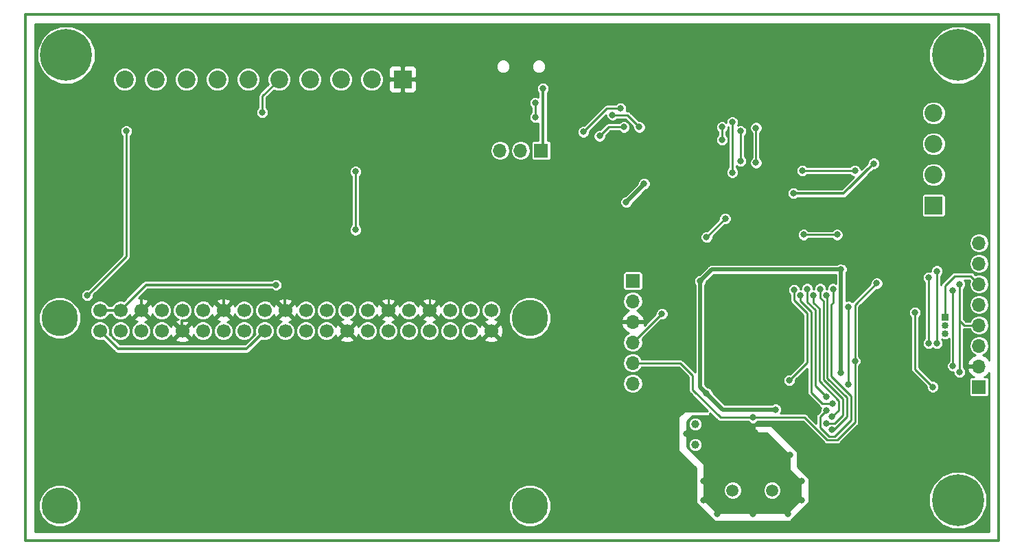
<source format=gbl>
G04 #@! TF.GenerationSoftware,KiCad,Pcbnew,5.0.2-bee76a0~70~ubuntu18.04.1*
G04 #@! TF.CreationDate,2019-02-06T18:27:39+01:00*
G04 #@! TF.ProjectId,g-track,672d7472-6163-46b2-9e6b-696361645f70,rev?*
G04 #@! TF.SameCoordinates,Original*
G04 #@! TF.FileFunction,Copper,L2,Bot*
G04 #@! TF.FilePolarity,Positive*
%FSLAX46Y46*%
G04 Gerber Fmt 4.6, Leading zero omitted, Abs format (unit mm)*
G04 Created by KiCad (PCBNEW 5.0.2-bee76a0~70~ubuntu18.04.1) date 2019. febr. 6., szerda, 18:27:39 CET*
%MOMM*%
%LPD*%
G01*
G04 APERTURE LIST*
G04 #@! TA.AperFunction,NonConductor*
%ADD10C,0.300000*%
G04 #@! TD*
G04 #@! TA.AperFunction,ComponentPad*
%ADD11C,2.200000*%
G04 #@! TD*
G04 #@! TA.AperFunction,ComponentPad*
%ADD12R,2.200000X2.200000*%
G04 #@! TD*
G04 #@! TA.AperFunction,ComponentPad*
%ADD13R,1.700000X1.700000*%
G04 #@! TD*
G04 #@! TA.AperFunction,ComponentPad*
%ADD14O,1.700000X1.700000*%
G04 #@! TD*
G04 #@! TA.AperFunction,ComponentPad*
%ADD15R,0.850000X0.850000*%
G04 #@! TD*
G04 #@! TA.AperFunction,ComponentPad*
%ADD16O,0.850000X0.850000*%
G04 #@! TD*
G04 #@! TA.AperFunction,ComponentPad*
%ADD17C,1.700000*%
G04 #@! TD*
G04 #@! TA.AperFunction,ComponentPad*
%ADD18C,4.500000*%
G04 #@! TD*
G04 #@! TA.AperFunction,ComponentPad*
%ADD19C,1.000000*%
G04 #@! TD*
G04 #@! TA.AperFunction,ComponentPad*
%ADD20C,1.500000*%
G04 #@! TD*
G04 #@! TA.AperFunction,ComponentPad*
%ADD21C,0.800000*%
G04 #@! TD*
G04 #@! TA.AperFunction,ComponentPad*
%ADD22C,6.400000*%
G04 #@! TD*
G04 #@! TA.AperFunction,ViaPad*
%ADD23C,0.800000*%
G04 #@! TD*
G04 #@! TA.AperFunction,Conductor*
%ADD24C,0.250000*%
G04 #@! TD*
G04 #@! TA.AperFunction,Conductor*
%ADD25C,0.380000*%
G04 #@! TD*
G04 #@! TA.AperFunction,Conductor*
%ADD26C,0.500000*%
G04 #@! TD*
G04 #@! TA.AperFunction,Conductor*
%ADD27C,0.254000*%
G04 #@! TD*
G04 APERTURE END LIST*
D10*
X90000000Y-55000000D02*
X90000000Y-120000000D01*
X210000000Y-55000000D02*
X90000000Y-55000000D01*
X210000000Y-120000000D02*
X210000000Y-55000000D01*
X90000000Y-120000000D02*
X210000000Y-120000000D01*
D11*
G04 #@! TO.P,J5,10*
G04 #@! TO.N,/External/LED_ANODE*
X102210000Y-63000000D03*
G04 #@! TO.P,J5,9*
G04 #@! TO.N,/External/LED_CATHODE*
X106020000Y-63000000D03*
G04 #@! TO.P,J5,8*
G04 #@! TO.N,Net-(J5-Pad8)*
X109830000Y-63000000D03*
G04 #@! TO.P,J5,7*
G04 #@! TO.N,+BATT*
X113640000Y-63000000D03*
G04 #@! TO.P,J5,6*
G04 #@! TO.N,/External/SW-1*
X117450000Y-63000000D03*
G04 #@! TO.P,J5,5*
G04 #@! TO.N,+BATT*
X121260000Y-63000000D03*
G04 #@! TO.P,J5,4*
G04 #@! TO.N,/External/SW-2*
X125070000Y-63000000D03*
G04 #@! TO.P,J5,3*
G04 #@! TO.N,/External/IGNITION*
X128880000Y-63000000D03*
G04 #@! TO.P,J5,2*
G04 #@! TO.N,+BATT*
X132690000Y-63000000D03*
D12*
G04 #@! TO.P,J5,1*
G04 #@! TO.N,-BATT*
X136500000Y-63000000D03*
G04 #@! TD*
D11*
G04 #@! TO.P,J4,4*
G04 #@! TO.N,Net-(J4-Pad4)*
X202000000Y-67170000D03*
G04 #@! TO.P,J4,3*
G04 #@! TO.N,Net-(J4-Pad3)*
X202000000Y-70980000D03*
G04 #@! TO.P,J4,2*
G04 #@! TO.N,Net-(J4-Pad2)*
X202000000Y-74790000D03*
D12*
G04 #@! TO.P,J4,1*
G04 #@! TO.N,Net-(J4-Pad1)*
X202000000Y-78600000D03*
G04 #@! TD*
D13*
G04 #@! TO.P,J8,1*
G04 #@! TO.N,+3V3*
X207600000Y-101000000D03*
D14*
G04 #@! TO.P,J8,2*
G04 #@! TO.N,-BATT*
X207600000Y-98460000D03*
G04 #@! TO.P,J8,3*
G04 #@! TO.N,/Peripherals/ACC_SCK*
X207600000Y-95920000D03*
G04 #@! TO.P,J8,4*
G04 #@! TO.N,/Peripherals/ACC_MOSI*
X207600000Y-93380000D03*
G04 #@! TO.P,J8,5*
G04 #@! TO.N,/Peripherals/ACC_MISO*
X207600000Y-90840000D03*
G04 #@! TO.P,J8,6*
G04 #@! TO.N,Net-(J8-Pad6)*
X207600000Y-88300000D03*
G04 #@! TO.P,J8,7*
G04 #@! TO.N,/Peripherals/ACC_INT1*
X207600000Y-85760000D03*
G04 #@! TO.P,J8,8*
G04 #@! TO.N,/Peripherals/ACC_INT2*
X207600000Y-83220000D03*
G04 #@! TD*
D15*
G04 #@! TO.P,JP3,1*
G04 #@! TO.N,Net-(J8-Pad6)*
X203400000Y-92400000D03*
D16*
G04 #@! TO.P,JP3,2*
G04 #@! TO.N,/Peripherals/ACC_CS*
X203400000Y-93400000D03*
G04 #@! TO.P,JP3,3*
G04 #@! TO.N,Net-(JP3-Pad3)*
X203400000Y-94400000D03*
G04 #@! TD*
D17*
G04 #@! TO.P,J6,40*
G04 #@! TO.N,Net-(J6-Pad40)*
X147430000Y-91540000D03*
G04 #@! TO.P,J6,39*
G04 #@! TO.N,-BATT*
X147430000Y-94080000D03*
G04 #@! TO.P,J6,38*
G04 #@! TO.N,Net-(J6-Pad38)*
X144890000Y-91540000D03*
G04 #@! TO.P,J6,37*
G04 #@! TO.N,Net-(J6-Pad37)*
X144890000Y-94080000D03*
G04 #@! TO.P,J6,36*
G04 #@! TO.N,Net-(J6-Pad36)*
X142350000Y-91540000D03*
G04 #@! TO.P,J6,35*
G04 #@! TO.N,Net-(J6-Pad35)*
X142350000Y-94080000D03*
G04 #@! TO.P,J6,34*
G04 #@! TO.N,-BATT*
X139810000Y-91540000D03*
G04 #@! TO.P,J6,33*
G04 #@! TO.N,Net-(J6-Pad33)*
X139810000Y-94080000D03*
G04 #@! TO.P,J6,32*
G04 #@! TO.N,Net-(J6-Pad32)*
X137270000Y-91540000D03*
G04 #@! TO.P,J6,31*
G04 #@! TO.N,Net-(J6-Pad31)*
X137270000Y-94080000D03*
G04 #@! TO.P,J6,30*
G04 #@! TO.N,-BATT*
X134730000Y-91540000D03*
G04 #@! TO.P,J6,29*
G04 #@! TO.N,Net-(J6-Pad29)*
X134730000Y-94080000D03*
G04 #@! TO.P,J6,28*
G04 #@! TO.N,Net-(J6-Pad28)*
X132190000Y-91540000D03*
G04 #@! TO.P,J6,27*
G04 #@! TO.N,Net-(J6-Pad27)*
X132190000Y-94080000D03*
G04 #@! TO.P,J6,26*
G04 #@! TO.N,Net-(J6-Pad26)*
X129650000Y-91540000D03*
G04 #@! TO.P,J6,25*
G04 #@! TO.N,-BATT*
X129650000Y-94080000D03*
G04 #@! TO.P,J6,24*
G04 #@! TO.N,Net-(J6-Pad24)*
X127110000Y-91540000D03*
G04 #@! TO.P,J6,23*
G04 #@! TO.N,Net-(J6-Pad23)*
X127110000Y-94080000D03*
G04 #@! TO.P,J6,22*
G04 #@! TO.N,Net-(J6-Pad22)*
X124570000Y-91540000D03*
G04 #@! TO.P,J6,21*
G04 #@! TO.N,Net-(J6-Pad21)*
X124570000Y-94080000D03*
G04 #@! TO.P,J6,20*
G04 #@! TO.N,-BATT*
X122030000Y-91540000D03*
G04 #@! TO.P,J6,19*
G04 #@! TO.N,Net-(J6-Pad19)*
X122030000Y-94080000D03*
G04 #@! TO.P,J6,18*
G04 #@! TO.N,Net-(J6-Pad18)*
X119490000Y-91540000D03*
G04 #@! TO.P,J6,17*
G04 #@! TO.N,+3V3*
X119490000Y-94080000D03*
G04 #@! TO.P,J6,16*
G04 #@! TO.N,Net-(J6-Pad16)*
X116950000Y-91540000D03*
G04 #@! TO.P,J6,15*
G04 #@! TO.N,Net-(J6-Pad15)*
X116950000Y-94080000D03*
G04 #@! TO.P,J6,14*
G04 #@! TO.N,-BATT*
X114410000Y-91540000D03*
G04 #@! TO.P,J6,13*
G04 #@! TO.N,Net-(J6-Pad13)*
X114410000Y-94080000D03*
G04 #@! TO.P,J6,12*
G04 #@! TO.N,Net-(J6-Pad12)*
X111870000Y-91540000D03*
G04 #@! TO.P,J6,11*
G04 #@! TO.N,Net-(J6-Pad11)*
X111870000Y-94080000D03*
G04 #@! TO.P,J6,10*
G04 #@! TO.N,/Peripherals/RPI_UART_RX*
X109330000Y-91540000D03*
G04 #@! TO.P,J6,9*
G04 #@! TO.N,-BATT*
X109330000Y-94080000D03*
G04 #@! TO.P,J6,8*
G04 #@! TO.N,/Peripherals/RPI_UART_TX*
X106790000Y-91540000D03*
G04 #@! TO.P,J6,7*
G04 #@! TO.N,/Peripherals/WAVESHARE_POWER*
X106790000Y-94080000D03*
G04 #@! TO.P,J6,6*
G04 #@! TO.N,-BATT*
X104250000Y-91540000D03*
G04 #@! TO.P,J6,5*
G04 #@! TO.N,Net-(J6-Pad5)*
X104250000Y-94080000D03*
G04 #@! TO.P,J6,4*
G04 #@! TO.N,+5V*
X101710000Y-91540000D03*
G04 #@! TO.P,J6,3*
G04 #@! TO.N,Net-(J6-Pad3)*
X101710000Y-94080000D03*
G04 #@! TO.P,J6,2*
G04 #@! TO.N,+5V*
X99170000Y-91540000D03*
G04 #@! TO.P,J6,1*
G04 #@! TO.N,+3V3*
X99170000Y-94080000D03*
D18*
G04 #@! TO.P,J6,*
G04 #@! TO.N,*
X94200000Y-115700000D03*
X94200000Y-92500000D03*
X152200000Y-115700000D03*
X152200000Y-92500000D03*
G04 #@! TD*
D13*
G04 #@! TO.P,J1,1*
G04 #@! TO.N,+3V3*
X164900000Y-87900000D03*
D14*
G04 #@! TO.P,J1,2*
G04 #@! TO.N,/mcu/PA14*
X164900000Y-90440000D03*
G04 #@! TO.P,J1,3*
G04 #@! TO.N,-BATT*
X164900000Y-92980000D03*
G04 #@! TO.P,J1,4*
G04 #@! TO.N,/Peripherals/USB_LED*
X164900000Y-95520000D03*
G04 #@! TO.P,J1,5*
G04 #@! TO.N,/mcu/NRST*
X164900000Y-98060000D03*
G04 #@! TO.P,J1,6*
G04 #@! TO.N,/mcu/PB3*
X164900000Y-100600000D03*
G04 #@! TD*
D13*
G04 #@! TO.P,JP1,1*
G04 #@! TO.N,+5V_USB*
X153600000Y-71800000D03*
D14*
G04 #@! TO.P,JP1,2*
G04 #@! TO.N,+5V*
X151060000Y-71800000D03*
G04 #@! TO.P,JP1,3*
G04 #@! TO.N,Net-(C6-Pad1)*
X148520000Y-71800000D03*
G04 #@! TD*
D19*
G04 #@! TO.P,Y1,1*
G04 #@! TO.N,/mcu/PC14*
X172600000Y-105600000D03*
G04 #@! TO.P,Y1,2*
G04 #@! TO.N,/mcu/PC15*
X172600000Y-108140000D03*
G04 #@! TD*
D20*
G04 #@! TO.P,Y2,1*
G04 #@! TO.N,Net-(C11-Pad1)*
X177200000Y-113800000D03*
G04 #@! TO.P,Y2,2*
G04 #@! TO.N,Net-(C12-Pad1)*
X182080000Y-113800000D03*
G04 #@! TD*
D21*
G04 #@! TO.P,REF\002A\002A,1*
G04 #@! TO.N,N/C*
X96697056Y-58302944D03*
X95000000Y-57600000D03*
X93302944Y-58302944D03*
X92600000Y-60000000D03*
X93302944Y-61697056D03*
X95000000Y-62400000D03*
X96697056Y-61697056D03*
X97400000Y-60000000D03*
D22*
X95000000Y-60000000D03*
G04 #@! TD*
D21*
G04 #@! TO.P,REF\002A\002A,1*
G04 #@! TO.N,N/C*
X206697056Y-58302944D03*
X205000000Y-57600000D03*
X203302944Y-58302944D03*
X202600000Y-60000000D03*
X203302944Y-61697056D03*
X205000000Y-62400000D03*
X206697056Y-61697056D03*
X207400000Y-60000000D03*
D22*
X205000000Y-60000000D03*
G04 #@! TD*
D21*
G04 #@! TO.P,REF\002A\002A,1*
G04 #@! TO.N,N/C*
X206697056Y-113302944D03*
X205000000Y-112600000D03*
X203302944Y-113302944D03*
X202600000Y-115000000D03*
X203302944Y-116697056D03*
X205000000Y-117400000D03*
X206697056Y-116697056D03*
X207400000Y-115000000D03*
D22*
X205000000Y-115000000D03*
G04 #@! TD*
D23*
G04 #@! TO.N,-BATT*
X137000000Y-73200000D03*
X160000000Y-100000000D03*
X100000000Y-110000000D03*
X112500000Y-110000000D03*
X120000000Y-110000000D03*
X130000000Y-110000000D03*
X140000000Y-110000000D03*
X150000000Y-110000000D03*
X150000000Y-100000000D03*
X140000000Y-100000000D03*
X130000000Y-100000000D03*
X120000000Y-100000000D03*
X110000000Y-58000000D03*
X120000000Y-58000000D03*
X130500000Y-58000000D03*
X140000000Y-60000000D03*
X180000000Y-60000000D03*
X200200000Y-61700000D03*
X140000000Y-80000000D03*
X179200000Y-101000000D03*
X176000000Y-96500000D03*
X180000000Y-96500000D03*
X180000000Y-93400000D03*
X125400000Y-76300000D03*
X127000000Y-76300000D03*
X128600000Y-76300000D03*
X125400000Y-77800000D03*
X127000000Y-77800000D03*
X128600000Y-77800000D03*
X107200000Y-73600000D03*
X98500000Y-83000000D03*
X171600000Y-65900000D03*
X171600000Y-71000000D03*
X171600000Y-76000000D03*
X184600000Y-78300000D03*
X201400000Y-98400000D03*
X204100000Y-100200000D03*
X174500000Y-110100000D03*
X179700000Y-116700000D03*
X173600000Y-112600000D03*
X173600000Y-115000000D03*
X175300000Y-116700000D03*
X184000000Y-116700000D03*
X185700000Y-115000000D03*
X185700000Y-112600000D03*
X184300000Y-109400000D03*
X180000000Y-106600000D03*
X171500000Y-106800000D03*
X123700000Y-87500000D03*
X152800000Y-58550000D03*
X157100000Y-61400000D03*
X158200000Y-67700000D03*
X170925000Y-60225000D03*
X173300000Y-57800000D03*
X181200000Y-66600000D03*
X191900000Y-62200000D03*
X184100000Y-98900000D03*
X175900000Y-93300000D03*
X174300000Y-91400000D03*
X167700000Y-90900000D03*
X170925000Y-102000000D03*
X198500000Y-82200000D03*
X188800000Y-81400000D03*
X193800000Y-96200000D03*
X194900000Y-90500000D03*
X191100000Y-71000000D03*
X187900000Y-67200000D03*
X155900000Y-74800000D03*
X152100000Y-88100000D03*
X155100000Y-79900000D03*
X100000000Y-100000000D03*
X166400000Y-73100000D03*
X160800000Y-65600000D03*
X158300000Y-65600000D03*
X161200000Y-60600000D03*
X172900000Y-81500000D03*
X161700000Y-79100000D03*
X171700000Y-80200000D03*
X163300000Y-83900000D03*
X176000000Y-99000000D03*
X184100000Y-93400000D03*
X143100000Y-63900000D03*
X143100000Y-58600000D03*
X184100000Y-96500000D03*
X116900000Y-73600000D03*
X97500000Y-73600000D03*
X127400000Y-87500000D03*
X198500000Y-80100000D03*
X198509990Y-76315929D03*
X199300000Y-100500000D03*
X168575000Y-86925000D03*
X169400000Y-98900000D03*
X194200000Y-101000000D03*
X109475000Y-83100000D03*
X137000000Y-67000000D03*
X127400000Y-85700000D03*
X137900000Y-85700000D03*
X194000000Y-103800000D03*
X115500000Y-63600000D03*
X119300000Y-63700000D03*
X123200000Y-63700000D03*
X127000000Y-63700000D03*
X118300000Y-81900000D03*
X123600000Y-80600000D03*
X187400000Y-81400000D03*
X186700000Y-84100000D03*
X189000000Y-84100000D03*
G04 #@! TO.N,+BATT*
X119200000Y-67100000D03*
G04 #@! TO.N,Net-(C5-Pad1)*
X130700000Y-74400000D03*
X130700000Y-81600000D03*
G04 #@! TO.N,+5V*
X120900000Y-88400000D03*
G04 #@! TO.N,+3V3*
X173200000Y-87912500D03*
X174000000Y-101800000D03*
X182500000Y-103800000D03*
X164100000Y-78200000D03*
X166300000Y-75900000D03*
X190600000Y-86500000D03*
X190600000Y-99300000D03*
X162400000Y-67400000D03*
X165700000Y-68900000D03*
G04 #@! TO.N,/Peripherals/ACC_INT1*
X201400000Y-95600000D03*
X201400000Y-87500000D03*
G04 #@! TO.N,/mcu/NRST*
X192300000Y-97800000D03*
X179700000Y-104800000D03*
X195000000Y-88200000D03*
G04 #@! TO.N,/Peripherals/BUZZER_PWM*
X191500000Y-91100000D03*
X191500000Y-100700000D03*
G04 #@! TO.N,/Peripherals/SDC_CARD_DETECT*
X177200000Y-74500000D03*
X177200000Y-68300000D03*
G04 #@! TO.N,/Peripherals/USB_LED*
X168500000Y-92000000D03*
X163400000Y-66600000D03*
X158800000Y-69500000D03*
G04 #@! TO.N,/Peripherals/USB_VBUS_SENSE*
X163800000Y-68900000D03*
X160800000Y-70000000D03*
G04 #@! TO.N,/DC motor driver/DCM_BIN2*
X189500000Y-104700000D03*
X187200000Y-89700000D03*
G04 #@! TO.N,/Peripherals/SDC_CS*
X180100000Y-73300000D03*
X180099992Y-69000000D03*
X175900000Y-68899942D03*
X175900000Y-70479953D03*
G04 #@! TO.N,/Peripherals/SDC_MISO*
X178200000Y-73100000D03*
X178200000Y-69400000D03*
G04 #@! TO.N,/Peripherals/ACC_MOSI*
X205200000Y-99200000D03*
X205200000Y-88300000D03*
G04 #@! TO.N,/Peripherals/ACC_MISO*
X204400000Y-98400000D03*
X204400000Y-89100000D03*
G04 #@! TO.N,/Peripherals/ACC_SCK*
X199700000Y-91800000D03*
X201900000Y-101000000D03*
G04 #@! TO.N,/Peripherals/ACC_INT2*
X202400000Y-95600000D03*
X202400000Y-86700000D03*
G04 #@! TO.N,Net-(JP2-Pad2)*
X152900000Y-65900000D03*
X152900000Y-67700000D03*
G04 #@! TO.N,/Sheet5C1D43B5/ADC_VBAT*
X184800000Y-89000000D03*
X184200000Y-100200000D03*
G04 #@! TO.N,/DC motor driver/DCM_FAULT*
X189503245Y-103097837D03*
X185800000Y-74300000D03*
X185600000Y-89700000D03*
X192300000Y-74300000D03*
G04 #@! TO.N,/DC motor driver/DCM_SLEEP*
X188800000Y-103897837D03*
X189600000Y-88900000D03*
X190100000Y-82200000D03*
X186000000Y-82200000D03*
G04 #@! TO.N,/DC motor driver/DCM_AIN1*
X189500000Y-106300000D03*
X188800000Y-89700000D03*
G04 #@! TO.N,/DC motor driver/DCM_AIN2*
X188000000Y-88900000D03*
X188800000Y-105500000D03*
G04 #@! TO.N,/DC motor driver/DCM_BIN1*
X188774990Y-102264905D03*
X186400000Y-88900000D03*
G04 #@! TO.N,/External/EXT_LED*
X97600000Y-89700000D03*
X102400000Y-69400000D03*
G04 #@! TO.N,+12V*
X194600000Y-73400000D03*
X184700000Y-77100000D03*
G04 #@! TO.N,/mcu/PA8*
X176300000Y-80200000D03*
X174000000Y-82500000D03*
G04 #@! TO.N,+5V_USB*
X153800000Y-64100000D03*
G04 #@! TD*
D24*
G04 #@! TO.N,-BATT*
X98500000Y-83000000D02*
X98500000Y-74600000D01*
D25*
X171600000Y-71000000D02*
X171600000Y-76000000D01*
D24*
X201400000Y-98400000D02*
X202300000Y-98400000D01*
X202300000Y-98400000D02*
X204100000Y-100200000D01*
D25*
X114400000Y-91530000D02*
X114410000Y-91540000D01*
X122000000Y-91510000D02*
X122030000Y-91540000D01*
X122000000Y-89700000D02*
X122000000Y-91510000D01*
X122000000Y-89700000D02*
X122000000Y-87500000D01*
D24*
X152800000Y-58550000D02*
X154250000Y-58550000D01*
X154250000Y-58550000D02*
X157100000Y-61400000D01*
X158200000Y-62500000D02*
X157100000Y-61400000D01*
D25*
X170925000Y-60225000D02*
X170925000Y-60175000D01*
X170925000Y-60175000D02*
X173300000Y-57800000D01*
X181200000Y-66600000D02*
X180500000Y-65900000D01*
X180500000Y-65900000D02*
X171600000Y-65900000D01*
D24*
X167700000Y-90900000D02*
X167700000Y-91600000D01*
X166320000Y-92980000D02*
X164900000Y-92980000D01*
X167700000Y-91600000D02*
X166320000Y-92980000D01*
X139810000Y-89410000D02*
X139810000Y-91540000D01*
X137900000Y-87500000D02*
X139810000Y-89410000D01*
X134730000Y-89430000D02*
X132800000Y-87500000D01*
X134730000Y-91540000D02*
X134730000Y-89430000D01*
X132800000Y-87500000D02*
X137900000Y-87500000D01*
D25*
X120200000Y-89700000D02*
X122000000Y-89700000D01*
X104250000Y-91540000D02*
X104250000Y-89950000D01*
X104250000Y-89950000D02*
X104500000Y-89700000D01*
X114410000Y-89710000D02*
X114400000Y-89700000D01*
X114410000Y-91540000D02*
X114410000Y-89710000D01*
X104500000Y-89700000D02*
X114400000Y-89700000D01*
X114400000Y-89700000D02*
X120200000Y-89700000D01*
X109300000Y-94050000D02*
X109330000Y-94080000D01*
X109300000Y-92800000D02*
X109300000Y-94050000D01*
X114410000Y-91540000D02*
X113150000Y-92800000D01*
X113150000Y-92800000D02*
X109300000Y-92800000D01*
X188800000Y-81400000D02*
X188700000Y-81400000D01*
X188700000Y-81400000D02*
X185600000Y-78300000D01*
X185600000Y-78300000D02*
X184600000Y-78300000D01*
D24*
X193800000Y-96200000D02*
X193800000Y-90400000D01*
X191100000Y-70400000D02*
X191100000Y-71000000D01*
X187900000Y-67200000D02*
X191100000Y-70400000D01*
X171300000Y-65600000D02*
X171600000Y-65900000D01*
X158200000Y-65600000D02*
X158300000Y-65600000D01*
X158200000Y-65600000D02*
X158200000Y-62500000D01*
X158200000Y-67700000D02*
X158200000Y-65600000D01*
X155900000Y-70000000D02*
X158200000Y-67700000D01*
X155900000Y-74800000D02*
X155900000Y-70000000D01*
X155100000Y-85100000D02*
X155100000Y-79900000D01*
X152100000Y-88100000D02*
X155100000Y-85100000D01*
X160800000Y-65600000D02*
X171300000Y-65600000D01*
X158300000Y-65600000D02*
X160800000Y-65600000D01*
D26*
X143100000Y-63900000D02*
X143100000Y-58600000D01*
D24*
X175900000Y-93000000D02*
X175900000Y-93300000D01*
X174300000Y-91400000D02*
X175900000Y-93000000D01*
X98500000Y-74600000D02*
X97500000Y-73600000D01*
X127400000Y-87500000D02*
X132800000Y-87500000D01*
X171600000Y-65900000D02*
X171600000Y-71000000D01*
X198500000Y-82200000D02*
X198500000Y-80100000D01*
X195600000Y-71000000D02*
X191100000Y-71000000D01*
X198509990Y-76315929D02*
X198509990Y-73909990D01*
X198509990Y-73909990D02*
X195600000Y-71000000D01*
D25*
X198509990Y-76315929D02*
X198509990Y-79409984D01*
D24*
X167700000Y-87800000D02*
X168575000Y-86925000D01*
X167700000Y-90900000D02*
X167700000Y-87800000D01*
X169400000Y-98900000D02*
X170925000Y-100425000D01*
X170925000Y-100425000D02*
X170925000Y-102000000D01*
X194200000Y-101000000D02*
X194200000Y-96600000D01*
X195700000Y-99500000D02*
X198300000Y-99500000D01*
X194200000Y-96600000D02*
X193800000Y-96200000D01*
X198300000Y-99500000D02*
X199300000Y-100500000D01*
X194200000Y-101000000D02*
X195700000Y-99500000D01*
X107200000Y-80825000D02*
X107200000Y-73600000D01*
X109475000Y-83100000D02*
X107200000Y-80825000D01*
X127400000Y-87500000D02*
X127400000Y-85700000D01*
X137900000Y-87500000D02*
X137900000Y-85700000D01*
X202300000Y-102000000D02*
X204100000Y-100200000D01*
X197400000Y-102000000D02*
X202300000Y-102000000D01*
X195600000Y-103800000D02*
X197400000Y-102000000D01*
X194000000Y-103800000D02*
X195600000Y-103800000D01*
G04 #@! TO.N,+BATT*
X119200000Y-65060000D02*
X121260000Y-63000000D01*
X119200000Y-67100000D02*
X119200000Y-65060000D01*
G04 #@! TO.N,Net-(C5-Pad1)*
X130700000Y-81600000D02*
X130700000Y-74400000D01*
D25*
G04 #@! TO.N,+5V*
X99170000Y-91540000D02*
X101710000Y-91540000D01*
X104850000Y-88400000D02*
X101710000Y-91540000D01*
X120900000Y-88400000D02*
X104850000Y-88400000D01*
D26*
G04 #@! TO.N,+3V3*
X173200000Y-87912500D02*
X173200000Y-101000000D01*
X173200000Y-101000000D02*
X174000000Y-101800000D01*
X176000000Y-103800000D02*
X174000000Y-101800000D01*
X182500000Y-103800000D02*
X176000000Y-103800000D01*
X164100000Y-78200000D02*
X166300000Y-76000000D01*
X166300000Y-76000000D02*
X166300000Y-75900000D01*
X174612500Y-86500000D02*
X173200000Y-87912500D01*
X190600000Y-86500000D02*
X190600000Y-99300000D01*
D25*
X99170000Y-94080000D02*
X101390000Y-96300000D01*
X117270000Y-96300000D02*
X119490000Y-94080000D01*
X101390000Y-96300000D02*
X117270000Y-96300000D01*
D26*
X190600000Y-86500000D02*
X174612500Y-86500000D01*
D24*
X164200000Y-67400000D02*
X162400000Y-67400000D01*
X165700000Y-68900000D02*
X164200000Y-67400000D01*
G04 #@! TO.N,/Peripherals/ACC_INT1*
X201400000Y-87500000D02*
X201400000Y-95600000D01*
G04 #@! TO.N,/mcu/NRST*
X192300000Y-105400000D02*
X190100000Y-107600000D01*
X192300000Y-97800000D02*
X192300000Y-105400000D01*
X190100000Y-107600000D02*
X188900000Y-107600000D01*
X188900000Y-107600000D02*
X186100000Y-104800000D01*
X186100000Y-104800000D02*
X179700000Y-104800000D01*
X172300000Y-101400000D02*
X175700000Y-104800000D01*
X172300000Y-99600000D02*
X172300000Y-101400000D01*
X175700000Y-104800000D02*
X179700000Y-104800000D01*
X170760000Y-98060000D02*
X172300000Y-99600000D01*
X164900000Y-98060000D02*
X170760000Y-98060000D01*
X192300000Y-97800000D02*
X192300000Y-90900000D01*
X192300000Y-90900000D02*
X195000000Y-88200000D01*
G04 #@! TO.N,/Peripherals/BUZZER_PWM*
X191500000Y-91100000D02*
X191500000Y-92000000D01*
X191500000Y-92000000D02*
X191500000Y-100700000D01*
G04 #@! TO.N,/Peripherals/SDC_CARD_DETECT*
X177200000Y-74500000D02*
X177200000Y-68300000D01*
G04 #@! TO.N,/Peripherals/USB_LED*
X164900000Y-95520000D02*
X168420000Y-92000000D01*
X168420000Y-92000000D02*
X168500000Y-92000000D01*
X163400000Y-66600000D02*
X161700000Y-66600000D01*
X161700000Y-66600000D02*
X158800000Y-69500000D01*
G04 #@! TO.N,/Peripherals/USB_VBUS_SENSE*
X161900000Y-68900000D02*
X163800000Y-68900000D01*
X160800000Y-70000000D02*
X161900000Y-68900000D01*
G04 #@! TO.N,/DC motor driver/DCM_BIN2*
X187200000Y-90600000D02*
X187200000Y-89700000D01*
X187900000Y-91300000D02*
X187200000Y-90600000D01*
X190300000Y-102700000D02*
X187900000Y-100300000D01*
X187900000Y-100300000D02*
X187900000Y-91300000D01*
X189500000Y-104700000D02*
X190300000Y-103900000D01*
X190300000Y-103900000D02*
X190300000Y-102700000D01*
G04 #@! TO.N,/Peripherals/SDC_CS*
X175900000Y-68899942D02*
X175800000Y-68799942D01*
X180100000Y-73300000D02*
X180100000Y-69000008D01*
X180100000Y-69000008D02*
X180099992Y-69000000D01*
X175900000Y-69100000D02*
X175900000Y-68899942D01*
X175900000Y-69100000D02*
X175900000Y-70479953D01*
G04 #@! TO.N,/Peripherals/SDC_MISO*
X178200000Y-73100000D02*
X178200000Y-69400000D01*
G04 #@! TO.N,/Peripherals/ACC_MOSI*
X205780000Y-93380000D02*
X205200000Y-92800000D01*
X205200000Y-99200000D02*
X205200000Y-92800000D01*
X207600000Y-93380000D02*
X205780000Y-93380000D01*
X205200000Y-92800000D02*
X205200000Y-88300000D01*
G04 #@! TO.N,/Peripherals/ACC_MISO*
X204400000Y-89100000D02*
X204400000Y-98400000D01*
G04 #@! TO.N,/Peripherals/ACC_SCK*
X199700000Y-98800000D02*
X199700000Y-91800000D01*
X199700000Y-98800000D02*
X201900000Y-101000000D01*
G04 #@! TO.N,/Peripherals/ACC_INT2*
X202400000Y-86700000D02*
X202400000Y-95600000D01*
G04 #@! TO.N,Net-(JP2-Pad2)*
X152900000Y-65900000D02*
X152900000Y-67700000D01*
G04 #@! TO.N,/Sheet5C1D43B5/ADC_VBAT*
X184800000Y-90300000D02*
X184800000Y-89000000D01*
X186400000Y-91900000D02*
X184800000Y-90300000D01*
X184200000Y-100200000D02*
X186400000Y-98000000D01*
X186400000Y-98000000D02*
X186400000Y-91900000D01*
G04 #@! TO.N,/DC motor driver/DCM_FAULT*
X185600000Y-90400000D02*
X185600000Y-89700000D01*
X186900000Y-91700000D02*
X185600000Y-90400000D01*
X186900000Y-101700000D02*
X186900000Y-91700000D01*
X189503245Y-103097837D02*
X188297837Y-103097837D01*
X188297837Y-103097837D02*
X186900000Y-101700000D01*
X185800000Y-74300000D02*
X192300000Y-74300000D01*
G04 #@! TO.N,/DC motor driver/DCM_SLEEP*
X189100000Y-107100000D02*
X188000000Y-106000000D01*
X189800000Y-107100000D02*
X189100000Y-107100000D01*
X189400000Y-90800000D02*
X189400000Y-99700000D01*
X189400000Y-99700000D02*
X191800000Y-102100000D01*
X191800000Y-102100000D02*
X191800000Y-105100000D01*
X189600000Y-88900000D02*
X189600000Y-90600000D01*
X189600000Y-90600000D02*
X189400000Y-90800000D01*
X191800000Y-105100000D02*
X189800000Y-107100000D01*
X188000000Y-104697837D02*
X188800000Y-103897837D01*
X188000000Y-105100000D02*
X188000000Y-104697837D01*
X188000000Y-106000000D02*
X188000000Y-105100000D01*
X190100000Y-82200000D02*
X186000000Y-82200000D01*
G04 #@! TO.N,/DC motor driver/DCM_AIN1*
X191300000Y-104700000D02*
X189700000Y-106300000D01*
X189700000Y-106300000D02*
X189500000Y-106300000D01*
X188900000Y-99900000D02*
X191300000Y-102300000D01*
X191300000Y-102300000D02*
X191300000Y-104700000D01*
X188900000Y-89800000D02*
X188800000Y-89700000D01*
X188900000Y-99900000D02*
X188900000Y-89800000D01*
G04 #@! TO.N,/DC motor driver/DCM_AIN2*
X189800000Y-105500000D02*
X190800000Y-104500000D01*
X188800000Y-105500000D02*
X189800000Y-105500000D01*
X190800000Y-104500000D02*
X190800000Y-102500000D01*
X190800000Y-102500000D02*
X188400000Y-100100000D01*
X188000000Y-90000000D02*
X188000000Y-88900000D01*
X188400000Y-90400000D02*
X188000000Y-90000000D01*
X188400000Y-100100000D02*
X188400000Y-90400000D01*
G04 #@! TO.N,/DC motor driver/DCM_BIN1*
X187400000Y-91500000D02*
X186400000Y-90500000D01*
X186400000Y-90500000D02*
X186400000Y-88900000D01*
X188774990Y-102264905D02*
X187400000Y-100889915D01*
X187400000Y-100889915D02*
X187400000Y-91500000D01*
G04 #@! TO.N,/External/EXT_LED*
X102400000Y-84900000D02*
X97600000Y-89700000D01*
X102400000Y-69400000D02*
X102400000Y-84900000D01*
D25*
G04 #@! TO.N,+12V*
X190900000Y-77100000D02*
X194600000Y-73400000D01*
X184700000Y-77100000D02*
X190900000Y-77100000D01*
D24*
G04 #@! TO.N,/mcu/PA8*
X176300000Y-80200000D02*
X174000000Y-82500000D01*
D25*
G04 #@! TO.N,+5V_USB*
X153800000Y-71600000D02*
X153600000Y-71800000D01*
X153800000Y-64100000D02*
X153800000Y-71600000D01*
D24*
G04 #@! TO.N,Net-(J8-Pad6)*
X207500000Y-88200000D02*
X207600000Y-88300000D01*
X206600000Y-87300000D02*
X207600000Y-88300000D01*
X203400000Y-92400000D02*
X203400000Y-88500000D01*
X204600000Y-87300000D02*
X206600000Y-87300000D01*
X203400000Y-88500000D02*
X204600000Y-87300000D01*
G04 #@! TD*
D27*
G04 #@! TO.N,-BATT*
G36*
X208873000Y-97696347D02*
X208871645Y-97693076D01*
X208481358Y-97264817D01*
X208078809Y-97075770D01*
X208484617Y-96804617D01*
X208755808Y-96398752D01*
X208851038Y-95920000D01*
X208755808Y-95441248D01*
X208484617Y-95035383D01*
X208078752Y-94764192D01*
X207720847Y-94693000D01*
X207479153Y-94693000D01*
X207121248Y-94764192D01*
X206715383Y-95035383D01*
X206444192Y-95441248D01*
X206348962Y-95920000D01*
X206444192Y-96398752D01*
X206715383Y-96804617D01*
X207121191Y-97075770D01*
X206718642Y-97264817D01*
X206328355Y-97693076D01*
X206158524Y-98103110D01*
X206279845Y-98333000D01*
X207473000Y-98333000D01*
X207473000Y-98313000D01*
X207727000Y-98313000D01*
X207727000Y-98333000D01*
X207747000Y-98333000D01*
X207747000Y-98587000D01*
X207727000Y-98587000D01*
X207727000Y-98607000D01*
X207473000Y-98607000D01*
X207473000Y-98587000D01*
X206279845Y-98587000D01*
X206158524Y-98816890D01*
X206328355Y-99226924D01*
X206718642Y-99655183D01*
X206953791Y-99765615D01*
X206750000Y-99765615D01*
X206602902Y-99794875D01*
X206478199Y-99878199D01*
X206394875Y-100002902D01*
X206365615Y-100150000D01*
X206365615Y-101850000D01*
X206394875Y-101997098D01*
X206478199Y-102121801D01*
X206602902Y-102205125D01*
X206750000Y-102234385D01*
X208450000Y-102234385D01*
X208597098Y-102205125D01*
X208721801Y-102121801D01*
X208805125Y-101997098D01*
X208834385Y-101850000D01*
X208834385Y-100150000D01*
X208805125Y-100002902D01*
X208721801Y-99878199D01*
X208597098Y-99794875D01*
X208450000Y-99765615D01*
X208246209Y-99765615D01*
X208481358Y-99655183D01*
X208871645Y-99226924D01*
X208873000Y-99223653D01*
X208873000Y-118873000D01*
X91127000Y-118873000D01*
X91127000Y-115177457D01*
X91573000Y-115177457D01*
X91573000Y-116222543D01*
X91972937Y-117188076D01*
X92711924Y-117927063D01*
X93677457Y-118327000D01*
X94722543Y-118327000D01*
X95688076Y-117927063D01*
X96427063Y-117188076D01*
X96827000Y-116222543D01*
X96827000Y-115177457D01*
X149573000Y-115177457D01*
X149573000Y-116222543D01*
X149972937Y-117188076D01*
X150711924Y-117927063D01*
X151677457Y-118327000D01*
X152722543Y-118327000D01*
X153688076Y-117927063D01*
X154427063Y-117188076D01*
X154827000Y-116222543D01*
X154827000Y-115177457D01*
X154427063Y-114211924D01*
X153688076Y-113472937D01*
X152722543Y-113073000D01*
X151677457Y-113073000D01*
X150711924Y-113472937D01*
X149972937Y-114211924D01*
X149573000Y-115177457D01*
X96827000Y-115177457D01*
X96427063Y-114211924D01*
X95688076Y-113472937D01*
X94722543Y-113073000D01*
X93677457Y-113073000D01*
X92711924Y-113472937D01*
X91972937Y-114211924D01*
X91573000Y-115177457D01*
X91127000Y-115177457D01*
X91127000Y-100600000D01*
X163648962Y-100600000D01*
X163744192Y-101078752D01*
X164015383Y-101484617D01*
X164421248Y-101755808D01*
X164779153Y-101827000D01*
X165020847Y-101827000D01*
X165378752Y-101755808D01*
X165784617Y-101484617D01*
X166055808Y-101078752D01*
X166151038Y-100600000D01*
X166055808Y-100121248D01*
X165784617Y-99715383D01*
X165378752Y-99444192D01*
X165020847Y-99373000D01*
X164779153Y-99373000D01*
X164421248Y-99444192D01*
X164015383Y-99715383D01*
X163744192Y-100121248D01*
X163648962Y-100600000D01*
X91127000Y-100600000D01*
X91127000Y-98060000D01*
X163648962Y-98060000D01*
X163744192Y-98538752D01*
X164015383Y-98944617D01*
X164421248Y-99215808D01*
X164779153Y-99287000D01*
X165020847Y-99287000D01*
X165378752Y-99215808D01*
X165784617Y-98944617D01*
X166040274Y-98562000D01*
X170552066Y-98562000D01*
X171798000Y-99807935D01*
X171798001Y-101350561D01*
X171788167Y-101400000D01*
X171827128Y-101595870D01*
X171910074Y-101720008D01*
X171910076Y-101720010D01*
X171938080Y-101761921D01*
X171979991Y-101789925D01*
X174163065Y-103973000D01*
X171400000Y-103973000D01*
X171359312Y-103979694D01*
X171316370Y-104004423D01*
X170516370Y-104704423D01*
X170482667Y-104751399D01*
X170473000Y-104800000D01*
X170473000Y-108800000D01*
X170482667Y-108848601D01*
X170510197Y-108889803D01*
X172673000Y-111052606D01*
X172673000Y-115300000D01*
X172682667Y-115348601D01*
X172710197Y-115389803D01*
X174910197Y-117589803D01*
X174951399Y-117617333D01*
X175000000Y-117627000D01*
X184300000Y-117627000D01*
X184348601Y-117617333D01*
X184389803Y-117589803D01*
X186589803Y-115389803D01*
X186617333Y-115348601D01*
X186627000Y-115300000D01*
X186627000Y-114288490D01*
X201423000Y-114288490D01*
X201423000Y-115711510D01*
X201967565Y-117026208D01*
X202973792Y-118032435D01*
X204288490Y-118577000D01*
X205711510Y-118577000D01*
X207026208Y-118032435D01*
X208032435Y-117026208D01*
X208577000Y-115711510D01*
X208577000Y-114288490D01*
X208032435Y-112973792D01*
X207026208Y-111967565D01*
X205711510Y-111423000D01*
X204288490Y-111423000D01*
X202973792Y-111967565D01*
X201967565Y-112973792D01*
X201423000Y-114288490D01*
X186627000Y-114288490D01*
X186627000Y-112300000D01*
X186617333Y-112251399D01*
X186589803Y-112210197D01*
X185227000Y-110847394D01*
X185227000Y-109100000D01*
X185217333Y-109051399D01*
X185189803Y-109010197D01*
X181989803Y-105810197D01*
X181948601Y-105782667D01*
X181900000Y-105773000D01*
X180000000Y-105773000D01*
X179951399Y-105782667D01*
X179910197Y-105810197D01*
X179882667Y-105851399D01*
X179873000Y-105900000D01*
X179873000Y-106600000D01*
X179882667Y-106648601D01*
X179910197Y-106689803D01*
X179951399Y-106717333D01*
X180000000Y-106727000D01*
X181447394Y-106727000D01*
X184173000Y-109452606D01*
X184173000Y-111200000D01*
X184182667Y-111248601D01*
X184210197Y-111289803D01*
X185573000Y-112652606D01*
X185573000Y-114947394D01*
X183947394Y-116573000D01*
X175352606Y-116573000D01*
X173727000Y-114947394D01*
X173727000Y-113575826D01*
X176073000Y-113575826D01*
X176073000Y-114024174D01*
X176244576Y-114438394D01*
X176561606Y-114755424D01*
X176975826Y-114927000D01*
X177424174Y-114927000D01*
X177838394Y-114755424D01*
X178155424Y-114438394D01*
X178327000Y-114024174D01*
X178327000Y-113575826D01*
X180953000Y-113575826D01*
X180953000Y-114024174D01*
X181124576Y-114438394D01*
X181441606Y-114755424D01*
X181855826Y-114927000D01*
X182304174Y-114927000D01*
X182718394Y-114755424D01*
X183035424Y-114438394D01*
X183207000Y-114024174D01*
X183207000Y-113575826D01*
X183035424Y-113161606D01*
X182718394Y-112844576D01*
X182304174Y-112673000D01*
X181855826Y-112673000D01*
X181441606Y-112844576D01*
X181124576Y-113161606D01*
X180953000Y-113575826D01*
X178327000Y-113575826D01*
X178155424Y-113161606D01*
X177838394Y-112844576D01*
X177424174Y-112673000D01*
X176975826Y-112673000D01*
X176561606Y-112844576D01*
X176244576Y-113161606D01*
X176073000Y-113575826D01*
X173727000Y-113575826D01*
X173727000Y-110600000D01*
X173717333Y-110551399D01*
X173689803Y-110510197D01*
X171627000Y-108447394D01*
X171627000Y-107965554D01*
X171723000Y-107965554D01*
X171723000Y-108314446D01*
X171856516Y-108636780D01*
X172103220Y-108883484D01*
X172425554Y-109017000D01*
X172774446Y-109017000D01*
X173096780Y-108883484D01*
X173343484Y-108636780D01*
X173477000Y-108314446D01*
X173477000Y-107965554D01*
X173343484Y-107643220D01*
X173096780Y-107396516D01*
X172774446Y-107263000D01*
X172425554Y-107263000D01*
X172103220Y-107396516D01*
X171856516Y-107643220D01*
X171723000Y-107965554D01*
X171627000Y-107965554D01*
X171627000Y-105425554D01*
X171723000Y-105425554D01*
X171723000Y-105774446D01*
X171856516Y-106096780D01*
X172103220Y-106343484D01*
X172425554Y-106477000D01*
X172774446Y-106477000D01*
X173096780Y-106343484D01*
X173343484Y-106096780D01*
X173477000Y-105774446D01*
X173477000Y-105425554D01*
X173343484Y-105103220D01*
X173096780Y-104856516D01*
X172774446Y-104723000D01*
X172425554Y-104723000D01*
X172103220Y-104856516D01*
X171856516Y-105103220D01*
X171723000Y-105425554D01*
X171627000Y-105425554D01*
X171627000Y-105252606D01*
X172252606Y-104627000D01*
X174300000Y-104627000D01*
X174348601Y-104617333D01*
X174389803Y-104589803D01*
X174417333Y-104548601D01*
X174427000Y-104500000D01*
X174427000Y-104236935D01*
X175310077Y-105120013D01*
X175338079Y-105161921D01*
X175379987Y-105189923D01*
X175379990Y-105189926D01*
X175455134Y-105240135D01*
X175504130Y-105272873D01*
X175650561Y-105302000D01*
X175650565Y-105302000D01*
X175699999Y-105311833D01*
X175749433Y-105302000D01*
X179103156Y-105302000D01*
X179259865Y-105458709D01*
X179545445Y-105577000D01*
X179854555Y-105577000D01*
X180140135Y-105458709D01*
X180296844Y-105302000D01*
X185892066Y-105302000D01*
X188510075Y-107920010D01*
X188538079Y-107961921D01*
X188704130Y-108072873D01*
X188850561Y-108102000D01*
X188850566Y-108102000D01*
X188900000Y-108111833D01*
X188949434Y-108102000D01*
X190050566Y-108102000D01*
X190100000Y-108111833D01*
X190149434Y-108102000D01*
X190149439Y-108102000D01*
X190295870Y-108072873D01*
X190461921Y-107961921D01*
X190489927Y-107920007D01*
X192620010Y-105789925D01*
X192661921Y-105761921D01*
X192772873Y-105595870D01*
X192802000Y-105449439D01*
X192802000Y-105449434D01*
X192811833Y-105400000D01*
X192802000Y-105350566D01*
X192802000Y-98396844D01*
X192958709Y-98240135D01*
X193077000Y-97954555D01*
X193077000Y-97645445D01*
X192958709Y-97359865D01*
X192802000Y-97203156D01*
X192802000Y-91645445D01*
X198923000Y-91645445D01*
X198923000Y-91954555D01*
X199041291Y-92240135D01*
X199198001Y-92396845D01*
X199198000Y-98750566D01*
X199188167Y-98800000D01*
X199198000Y-98849434D01*
X199198000Y-98849438D01*
X199227127Y-98995869D01*
X199338079Y-99161921D01*
X199379993Y-99189927D01*
X201123000Y-100932935D01*
X201123000Y-101154555D01*
X201241291Y-101440135D01*
X201459865Y-101658709D01*
X201745445Y-101777000D01*
X202054555Y-101777000D01*
X202340135Y-101658709D01*
X202558709Y-101440135D01*
X202677000Y-101154555D01*
X202677000Y-100845445D01*
X202558709Y-100559865D01*
X202340135Y-100341291D01*
X202054555Y-100223000D01*
X201832935Y-100223000D01*
X200202000Y-98592066D01*
X200202000Y-92396844D01*
X200358709Y-92240135D01*
X200477000Y-91954555D01*
X200477000Y-91645445D01*
X200358709Y-91359865D01*
X200140135Y-91141291D01*
X199854555Y-91023000D01*
X199545445Y-91023000D01*
X199259865Y-91141291D01*
X199041291Y-91359865D01*
X198923000Y-91645445D01*
X192802000Y-91645445D01*
X192802000Y-91107934D01*
X194932935Y-88977000D01*
X195154555Y-88977000D01*
X195440135Y-88858709D01*
X195658709Y-88640135D01*
X195777000Y-88354555D01*
X195777000Y-88045445D01*
X195658709Y-87759865D01*
X195440135Y-87541291D01*
X195154555Y-87423000D01*
X194845445Y-87423000D01*
X194559865Y-87541291D01*
X194341291Y-87759865D01*
X194223000Y-88045445D01*
X194223000Y-88267065D01*
X191994455Y-90495611D01*
X191940135Y-90441291D01*
X191654555Y-90323000D01*
X191345445Y-90323000D01*
X191227000Y-90372061D01*
X191227000Y-87345445D01*
X200623000Y-87345445D01*
X200623000Y-87654555D01*
X200741291Y-87940135D01*
X200898000Y-88096844D01*
X200898001Y-95003155D01*
X200741291Y-95159865D01*
X200623000Y-95445445D01*
X200623000Y-95754555D01*
X200741291Y-96040135D01*
X200959865Y-96258709D01*
X201245445Y-96377000D01*
X201554555Y-96377000D01*
X201840135Y-96258709D01*
X201900000Y-96198844D01*
X201959865Y-96258709D01*
X202245445Y-96377000D01*
X202554555Y-96377000D01*
X202840135Y-96258709D01*
X203058709Y-96040135D01*
X203177000Y-95754555D01*
X203177000Y-95445445D01*
X203058709Y-95159865D01*
X202988336Y-95089492D01*
X203087075Y-95155467D01*
X203321011Y-95202000D01*
X203478989Y-95202000D01*
X203712925Y-95155467D01*
X203898001Y-95031804D01*
X203898001Y-97803155D01*
X203741291Y-97959865D01*
X203623000Y-98245445D01*
X203623000Y-98554555D01*
X203741291Y-98840135D01*
X203959865Y-99058709D01*
X204245445Y-99177000D01*
X204423000Y-99177000D01*
X204423000Y-99354555D01*
X204541291Y-99640135D01*
X204759865Y-99858709D01*
X205045445Y-99977000D01*
X205354555Y-99977000D01*
X205640135Y-99858709D01*
X205858709Y-99640135D01*
X205977000Y-99354555D01*
X205977000Y-99045445D01*
X205858709Y-98759865D01*
X205702000Y-98603156D01*
X205702000Y-93876319D01*
X205730561Y-93882000D01*
X205730566Y-93882000D01*
X205780000Y-93891833D01*
X205829434Y-93882000D01*
X206459726Y-93882000D01*
X206715383Y-94264617D01*
X207121248Y-94535808D01*
X207479153Y-94607000D01*
X207720847Y-94607000D01*
X208078752Y-94535808D01*
X208484617Y-94264617D01*
X208755808Y-93858752D01*
X208851038Y-93380000D01*
X208755808Y-92901248D01*
X208484617Y-92495383D01*
X208078752Y-92224192D01*
X207720847Y-92153000D01*
X207479153Y-92153000D01*
X207121248Y-92224192D01*
X206715383Y-92495383D01*
X206459726Y-92878000D01*
X205987935Y-92878000D01*
X205702000Y-92592066D01*
X205702000Y-90840000D01*
X206348962Y-90840000D01*
X206444192Y-91318752D01*
X206715383Y-91724617D01*
X207121248Y-91995808D01*
X207479153Y-92067000D01*
X207720847Y-92067000D01*
X208078752Y-91995808D01*
X208484617Y-91724617D01*
X208755808Y-91318752D01*
X208851038Y-90840000D01*
X208755808Y-90361248D01*
X208484617Y-89955383D01*
X208078752Y-89684192D01*
X207720847Y-89613000D01*
X207479153Y-89613000D01*
X207121248Y-89684192D01*
X206715383Y-89955383D01*
X206444192Y-90361248D01*
X206348962Y-90840000D01*
X205702000Y-90840000D01*
X205702000Y-88896844D01*
X205858709Y-88740135D01*
X205977000Y-88454555D01*
X205977000Y-88145445D01*
X205858709Y-87859865D01*
X205800844Y-87802000D01*
X206392066Y-87802000D01*
X206438737Y-87848671D01*
X206348962Y-88300000D01*
X206444192Y-88778752D01*
X206715383Y-89184617D01*
X207121248Y-89455808D01*
X207479153Y-89527000D01*
X207720847Y-89527000D01*
X208078752Y-89455808D01*
X208484617Y-89184617D01*
X208755808Y-88778752D01*
X208851038Y-88300000D01*
X208755808Y-87821248D01*
X208484617Y-87415383D01*
X208078752Y-87144192D01*
X207720847Y-87073000D01*
X207479153Y-87073000D01*
X207148671Y-87138737D01*
X206989927Y-86979993D01*
X206961921Y-86938079D01*
X206795870Y-86827127D01*
X206649439Y-86798000D01*
X206649434Y-86798000D01*
X206600000Y-86788167D01*
X206550566Y-86798000D01*
X204649433Y-86798000D01*
X204599999Y-86788167D01*
X204550565Y-86798000D01*
X204550561Y-86798000D01*
X204404130Y-86827127D01*
X204404128Y-86827128D01*
X204404129Y-86827128D01*
X204279990Y-86910074D01*
X204279987Y-86910077D01*
X204238079Y-86938079D01*
X204210076Y-86979988D01*
X203079991Y-88110075D01*
X203038080Y-88138079D01*
X203010076Y-88179990D01*
X203010074Y-88179992D01*
X202927128Y-88304130D01*
X202902000Y-88430457D01*
X202902000Y-87296844D01*
X203058709Y-87140135D01*
X203177000Y-86854555D01*
X203177000Y-86545445D01*
X203058709Y-86259865D01*
X202840135Y-86041291D01*
X202554555Y-85923000D01*
X202245445Y-85923000D01*
X201959865Y-86041291D01*
X201741291Y-86259865D01*
X201623000Y-86545445D01*
X201623000Y-86751351D01*
X201554555Y-86723000D01*
X201245445Y-86723000D01*
X200959865Y-86841291D01*
X200741291Y-87059865D01*
X200623000Y-87345445D01*
X191227000Y-87345445D01*
X191227000Y-86971844D01*
X191258709Y-86940135D01*
X191377000Y-86654555D01*
X191377000Y-86345445D01*
X191258709Y-86059865D01*
X191040135Y-85841291D01*
X190843881Y-85760000D01*
X206348962Y-85760000D01*
X206444192Y-86238752D01*
X206715383Y-86644617D01*
X207121248Y-86915808D01*
X207479153Y-86987000D01*
X207720847Y-86987000D01*
X208078752Y-86915808D01*
X208484617Y-86644617D01*
X208755808Y-86238752D01*
X208851038Y-85760000D01*
X208755808Y-85281248D01*
X208484617Y-84875383D01*
X208078752Y-84604192D01*
X207720847Y-84533000D01*
X207479153Y-84533000D01*
X207121248Y-84604192D01*
X206715383Y-84875383D01*
X206444192Y-85281248D01*
X206348962Y-85760000D01*
X190843881Y-85760000D01*
X190754555Y-85723000D01*
X190445445Y-85723000D01*
X190159865Y-85841291D01*
X190128156Y-85873000D01*
X174674246Y-85873000D01*
X174612500Y-85860718D01*
X174550754Y-85873000D01*
X174550750Y-85873000D01*
X174367857Y-85909380D01*
X174212808Y-86012980D01*
X174212807Y-86012981D01*
X174160459Y-86047959D01*
X174125481Y-86100307D01*
X173090289Y-87135500D01*
X173045445Y-87135500D01*
X172759865Y-87253791D01*
X172541291Y-87472365D01*
X172423000Y-87757945D01*
X172423000Y-88067055D01*
X172541291Y-88352635D01*
X172573000Y-88384344D01*
X172573001Y-99163066D01*
X171149927Y-97739993D01*
X171121921Y-97698079D01*
X170955870Y-97587127D01*
X170809439Y-97558000D01*
X170809434Y-97558000D01*
X170760000Y-97548167D01*
X170710566Y-97558000D01*
X166040274Y-97558000D01*
X165784617Y-97175383D01*
X165378752Y-96904192D01*
X165020847Y-96833000D01*
X164779153Y-96833000D01*
X164421248Y-96904192D01*
X164015383Y-97175383D01*
X163744192Y-97581248D01*
X163648962Y-98060000D01*
X91127000Y-98060000D01*
X91127000Y-91977457D01*
X91573000Y-91977457D01*
X91573000Y-93022543D01*
X91972937Y-93988076D01*
X92711924Y-94727063D01*
X93677457Y-95127000D01*
X94722543Y-95127000D01*
X95688076Y-94727063D01*
X96427063Y-93988076D01*
X96490081Y-93835935D01*
X97943000Y-93835935D01*
X97943000Y-94324065D01*
X98129800Y-94775039D01*
X98474961Y-95120200D01*
X98925935Y-95307000D01*
X99414065Y-95307000D01*
X99542105Y-95253964D01*
X100949583Y-96661442D01*
X100981216Y-96708784D01*
X101168768Y-96834102D01*
X101334157Y-96867000D01*
X101334161Y-96867000D01*
X101389999Y-96878107D01*
X101445838Y-96867000D01*
X117214162Y-96867000D01*
X117270000Y-96878107D01*
X117325838Y-96867000D01*
X117325843Y-96867000D01*
X117491232Y-96834102D01*
X117678784Y-96708784D01*
X117710419Y-96661440D01*
X119117895Y-95253964D01*
X119245935Y-95307000D01*
X119734065Y-95307000D01*
X120185039Y-95120200D01*
X120530200Y-94775039D01*
X120717000Y-94324065D01*
X120717000Y-93835935D01*
X120803000Y-93835935D01*
X120803000Y-94324065D01*
X120989800Y-94775039D01*
X121334961Y-95120200D01*
X121785935Y-95307000D01*
X122274065Y-95307000D01*
X122725039Y-95120200D01*
X123070200Y-94775039D01*
X123257000Y-94324065D01*
X123257000Y-93835935D01*
X123343000Y-93835935D01*
X123343000Y-94324065D01*
X123529800Y-94775039D01*
X123874961Y-95120200D01*
X124325935Y-95307000D01*
X124814065Y-95307000D01*
X125265039Y-95120200D01*
X125610200Y-94775039D01*
X125797000Y-94324065D01*
X125797000Y-93835935D01*
X125883000Y-93835935D01*
X125883000Y-94324065D01*
X126069800Y-94775039D01*
X126414961Y-95120200D01*
X126865935Y-95307000D01*
X127354065Y-95307000D01*
X127795966Y-95123958D01*
X128785647Y-95123958D01*
X128865920Y-95375259D01*
X129421279Y-95576718D01*
X130011458Y-95550315D01*
X130434080Y-95375259D01*
X130514353Y-95123958D01*
X129650000Y-94259605D01*
X128785647Y-95123958D01*
X127795966Y-95123958D01*
X127805039Y-95120200D01*
X128150200Y-94775039D01*
X128234030Y-94572657D01*
X128354741Y-94864080D01*
X128606042Y-94944353D01*
X129470395Y-94080000D01*
X129829605Y-94080000D01*
X130693958Y-94944353D01*
X130945259Y-94864080D01*
X131057976Y-94553356D01*
X131149800Y-94775039D01*
X131494961Y-95120200D01*
X131945935Y-95307000D01*
X132434065Y-95307000D01*
X132885039Y-95120200D01*
X133230200Y-94775039D01*
X133417000Y-94324065D01*
X133417000Y-93835935D01*
X133503000Y-93835935D01*
X133503000Y-94324065D01*
X133689800Y-94775039D01*
X134034961Y-95120200D01*
X134485935Y-95307000D01*
X134974065Y-95307000D01*
X135425039Y-95120200D01*
X135770200Y-94775039D01*
X135957000Y-94324065D01*
X135957000Y-93835935D01*
X136043000Y-93835935D01*
X136043000Y-94324065D01*
X136229800Y-94775039D01*
X136574961Y-95120200D01*
X137025935Y-95307000D01*
X137514065Y-95307000D01*
X137965039Y-95120200D01*
X138310200Y-94775039D01*
X138497000Y-94324065D01*
X138497000Y-93835935D01*
X138583000Y-93835935D01*
X138583000Y-94324065D01*
X138769800Y-94775039D01*
X139114961Y-95120200D01*
X139565935Y-95307000D01*
X140054065Y-95307000D01*
X140505039Y-95120200D01*
X140850200Y-94775039D01*
X141037000Y-94324065D01*
X141037000Y-93835935D01*
X141123000Y-93835935D01*
X141123000Y-94324065D01*
X141309800Y-94775039D01*
X141654961Y-95120200D01*
X142105935Y-95307000D01*
X142594065Y-95307000D01*
X143045039Y-95120200D01*
X143390200Y-94775039D01*
X143577000Y-94324065D01*
X143577000Y-93835935D01*
X143663000Y-93835935D01*
X143663000Y-94324065D01*
X143849800Y-94775039D01*
X144194961Y-95120200D01*
X144645935Y-95307000D01*
X145134065Y-95307000D01*
X145575966Y-95123958D01*
X146565647Y-95123958D01*
X146645920Y-95375259D01*
X147201279Y-95576718D01*
X147791458Y-95550315D01*
X148214080Y-95375259D01*
X148294353Y-95123958D01*
X147430000Y-94259605D01*
X146565647Y-95123958D01*
X145575966Y-95123958D01*
X145585039Y-95120200D01*
X145930200Y-94775039D01*
X146014030Y-94572657D01*
X146134741Y-94864080D01*
X146386042Y-94944353D01*
X147250395Y-94080000D01*
X147609605Y-94080000D01*
X148473958Y-94944353D01*
X148725259Y-94864080D01*
X148926718Y-94308721D01*
X148900315Y-93718542D01*
X148725259Y-93295920D01*
X148473958Y-93215647D01*
X147609605Y-94080000D01*
X147250395Y-94080000D01*
X146386042Y-93215647D01*
X146134741Y-93295920D01*
X146022024Y-93606644D01*
X145930200Y-93384961D01*
X145585039Y-93039800D01*
X145134065Y-92853000D01*
X144645935Y-92853000D01*
X144194961Y-93039800D01*
X143849800Y-93384961D01*
X143663000Y-93835935D01*
X143577000Y-93835935D01*
X143390200Y-93384961D01*
X143045039Y-93039800D01*
X142594065Y-92853000D01*
X142105935Y-92853000D01*
X141654961Y-93039800D01*
X141309800Y-93384961D01*
X141123000Y-93835935D01*
X141037000Y-93835935D01*
X140850200Y-93384961D01*
X140505039Y-93039800D01*
X140302657Y-92955970D01*
X140594080Y-92835259D01*
X140674353Y-92583958D01*
X139810000Y-91719605D01*
X138945647Y-92583958D01*
X139025920Y-92835259D01*
X139336644Y-92947976D01*
X139114961Y-93039800D01*
X138769800Y-93384961D01*
X138583000Y-93835935D01*
X138497000Y-93835935D01*
X138310200Y-93384961D01*
X137965039Y-93039800D01*
X137514065Y-92853000D01*
X137025935Y-92853000D01*
X136574961Y-93039800D01*
X136229800Y-93384961D01*
X136043000Y-93835935D01*
X135957000Y-93835935D01*
X135770200Y-93384961D01*
X135425039Y-93039800D01*
X135222657Y-92955970D01*
X135514080Y-92835259D01*
X135594353Y-92583958D01*
X134730000Y-91719605D01*
X133865647Y-92583958D01*
X133945920Y-92835259D01*
X134256644Y-92947976D01*
X134034961Y-93039800D01*
X133689800Y-93384961D01*
X133503000Y-93835935D01*
X133417000Y-93835935D01*
X133230200Y-93384961D01*
X132885039Y-93039800D01*
X132434065Y-92853000D01*
X131945935Y-92853000D01*
X131494961Y-93039800D01*
X131149800Y-93384961D01*
X131065970Y-93587343D01*
X130945259Y-93295920D01*
X130693958Y-93215647D01*
X129829605Y-94080000D01*
X129470395Y-94080000D01*
X128606042Y-93215647D01*
X128354741Y-93295920D01*
X128242024Y-93606644D01*
X128150200Y-93384961D01*
X127805039Y-93039800D01*
X127354065Y-92853000D01*
X126865935Y-92853000D01*
X126414961Y-93039800D01*
X126069800Y-93384961D01*
X125883000Y-93835935D01*
X125797000Y-93835935D01*
X125610200Y-93384961D01*
X125265039Y-93039800D01*
X124814065Y-92853000D01*
X124325935Y-92853000D01*
X123874961Y-93039800D01*
X123529800Y-93384961D01*
X123343000Y-93835935D01*
X123257000Y-93835935D01*
X123070200Y-93384961D01*
X122725039Y-93039800D01*
X122522657Y-92955970D01*
X122814080Y-92835259D01*
X122894353Y-92583958D01*
X122030000Y-91719605D01*
X121165647Y-92583958D01*
X121245920Y-92835259D01*
X121556644Y-92947976D01*
X121334961Y-93039800D01*
X120989800Y-93384961D01*
X120803000Y-93835935D01*
X120717000Y-93835935D01*
X120530200Y-93384961D01*
X120185039Y-93039800D01*
X119734065Y-92853000D01*
X119245935Y-92853000D01*
X118794961Y-93039800D01*
X118449800Y-93384961D01*
X118263000Y-93835935D01*
X118263000Y-94324065D01*
X118316036Y-94452105D01*
X117035142Y-95733000D01*
X101624859Y-95733000D01*
X100343964Y-94452105D01*
X100397000Y-94324065D01*
X100397000Y-93835935D01*
X100483000Y-93835935D01*
X100483000Y-94324065D01*
X100669800Y-94775039D01*
X101014961Y-95120200D01*
X101465935Y-95307000D01*
X101954065Y-95307000D01*
X102405039Y-95120200D01*
X102750200Y-94775039D01*
X102937000Y-94324065D01*
X102937000Y-93835935D01*
X103023000Y-93835935D01*
X103023000Y-94324065D01*
X103209800Y-94775039D01*
X103554961Y-95120200D01*
X104005935Y-95307000D01*
X104494065Y-95307000D01*
X104945039Y-95120200D01*
X105290200Y-94775039D01*
X105477000Y-94324065D01*
X105477000Y-93835935D01*
X105563000Y-93835935D01*
X105563000Y-94324065D01*
X105749800Y-94775039D01*
X106094961Y-95120200D01*
X106545935Y-95307000D01*
X107034065Y-95307000D01*
X107475966Y-95123958D01*
X108465647Y-95123958D01*
X108545920Y-95375259D01*
X109101279Y-95576718D01*
X109691458Y-95550315D01*
X110114080Y-95375259D01*
X110194353Y-95123958D01*
X109330000Y-94259605D01*
X108465647Y-95123958D01*
X107475966Y-95123958D01*
X107485039Y-95120200D01*
X107830200Y-94775039D01*
X107914030Y-94572657D01*
X108034741Y-94864080D01*
X108286042Y-94944353D01*
X109150395Y-94080000D01*
X109509605Y-94080000D01*
X110373958Y-94944353D01*
X110625259Y-94864080D01*
X110737976Y-94553356D01*
X110829800Y-94775039D01*
X111174961Y-95120200D01*
X111625935Y-95307000D01*
X112114065Y-95307000D01*
X112565039Y-95120200D01*
X112910200Y-94775039D01*
X113097000Y-94324065D01*
X113097000Y-93835935D01*
X113183000Y-93835935D01*
X113183000Y-94324065D01*
X113369800Y-94775039D01*
X113714961Y-95120200D01*
X114165935Y-95307000D01*
X114654065Y-95307000D01*
X115105039Y-95120200D01*
X115450200Y-94775039D01*
X115637000Y-94324065D01*
X115637000Y-93835935D01*
X115723000Y-93835935D01*
X115723000Y-94324065D01*
X115909800Y-94775039D01*
X116254961Y-95120200D01*
X116705935Y-95307000D01*
X117194065Y-95307000D01*
X117645039Y-95120200D01*
X117990200Y-94775039D01*
X118177000Y-94324065D01*
X118177000Y-93835935D01*
X117990200Y-93384961D01*
X117645039Y-93039800D01*
X117194065Y-92853000D01*
X116705935Y-92853000D01*
X116254961Y-93039800D01*
X115909800Y-93384961D01*
X115723000Y-93835935D01*
X115637000Y-93835935D01*
X115450200Y-93384961D01*
X115105039Y-93039800D01*
X114902657Y-92955970D01*
X115194080Y-92835259D01*
X115274353Y-92583958D01*
X114410000Y-91719605D01*
X113545647Y-92583958D01*
X113625920Y-92835259D01*
X113936644Y-92947976D01*
X113714961Y-93039800D01*
X113369800Y-93384961D01*
X113183000Y-93835935D01*
X113097000Y-93835935D01*
X112910200Y-93384961D01*
X112565039Y-93039800D01*
X112114065Y-92853000D01*
X111625935Y-92853000D01*
X111174961Y-93039800D01*
X110829800Y-93384961D01*
X110745970Y-93587343D01*
X110625259Y-93295920D01*
X110373958Y-93215647D01*
X109509605Y-94080000D01*
X109150395Y-94080000D01*
X108286042Y-93215647D01*
X108034741Y-93295920D01*
X107922024Y-93606644D01*
X107830200Y-93384961D01*
X107485039Y-93039800D01*
X107034065Y-92853000D01*
X106545935Y-92853000D01*
X106094961Y-93039800D01*
X105749800Y-93384961D01*
X105563000Y-93835935D01*
X105477000Y-93835935D01*
X105290200Y-93384961D01*
X104945039Y-93039800D01*
X104742657Y-92955970D01*
X105034080Y-92835259D01*
X105114353Y-92583958D01*
X104250000Y-91719605D01*
X103385647Y-92583958D01*
X103465920Y-92835259D01*
X103776644Y-92947976D01*
X103554961Y-93039800D01*
X103209800Y-93384961D01*
X103023000Y-93835935D01*
X102937000Y-93835935D01*
X102750200Y-93384961D01*
X102405039Y-93039800D01*
X101954065Y-92853000D01*
X101465935Y-92853000D01*
X101014961Y-93039800D01*
X100669800Y-93384961D01*
X100483000Y-93835935D01*
X100397000Y-93835935D01*
X100210200Y-93384961D01*
X99865039Y-93039800D01*
X99414065Y-92853000D01*
X98925935Y-92853000D01*
X98474961Y-93039800D01*
X98129800Y-93384961D01*
X97943000Y-93835935D01*
X96490081Y-93835935D01*
X96827000Y-93022543D01*
X96827000Y-91977457D01*
X96544705Y-91295935D01*
X97943000Y-91295935D01*
X97943000Y-91784065D01*
X98129800Y-92235039D01*
X98474961Y-92580200D01*
X98925935Y-92767000D01*
X99414065Y-92767000D01*
X99865039Y-92580200D01*
X100210200Y-92235039D01*
X100263236Y-92107000D01*
X100616764Y-92107000D01*
X100669800Y-92235039D01*
X101014961Y-92580200D01*
X101465935Y-92767000D01*
X101954065Y-92767000D01*
X102405039Y-92580200D01*
X102750200Y-92235039D01*
X102834030Y-92032657D01*
X102954741Y-92324080D01*
X103206042Y-92404353D01*
X104070395Y-91540000D01*
X104429605Y-91540000D01*
X105293958Y-92404353D01*
X105545259Y-92324080D01*
X105657976Y-92013356D01*
X105749800Y-92235039D01*
X106094961Y-92580200D01*
X106545935Y-92767000D01*
X107034065Y-92767000D01*
X107485039Y-92580200D01*
X107830200Y-92235039D01*
X108017000Y-91784065D01*
X108017000Y-91295935D01*
X108103000Y-91295935D01*
X108103000Y-91784065D01*
X108289800Y-92235039D01*
X108634961Y-92580200D01*
X108837343Y-92664030D01*
X108545920Y-92784741D01*
X108465647Y-93036042D01*
X109330000Y-93900395D01*
X110194353Y-93036042D01*
X110114080Y-92784741D01*
X109803356Y-92672024D01*
X110025039Y-92580200D01*
X110370200Y-92235039D01*
X110557000Y-91784065D01*
X110557000Y-91295935D01*
X110643000Y-91295935D01*
X110643000Y-91784065D01*
X110829800Y-92235039D01*
X111174961Y-92580200D01*
X111625935Y-92767000D01*
X112114065Y-92767000D01*
X112565039Y-92580200D01*
X112910200Y-92235039D01*
X112994030Y-92032657D01*
X113114741Y-92324080D01*
X113366042Y-92404353D01*
X114230395Y-91540000D01*
X114589605Y-91540000D01*
X115453958Y-92404353D01*
X115705259Y-92324080D01*
X115817976Y-92013356D01*
X115909800Y-92235039D01*
X116254961Y-92580200D01*
X116705935Y-92767000D01*
X117194065Y-92767000D01*
X117645039Y-92580200D01*
X117990200Y-92235039D01*
X118177000Y-91784065D01*
X118177000Y-91295935D01*
X118263000Y-91295935D01*
X118263000Y-91784065D01*
X118449800Y-92235039D01*
X118794961Y-92580200D01*
X119245935Y-92767000D01*
X119734065Y-92767000D01*
X120185039Y-92580200D01*
X120530200Y-92235039D01*
X120614030Y-92032657D01*
X120734741Y-92324080D01*
X120986042Y-92404353D01*
X121850395Y-91540000D01*
X122209605Y-91540000D01*
X123073958Y-92404353D01*
X123325259Y-92324080D01*
X123437976Y-92013356D01*
X123529800Y-92235039D01*
X123874961Y-92580200D01*
X124325935Y-92767000D01*
X124814065Y-92767000D01*
X125265039Y-92580200D01*
X125610200Y-92235039D01*
X125797000Y-91784065D01*
X125797000Y-91295935D01*
X125883000Y-91295935D01*
X125883000Y-91784065D01*
X126069800Y-92235039D01*
X126414961Y-92580200D01*
X126865935Y-92767000D01*
X127354065Y-92767000D01*
X127805039Y-92580200D01*
X128150200Y-92235039D01*
X128337000Y-91784065D01*
X128337000Y-91295935D01*
X128423000Y-91295935D01*
X128423000Y-91784065D01*
X128609800Y-92235039D01*
X128954961Y-92580200D01*
X129157343Y-92664030D01*
X128865920Y-92784741D01*
X128785647Y-93036042D01*
X129650000Y-93900395D01*
X130514353Y-93036042D01*
X130434080Y-92784741D01*
X130123356Y-92672024D01*
X130345039Y-92580200D01*
X130690200Y-92235039D01*
X130877000Y-91784065D01*
X130877000Y-91295935D01*
X130963000Y-91295935D01*
X130963000Y-91784065D01*
X131149800Y-92235039D01*
X131494961Y-92580200D01*
X131945935Y-92767000D01*
X132434065Y-92767000D01*
X132885039Y-92580200D01*
X133230200Y-92235039D01*
X133314030Y-92032657D01*
X133434741Y-92324080D01*
X133686042Y-92404353D01*
X134550395Y-91540000D01*
X134909605Y-91540000D01*
X135773958Y-92404353D01*
X136025259Y-92324080D01*
X136137976Y-92013356D01*
X136229800Y-92235039D01*
X136574961Y-92580200D01*
X137025935Y-92767000D01*
X137514065Y-92767000D01*
X137965039Y-92580200D01*
X138310200Y-92235039D01*
X138394030Y-92032657D01*
X138514741Y-92324080D01*
X138766042Y-92404353D01*
X139630395Y-91540000D01*
X139989605Y-91540000D01*
X140853958Y-92404353D01*
X141105259Y-92324080D01*
X141217976Y-92013356D01*
X141309800Y-92235039D01*
X141654961Y-92580200D01*
X142105935Y-92767000D01*
X142594065Y-92767000D01*
X143045039Y-92580200D01*
X143390200Y-92235039D01*
X143577000Y-91784065D01*
X143577000Y-91295935D01*
X143663000Y-91295935D01*
X143663000Y-91784065D01*
X143849800Y-92235039D01*
X144194961Y-92580200D01*
X144645935Y-92767000D01*
X145134065Y-92767000D01*
X145585039Y-92580200D01*
X145930200Y-92235039D01*
X146117000Y-91784065D01*
X146117000Y-91295935D01*
X146203000Y-91295935D01*
X146203000Y-91784065D01*
X146389800Y-92235039D01*
X146734961Y-92580200D01*
X146937343Y-92664030D01*
X146645920Y-92784741D01*
X146565647Y-93036042D01*
X147430000Y-93900395D01*
X148294353Y-93036042D01*
X148214080Y-92784741D01*
X147903356Y-92672024D01*
X148125039Y-92580200D01*
X148470200Y-92235039D01*
X148576894Y-91977457D01*
X149573000Y-91977457D01*
X149573000Y-93022543D01*
X149972937Y-93988076D01*
X150711924Y-94727063D01*
X151677457Y-95127000D01*
X152722543Y-95127000D01*
X153688076Y-94727063D01*
X154427063Y-93988076D01*
X154696793Y-93336890D01*
X163458524Y-93336890D01*
X163628355Y-93746924D01*
X164018642Y-94175183D01*
X164421191Y-94364230D01*
X164015383Y-94635383D01*
X163744192Y-95041248D01*
X163648962Y-95520000D01*
X163744192Y-95998752D01*
X164015383Y-96404617D01*
X164421248Y-96675808D01*
X164779153Y-96747000D01*
X165020847Y-96747000D01*
X165378752Y-96675808D01*
X165784617Y-96404617D01*
X166055808Y-95998752D01*
X166151038Y-95520000D01*
X166061263Y-95068671D01*
X168352935Y-92777000D01*
X168654555Y-92777000D01*
X168940135Y-92658709D01*
X169158709Y-92440135D01*
X169277000Y-92154555D01*
X169277000Y-91845445D01*
X169158709Y-91559865D01*
X168940135Y-91341291D01*
X168654555Y-91223000D01*
X168345445Y-91223000D01*
X168059865Y-91341291D01*
X167841291Y-91559865D01*
X167723000Y-91845445D01*
X167723000Y-91987065D01*
X166319063Y-93391002D01*
X166341476Y-93336890D01*
X166220155Y-93107000D01*
X165027000Y-93107000D01*
X165027000Y-93127000D01*
X164773000Y-93127000D01*
X164773000Y-93107000D01*
X163579845Y-93107000D01*
X163458524Y-93336890D01*
X154696793Y-93336890D01*
X154827000Y-93022543D01*
X154827000Y-92623110D01*
X163458524Y-92623110D01*
X163579845Y-92853000D01*
X164773000Y-92853000D01*
X164773000Y-92833000D01*
X165027000Y-92833000D01*
X165027000Y-92853000D01*
X166220155Y-92853000D01*
X166341476Y-92623110D01*
X166171645Y-92213076D01*
X165781358Y-91784817D01*
X165378809Y-91595770D01*
X165784617Y-91324617D01*
X166055808Y-90918752D01*
X166151038Y-90440000D01*
X166055808Y-89961248D01*
X165784617Y-89555383D01*
X165378752Y-89284192D01*
X165020847Y-89213000D01*
X164779153Y-89213000D01*
X164421248Y-89284192D01*
X164015383Y-89555383D01*
X163744192Y-89961248D01*
X163648962Y-90440000D01*
X163744192Y-90918752D01*
X164015383Y-91324617D01*
X164421191Y-91595770D01*
X164018642Y-91784817D01*
X163628355Y-92213076D01*
X163458524Y-92623110D01*
X154827000Y-92623110D01*
X154827000Y-91977457D01*
X154427063Y-91011924D01*
X153688076Y-90272937D01*
X152722543Y-89873000D01*
X151677457Y-89873000D01*
X150711924Y-90272937D01*
X149972937Y-91011924D01*
X149573000Y-91977457D01*
X148576894Y-91977457D01*
X148657000Y-91784065D01*
X148657000Y-91295935D01*
X148470200Y-90844961D01*
X148125039Y-90499800D01*
X147674065Y-90313000D01*
X147185935Y-90313000D01*
X146734961Y-90499800D01*
X146389800Y-90844961D01*
X146203000Y-91295935D01*
X146117000Y-91295935D01*
X145930200Y-90844961D01*
X145585039Y-90499800D01*
X145134065Y-90313000D01*
X144645935Y-90313000D01*
X144194961Y-90499800D01*
X143849800Y-90844961D01*
X143663000Y-91295935D01*
X143577000Y-91295935D01*
X143390200Y-90844961D01*
X143045039Y-90499800D01*
X142594065Y-90313000D01*
X142105935Y-90313000D01*
X141654961Y-90499800D01*
X141309800Y-90844961D01*
X141225970Y-91047343D01*
X141105259Y-90755920D01*
X140853958Y-90675647D01*
X139989605Y-91540000D01*
X139630395Y-91540000D01*
X138766042Y-90675647D01*
X138514741Y-90755920D01*
X138402024Y-91066644D01*
X138310200Y-90844961D01*
X137965039Y-90499800D01*
X137955967Y-90496042D01*
X138945647Y-90496042D01*
X139810000Y-91360395D01*
X140674353Y-90496042D01*
X140594080Y-90244741D01*
X140038721Y-90043282D01*
X139448542Y-90069685D01*
X139025920Y-90244741D01*
X138945647Y-90496042D01*
X137955967Y-90496042D01*
X137514065Y-90313000D01*
X137025935Y-90313000D01*
X136574961Y-90499800D01*
X136229800Y-90844961D01*
X136145970Y-91047343D01*
X136025259Y-90755920D01*
X135773958Y-90675647D01*
X134909605Y-91540000D01*
X134550395Y-91540000D01*
X133686042Y-90675647D01*
X133434741Y-90755920D01*
X133322024Y-91066644D01*
X133230200Y-90844961D01*
X132885039Y-90499800D01*
X132875967Y-90496042D01*
X133865647Y-90496042D01*
X134730000Y-91360395D01*
X135594353Y-90496042D01*
X135514080Y-90244741D01*
X134958721Y-90043282D01*
X134368542Y-90069685D01*
X133945920Y-90244741D01*
X133865647Y-90496042D01*
X132875967Y-90496042D01*
X132434065Y-90313000D01*
X131945935Y-90313000D01*
X131494961Y-90499800D01*
X131149800Y-90844961D01*
X130963000Y-91295935D01*
X130877000Y-91295935D01*
X130690200Y-90844961D01*
X130345039Y-90499800D01*
X129894065Y-90313000D01*
X129405935Y-90313000D01*
X128954961Y-90499800D01*
X128609800Y-90844961D01*
X128423000Y-91295935D01*
X128337000Y-91295935D01*
X128150200Y-90844961D01*
X127805039Y-90499800D01*
X127354065Y-90313000D01*
X126865935Y-90313000D01*
X126414961Y-90499800D01*
X126069800Y-90844961D01*
X125883000Y-91295935D01*
X125797000Y-91295935D01*
X125610200Y-90844961D01*
X125265039Y-90499800D01*
X124814065Y-90313000D01*
X124325935Y-90313000D01*
X123874961Y-90499800D01*
X123529800Y-90844961D01*
X123445970Y-91047343D01*
X123325259Y-90755920D01*
X123073958Y-90675647D01*
X122209605Y-91540000D01*
X121850395Y-91540000D01*
X120986042Y-90675647D01*
X120734741Y-90755920D01*
X120622024Y-91066644D01*
X120530200Y-90844961D01*
X120185039Y-90499800D01*
X120175967Y-90496042D01*
X121165647Y-90496042D01*
X122030000Y-91360395D01*
X122894353Y-90496042D01*
X122814080Y-90244741D01*
X122258721Y-90043282D01*
X121668542Y-90069685D01*
X121245920Y-90244741D01*
X121165647Y-90496042D01*
X120175967Y-90496042D01*
X119734065Y-90313000D01*
X119245935Y-90313000D01*
X118794961Y-90499800D01*
X118449800Y-90844961D01*
X118263000Y-91295935D01*
X118177000Y-91295935D01*
X117990200Y-90844961D01*
X117645039Y-90499800D01*
X117194065Y-90313000D01*
X116705935Y-90313000D01*
X116254961Y-90499800D01*
X115909800Y-90844961D01*
X115825970Y-91047343D01*
X115705259Y-90755920D01*
X115453958Y-90675647D01*
X114589605Y-91540000D01*
X114230395Y-91540000D01*
X113366042Y-90675647D01*
X113114741Y-90755920D01*
X113002024Y-91066644D01*
X112910200Y-90844961D01*
X112565039Y-90499800D01*
X112555967Y-90496042D01*
X113545647Y-90496042D01*
X114410000Y-91360395D01*
X115274353Y-90496042D01*
X115194080Y-90244741D01*
X114638721Y-90043282D01*
X114048542Y-90069685D01*
X113625920Y-90244741D01*
X113545647Y-90496042D01*
X112555967Y-90496042D01*
X112114065Y-90313000D01*
X111625935Y-90313000D01*
X111174961Y-90499800D01*
X110829800Y-90844961D01*
X110643000Y-91295935D01*
X110557000Y-91295935D01*
X110370200Y-90844961D01*
X110025039Y-90499800D01*
X109574065Y-90313000D01*
X109085935Y-90313000D01*
X108634961Y-90499800D01*
X108289800Y-90844961D01*
X108103000Y-91295935D01*
X108017000Y-91295935D01*
X107830200Y-90844961D01*
X107485039Y-90499800D01*
X107034065Y-90313000D01*
X106545935Y-90313000D01*
X106094961Y-90499800D01*
X105749800Y-90844961D01*
X105665970Y-91047343D01*
X105545259Y-90755920D01*
X105293958Y-90675647D01*
X104429605Y-91540000D01*
X104070395Y-91540000D01*
X104056253Y-91525858D01*
X104235858Y-91346253D01*
X104250000Y-91360395D01*
X105114353Y-90496042D01*
X105034080Y-90244741D01*
X104478721Y-90043282D01*
X103986559Y-90065300D01*
X105084859Y-88967000D01*
X120368156Y-88967000D01*
X120459865Y-89058709D01*
X120745445Y-89177000D01*
X121054555Y-89177000D01*
X121340135Y-89058709D01*
X121558709Y-88840135D01*
X121677000Y-88554555D01*
X121677000Y-88245445D01*
X121558709Y-87959865D01*
X121340135Y-87741291D01*
X121054555Y-87623000D01*
X120745445Y-87623000D01*
X120459865Y-87741291D01*
X120368156Y-87833000D01*
X104905843Y-87833000D01*
X104850000Y-87821892D01*
X104628767Y-87865898D01*
X104559023Y-87912500D01*
X104441216Y-87991216D01*
X104409583Y-88038558D01*
X102082106Y-90366036D01*
X101954065Y-90313000D01*
X101465935Y-90313000D01*
X101014961Y-90499800D01*
X100669800Y-90844961D01*
X100616764Y-90973000D01*
X100263236Y-90973000D01*
X100210200Y-90844961D01*
X99865039Y-90499800D01*
X99414065Y-90313000D01*
X98925935Y-90313000D01*
X98474961Y-90499800D01*
X98129800Y-90844961D01*
X97943000Y-91295935D01*
X96544705Y-91295935D01*
X96427063Y-91011924D01*
X95688076Y-90272937D01*
X94722543Y-89873000D01*
X93677457Y-89873000D01*
X92711924Y-90272937D01*
X91972937Y-91011924D01*
X91573000Y-91977457D01*
X91127000Y-91977457D01*
X91127000Y-89545445D01*
X96823000Y-89545445D01*
X96823000Y-89854555D01*
X96941291Y-90140135D01*
X97159865Y-90358709D01*
X97445445Y-90477000D01*
X97754555Y-90477000D01*
X98040135Y-90358709D01*
X98258709Y-90140135D01*
X98377000Y-89854555D01*
X98377000Y-89632934D01*
X100959935Y-87050000D01*
X163665615Y-87050000D01*
X163665615Y-88750000D01*
X163694875Y-88897098D01*
X163778199Y-89021801D01*
X163902902Y-89105125D01*
X164050000Y-89134385D01*
X165750000Y-89134385D01*
X165897098Y-89105125D01*
X166021801Y-89021801D01*
X166105125Y-88897098D01*
X166134385Y-88750000D01*
X166134385Y-87050000D01*
X166105125Y-86902902D01*
X166021801Y-86778199D01*
X165897098Y-86694875D01*
X165750000Y-86665615D01*
X164050000Y-86665615D01*
X163902902Y-86694875D01*
X163778199Y-86778199D01*
X163694875Y-86902902D01*
X163665615Y-87050000D01*
X100959935Y-87050000D01*
X102720013Y-85289923D01*
X102761921Y-85261921D01*
X102789923Y-85220013D01*
X102789926Y-85220010D01*
X102872872Y-85095871D01*
X102872873Y-85095870D01*
X102902000Y-84949439D01*
X102902000Y-84949435D01*
X102911833Y-84900001D01*
X102902000Y-84850567D01*
X102902000Y-74245445D01*
X129923000Y-74245445D01*
X129923000Y-74554555D01*
X130041291Y-74840135D01*
X130198001Y-74996845D01*
X130198000Y-81003156D01*
X130041291Y-81159865D01*
X129923000Y-81445445D01*
X129923000Y-81754555D01*
X130041291Y-82040135D01*
X130259865Y-82258709D01*
X130545445Y-82377000D01*
X130854555Y-82377000D01*
X130930735Y-82345445D01*
X173223000Y-82345445D01*
X173223000Y-82654555D01*
X173341291Y-82940135D01*
X173559865Y-83158709D01*
X173845445Y-83277000D01*
X174154555Y-83277000D01*
X174292165Y-83220000D01*
X206348962Y-83220000D01*
X206444192Y-83698752D01*
X206715383Y-84104617D01*
X207121248Y-84375808D01*
X207479153Y-84447000D01*
X207720847Y-84447000D01*
X208078752Y-84375808D01*
X208484617Y-84104617D01*
X208755808Y-83698752D01*
X208851038Y-83220000D01*
X208755808Y-82741248D01*
X208484617Y-82335383D01*
X208078752Y-82064192D01*
X207720847Y-81993000D01*
X207479153Y-81993000D01*
X207121248Y-82064192D01*
X206715383Y-82335383D01*
X206444192Y-82741248D01*
X206348962Y-83220000D01*
X174292165Y-83220000D01*
X174440135Y-83158709D01*
X174658709Y-82940135D01*
X174777000Y-82654555D01*
X174777000Y-82432934D01*
X175164489Y-82045445D01*
X185223000Y-82045445D01*
X185223000Y-82354555D01*
X185341291Y-82640135D01*
X185559865Y-82858709D01*
X185845445Y-82977000D01*
X186154555Y-82977000D01*
X186440135Y-82858709D01*
X186596844Y-82702000D01*
X189503156Y-82702000D01*
X189659865Y-82858709D01*
X189945445Y-82977000D01*
X190254555Y-82977000D01*
X190540135Y-82858709D01*
X190758709Y-82640135D01*
X190877000Y-82354555D01*
X190877000Y-82045445D01*
X190758709Y-81759865D01*
X190540135Y-81541291D01*
X190254555Y-81423000D01*
X189945445Y-81423000D01*
X189659865Y-81541291D01*
X189503156Y-81698000D01*
X186596844Y-81698000D01*
X186440135Y-81541291D01*
X186154555Y-81423000D01*
X185845445Y-81423000D01*
X185559865Y-81541291D01*
X185341291Y-81759865D01*
X185223000Y-82045445D01*
X175164489Y-82045445D01*
X176232936Y-80977000D01*
X176454555Y-80977000D01*
X176740135Y-80858709D01*
X176958709Y-80640135D01*
X177077000Y-80354555D01*
X177077000Y-80045445D01*
X176958709Y-79759865D01*
X176740135Y-79541291D01*
X176454555Y-79423000D01*
X176145445Y-79423000D01*
X175859865Y-79541291D01*
X175641291Y-79759865D01*
X175523000Y-80045445D01*
X175523000Y-80267064D01*
X174067066Y-81723000D01*
X173845445Y-81723000D01*
X173559865Y-81841291D01*
X173341291Y-82059865D01*
X173223000Y-82345445D01*
X130930735Y-82345445D01*
X131140135Y-82258709D01*
X131358709Y-82040135D01*
X131477000Y-81754555D01*
X131477000Y-81445445D01*
X131358709Y-81159865D01*
X131202000Y-81003156D01*
X131202000Y-78045445D01*
X163323000Y-78045445D01*
X163323000Y-78354555D01*
X163441291Y-78640135D01*
X163659865Y-78858709D01*
X163945445Y-78977000D01*
X164254555Y-78977000D01*
X164540135Y-78858709D01*
X164758709Y-78640135D01*
X164877000Y-78354555D01*
X164877000Y-78309711D01*
X166241266Y-76945445D01*
X183923000Y-76945445D01*
X183923000Y-77254555D01*
X184041291Y-77540135D01*
X184259865Y-77758709D01*
X184545445Y-77877000D01*
X184854555Y-77877000D01*
X185140135Y-77758709D01*
X185231844Y-77667000D01*
X190844162Y-77667000D01*
X190900000Y-77678107D01*
X190955838Y-77667000D01*
X190955843Y-77667000D01*
X191121232Y-77634102D01*
X191308784Y-77508784D01*
X191314653Y-77500000D01*
X200515615Y-77500000D01*
X200515615Y-79700000D01*
X200544875Y-79847098D01*
X200628199Y-79971801D01*
X200752902Y-80055125D01*
X200900000Y-80084385D01*
X203100000Y-80084385D01*
X203247098Y-80055125D01*
X203371801Y-79971801D01*
X203455125Y-79847098D01*
X203484385Y-79700000D01*
X203484385Y-77500000D01*
X203455125Y-77352902D01*
X203371801Y-77228199D01*
X203247098Y-77144875D01*
X203100000Y-77115615D01*
X200900000Y-77115615D01*
X200752902Y-77144875D01*
X200628199Y-77228199D01*
X200544875Y-77352902D01*
X200515615Y-77500000D01*
X191314653Y-77500000D01*
X191340419Y-77461439D01*
X194305652Y-74496206D01*
X200523000Y-74496206D01*
X200523000Y-75083794D01*
X200747860Y-75626653D01*
X201163347Y-76042140D01*
X201706206Y-76267000D01*
X202293794Y-76267000D01*
X202836653Y-76042140D01*
X203252140Y-75626653D01*
X203477000Y-75083794D01*
X203477000Y-74496206D01*
X203252140Y-73953347D01*
X202836653Y-73537860D01*
X202293794Y-73313000D01*
X201706206Y-73313000D01*
X201163347Y-73537860D01*
X200747860Y-73953347D01*
X200523000Y-74496206D01*
X194305652Y-74496206D01*
X194624859Y-74177000D01*
X194754555Y-74177000D01*
X195040135Y-74058709D01*
X195258709Y-73840135D01*
X195377000Y-73554555D01*
X195377000Y-73245445D01*
X195258709Y-72959865D01*
X195040135Y-72741291D01*
X194754555Y-72623000D01*
X194445445Y-72623000D01*
X194159865Y-72741291D01*
X193941291Y-72959865D01*
X193823000Y-73245445D01*
X193823000Y-73375141D01*
X193069882Y-74128260D01*
X192958709Y-73859865D01*
X192740135Y-73641291D01*
X192454555Y-73523000D01*
X192145445Y-73523000D01*
X191859865Y-73641291D01*
X191703156Y-73798000D01*
X186396844Y-73798000D01*
X186240135Y-73641291D01*
X185954555Y-73523000D01*
X185645445Y-73523000D01*
X185359865Y-73641291D01*
X185141291Y-73859865D01*
X185023000Y-74145445D01*
X185023000Y-74454555D01*
X185141291Y-74740135D01*
X185359865Y-74958709D01*
X185645445Y-75077000D01*
X185954555Y-75077000D01*
X186240135Y-74958709D01*
X186396844Y-74802000D01*
X191703156Y-74802000D01*
X191859865Y-74958709D01*
X192128260Y-75069882D01*
X190665142Y-76533000D01*
X185231844Y-76533000D01*
X185140135Y-76441291D01*
X184854555Y-76323000D01*
X184545445Y-76323000D01*
X184259865Y-76441291D01*
X184041291Y-76659865D01*
X183923000Y-76945445D01*
X166241266Y-76945445D01*
X166548712Y-76637999D01*
X166740135Y-76558709D01*
X166958709Y-76340135D01*
X167077000Y-76054555D01*
X167077000Y-75745445D01*
X166958709Y-75459865D01*
X166740135Y-75241291D01*
X166454555Y-75123000D01*
X166145445Y-75123000D01*
X165859865Y-75241291D01*
X165641291Y-75459865D01*
X165523000Y-75745445D01*
X165523000Y-75890289D01*
X163990289Y-77423000D01*
X163945445Y-77423000D01*
X163659865Y-77541291D01*
X163441291Y-77759865D01*
X163323000Y-78045445D01*
X131202000Y-78045445D01*
X131202000Y-74996844D01*
X131358709Y-74840135D01*
X131477000Y-74554555D01*
X131477000Y-74245445D01*
X131358709Y-73959865D01*
X131140135Y-73741291D01*
X130854555Y-73623000D01*
X130545445Y-73623000D01*
X130259865Y-73741291D01*
X130041291Y-73959865D01*
X129923000Y-74245445D01*
X102902000Y-74245445D01*
X102902000Y-71800000D01*
X147268962Y-71800000D01*
X147364192Y-72278752D01*
X147635383Y-72684617D01*
X148041248Y-72955808D01*
X148399153Y-73027000D01*
X148640847Y-73027000D01*
X148998752Y-72955808D01*
X149404617Y-72684617D01*
X149675808Y-72278752D01*
X149771038Y-71800000D01*
X149808962Y-71800000D01*
X149904192Y-72278752D01*
X150175383Y-72684617D01*
X150581248Y-72955808D01*
X150939153Y-73027000D01*
X151180847Y-73027000D01*
X151538752Y-72955808D01*
X151944617Y-72684617D01*
X152215808Y-72278752D01*
X152311038Y-71800000D01*
X152215808Y-71321248D01*
X151944617Y-70915383D01*
X151538752Y-70644192D01*
X151180847Y-70573000D01*
X150939153Y-70573000D01*
X150581248Y-70644192D01*
X150175383Y-70915383D01*
X149904192Y-71321248D01*
X149808962Y-71800000D01*
X149771038Y-71800000D01*
X149675808Y-71321248D01*
X149404617Y-70915383D01*
X148998752Y-70644192D01*
X148640847Y-70573000D01*
X148399153Y-70573000D01*
X148041248Y-70644192D01*
X147635383Y-70915383D01*
X147364192Y-71321248D01*
X147268962Y-71800000D01*
X102902000Y-71800000D01*
X102902000Y-69996844D01*
X103058709Y-69840135D01*
X103177000Y-69554555D01*
X103177000Y-69245445D01*
X103058709Y-68959865D01*
X102840135Y-68741291D01*
X102554555Y-68623000D01*
X102245445Y-68623000D01*
X101959865Y-68741291D01*
X101741291Y-68959865D01*
X101623000Y-69245445D01*
X101623000Y-69554555D01*
X101741291Y-69840135D01*
X101898000Y-69996844D01*
X101898001Y-84692063D01*
X97667066Y-88923000D01*
X97445445Y-88923000D01*
X97159865Y-89041291D01*
X96941291Y-89259865D01*
X96823000Y-89545445D01*
X91127000Y-89545445D01*
X91127000Y-66945445D01*
X118423000Y-66945445D01*
X118423000Y-67254555D01*
X118541291Y-67540135D01*
X118759865Y-67758709D01*
X119045445Y-67877000D01*
X119354555Y-67877000D01*
X119640135Y-67758709D01*
X119858709Y-67540135D01*
X119977000Y-67254555D01*
X119977000Y-66945445D01*
X119858709Y-66659865D01*
X119702000Y-66503156D01*
X119702000Y-65745445D01*
X152123000Y-65745445D01*
X152123000Y-66054555D01*
X152241291Y-66340135D01*
X152398000Y-66496844D01*
X152398001Y-67103155D01*
X152241291Y-67259865D01*
X152123000Y-67545445D01*
X152123000Y-67854555D01*
X152241291Y-68140135D01*
X152459865Y-68358709D01*
X152745445Y-68477000D01*
X153054555Y-68477000D01*
X153233001Y-68403085D01*
X153233001Y-70565615D01*
X152750000Y-70565615D01*
X152602902Y-70594875D01*
X152478199Y-70678199D01*
X152394875Y-70802902D01*
X152365615Y-70950000D01*
X152365615Y-72650000D01*
X152394875Y-72797098D01*
X152478199Y-72921801D01*
X152602902Y-73005125D01*
X152750000Y-73034385D01*
X154450000Y-73034385D01*
X154597098Y-73005125D01*
X154721801Y-72921801D01*
X154805125Y-72797098D01*
X154834385Y-72650000D01*
X154834385Y-70950000D01*
X154805125Y-70802902D01*
X154721801Y-70678199D01*
X154597098Y-70594875D01*
X154450000Y-70565615D01*
X154367000Y-70565615D01*
X154367000Y-69345445D01*
X158023000Y-69345445D01*
X158023000Y-69654555D01*
X158141291Y-69940135D01*
X158359865Y-70158709D01*
X158645445Y-70277000D01*
X158954555Y-70277000D01*
X159240135Y-70158709D01*
X159458709Y-69940135D01*
X159497930Y-69845445D01*
X160023000Y-69845445D01*
X160023000Y-70154555D01*
X160141291Y-70440135D01*
X160359865Y-70658709D01*
X160645445Y-70777000D01*
X160954555Y-70777000D01*
X161240135Y-70658709D01*
X161458709Y-70440135D01*
X161577000Y-70154555D01*
X161577000Y-69932934D01*
X162107935Y-69402000D01*
X163203156Y-69402000D01*
X163359865Y-69558709D01*
X163645445Y-69677000D01*
X163954555Y-69677000D01*
X164240135Y-69558709D01*
X164458709Y-69340135D01*
X164577000Y-69054555D01*
X164577000Y-68745445D01*
X164458709Y-68459865D01*
X164240135Y-68241291D01*
X163954555Y-68123000D01*
X163645445Y-68123000D01*
X163359865Y-68241291D01*
X163203156Y-68398000D01*
X161949434Y-68398000D01*
X161900000Y-68388167D01*
X161850566Y-68398000D01*
X161850561Y-68398000D01*
X161704130Y-68427127D01*
X161538079Y-68538079D01*
X161510075Y-68579990D01*
X160867066Y-69223000D01*
X160645445Y-69223000D01*
X160359865Y-69341291D01*
X160141291Y-69559865D01*
X160023000Y-69845445D01*
X159497930Y-69845445D01*
X159577000Y-69654555D01*
X159577000Y-69432934D01*
X161623000Y-67386936D01*
X161623000Y-67554555D01*
X161741291Y-67840135D01*
X161959865Y-68058709D01*
X162245445Y-68177000D01*
X162554555Y-68177000D01*
X162840135Y-68058709D01*
X162996844Y-67902000D01*
X163992066Y-67902000D01*
X164923000Y-68832935D01*
X164923000Y-69054555D01*
X165041291Y-69340135D01*
X165259865Y-69558709D01*
X165545445Y-69677000D01*
X165854555Y-69677000D01*
X166140135Y-69558709D01*
X166358709Y-69340135D01*
X166477000Y-69054555D01*
X166477000Y-68745445D01*
X166476976Y-68745387D01*
X175123000Y-68745387D01*
X175123000Y-69054497D01*
X175241291Y-69340077D01*
X175398000Y-69496786D01*
X175398001Y-69883108D01*
X175241291Y-70039818D01*
X175123000Y-70325398D01*
X175123000Y-70634508D01*
X175241291Y-70920088D01*
X175459865Y-71138662D01*
X175745445Y-71256953D01*
X176054555Y-71256953D01*
X176340135Y-71138662D01*
X176558709Y-70920088D01*
X176677000Y-70634508D01*
X176677000Y-70325398D01*
X176558709Y-70039818D01*
X176402000Y-69883109D01*
X176402000Y-69496786D01*
X176558709Y-69340077D01*
X176677000Y-69054497D01*
X176677000Y-68875844D01*
X176698001Y-68896845D01*
X176698000Y-73903156D01*
X176541291Y-74059865D01*
X176423000Y-74345445D01*
X176423000Y-74654555D01*
X176541291Y-74940135D01*
X176759865Y-75158709D01*
X177045445Y-75277000D01*
X177354555Y-75277000D01*
X177640135Y-75158709D01*
X177858709Y-74940135D01*
X177977000Y-74654555D01*
X177977000Y-74345445D01*
X177858709Y-74059865D01*
X177702000Y-73903156D01*
X177702000Y-73700844D01*
X177759865Y-73758709D01*
X178045445Y-73877000D01*
X178354555Y-73877000D01*
X178640135Y-73758709D01*
X178858709Y-73540135D01*
X178977000Y-73254555D01*
X178977000Y-72945445D01*
X178858709Y-72659865D01*
X178702000Y-72503156D01*
X178702000Y-69996844D01*
X178858709Y-69840135D01*
X178977000Y-69554555D01*
X178977000Y-69245445D01*
X178858709Y-68959865D01*
X178744289Y-68845445D01*
X179322992Y-68845445D01*
X179322992Y-69154555D01*
X179441283Y-69440135D01*
X179598001Y-69596853D01*
X179598000Y-72703156D01*
X179441291Y-72859865D01*
X179323000Y-73145445D01*
X179323000Y-73454555D01*
X179441291Y-73740135D01*
X179659865Y-73958709D01*
X179945445Y-74077000D01*
X180254555Y-74077000D01*
X180540135Y-73958709D01*
X180758709Y-73740135D01*
X180877000Y-73454555D01*
X180877000Y-73145445D01*
X180758709Y-72859865D01*
X180602000Y-72703156D01*
X180602000Y-70686206D01*
X200523000Y-70686206D01*
X200523000Y-71273794D01*
X200747860Y-71816653D01*
X201163347Y-72232140D01*
X201706206Y-72457000D01*
X202293794Y-72457000D01*
X202836653Y-72232140D01*
X203252140Y-71816653D01*
X203477000Y-71273794D01*
X203477000Y-70686206D01*
X203252140Y-70143347D01*
X202836653Y-69727860D01*
X202293794Y-69503000D01*
X201706206Y-69503000D01*
X201163347Y-69727860D01*
X200747860Y-70143347D01*
X200523000Y-70686206D01*
X180602000Y-70686206D01*
X180602000Y-69596836D01*
X180758701Y-69440135D01*
X180876992Y-69154555D01*
X180876992Y-68845445D01*
X180758701Y-68559865D01*
X180540127Y-68341291D01*
X180254547Y-68223000D01*
X179945437Y-68223000D01*
X179659857Y-68341291D01*
X179441283Y-68559865D01*
X179322992Y-68845445D01*
X178744289Y-68845445D01*
X178640135Y-68741291D01*
X178354555Y-68623000D01*
X178045445Y-68623000D01*
X177878602Y-68692108D01*
X177977000Y-68454555D01*
X177977000Y-68145445D01*
X177858709Y-67859865D01*
X177640135Y-67641291D01*
X177354555Y-67523000D01*
X177045445Y-67523000D01*
X176759865Y-67641291D01*
X176541291Y-67859865D01*
X176423000Y-68145445D01*
X176423000Y-68324098D01*
X176340135Y-68241233D01*
X176054555Y-68122942D01*
X175745445Y-68122942D01*
X175459865Y-68241233D01*
X175241291Y-68459807D01*
X175123000Y-68745387D01*
X166476976Y-68745387D01*
X166358709Y-68459865D01*
X166140135Y-68241291D01*
X165854555Y-68123000D01*
X165632935Y-68123000D01*
X164589927Y-67079993D01*
X164561921Y-67038079D01*
X164395870Y-66927127D01*
X164249439Y-66898000D01*
X164249434Y-66898000D01*
X164200000Y-66888167D01*
X164150566Y-66898000D01*
X164117583Y-66898000D01*
X164126610Y-66876206D01*
X200523000Y-66876206D01*
X200523000Y-67463794D01*
X200747860Y-68006653D01*
X201163347Y-68422140D01*
X201706206Y-68647000D01*
X202293794Y-68647000D01*
X202836653Y-68422140D01*
X203252140Y-68006653D01*
X203477000Y-67463794D01*
X203477000Y-66876206D01*
X203252140Y-66333347D01*
X202836653Y-65917860D01*
X202293794Y-65693000D01*
X201706206Y-65693000D01*
X201163347Y-65917860D01*
X200747860Y-66333347D01*
X200523000Y-66876206D01*
X164126610Y-66876206D01*
X164177000Y-66754555D01*
X164177000Y-66445445D01*
X164058709Y-66159865D01*
X163840135Y-65941291D01*
X163554555Y-65823000D01*
X163245445Y-65823000D01*
X162959865Y-65941291D01*
X162803156Y-66098000D01*
X161749433Y-66098000D01*
X161699999Y-66088167D01*
X161650565Y-66098000D01*
X161650561Y-66098000D01*
X161504130Y-66127127D01*
X161504128Y-66127128D01*
X161504129Y-66127128D01*
X161379990Y-66210074D01*
X161379987Y-66210077D01*
X161338079Y-66238079D01*
X161310077Y-66279987D01*
X158867066Y-68723000D01*
X158645445Y-68723000D01*
X158359865Y-68841291D01*
X158141291Y-69059865D01*
X158023000Y-69345445D01*
X154367000Y-69345445D01*
X154367000Y-64631844D01*
X154458709Y-64540135D01*
X154577000Y-64254555D01*
X154577000Y-63945445D01*
X154458709Y-63659865D01*
X154240135Y-63441291D01*
X153954555Y-63323000D01*
X153645445Y-63323000D01*
X153359865Y-63441291D01*
X153141291Y-63659865D01*
X153023000Y-63945445D01*
X153023000Y-64254555D01*
X153141291Y-64540135D01*
X153233000Y-64631844D01*
X153233000Y-65196914D01*
X153054555Y-65123000D01*
X152745445Y-65123000D01*
X152459865Y-65241291D01*
X152241291Y-65459865D01*
X152123000Y-65745445D01*
X119702000Y-65745445D01*
X119702000Y-65267934D01*
X120631553Y-64338382D01*
X120966206Y-64477000D01*
X121553794Y-64477000D01*
X122096653Y-64252140D01*
X122512140Y-63836653D01*
X122737000Y-63293794D01*
X122737000Y-62706206D01*
X123593000Y-62706206D01*
X123593000Y-63293794D01*
X123817860Y-63836653D01*
X124233347Y-64252140D01*
X124776206Y-64477000D01*
X125363794Y-64477000D01*
X125906653Y-64252140D01*
X126322140Y-63836653D01*
X126547000Y-63293794D01*
X126547000Y-62706206D01*
X127403000Y-62706206D01*
X127403000Y-63293794D01*
X127627860Y-63836653D01*
X128043347Y-64252140D01*
X128586206Y-64477000D01*
X129173794Y-64477000D01*
X129716653Y-64252140D01*
X130132140Y-63836653D01*
X130357000Y-63293794D01*
X130357000Y-62706206D01*
X131213000Y-62706206D01*
X131213000Y-63293794D01*
X131437860Y-63836653D01*
X131853347Y-64252140D01*
X132396206Y-64477000D01*
X132983794Y-64477000D01*
X133526653Y-64252140D01*
X133942140Y-63836653D01*
X134167000Y-63293794D01*
X134167000Y-63285750D01*
X134765000Y-63285750D01*
X134765000Y-64226310D01*
X134861673Y-64459699D01*
X135040302Y-64638327D01*
X135273691Y-64735000D01*
X136214250Y-64735000D01*
X136373000Y-64576250D01*
X136373000Y-63127000D01*
X136627000Y-63127000D01*
X136627000Y-64576250D01*
X136785750Y-64735000D01*
X137726309Y-64735000D01*
X137959698Y-64638327D01*
X138138327Y-64459699D01*
X138235000Y-64226310D01*
X138235000Y-63285750D01*
X138076250Y-63127000D01*
X136627000Y-63127000D01*
X136373000Y-63127000D01*
X134923750Y-63127000D01*
X134765000Y-63285750D01*
X134167000Y-63285750D01*
X134167000Y-62706206D01*
X133942140Y-62163347D01*
X133552483Y-61773690D01*
X134765000Y-61773690D01*
X134765000Y-62714250D01*
X134923750Y-62873000D01*
X136373000Y-62873000D01*
X136373000Y-61423750D01*
X136627000Y-61423750D01*
X136627000Y-62873000D01*
X138076250Y-62873000D01*
X138235000Y-62714250D01*
X138235000Y-61773690D01*
X138138327Y-61540301D01*
X137959698Y-61361673D01*
X137726309Y-61265000D01*
X136785750Y-61265000D01*
X136627000Y-61423750D01*
X136373000Y-61423750D01*
X136214250Y-61265000D01*
X135273691Y-61265000D01*
X135040302Y-61361673D01*
X134861673Y-61540301D01*
X134765000Y-61773690D01*
X133552483Y-61773690D01*
X133526653Y-61747860D01*
X132983794Y-61523000D01*
X132396206Y-61523000D01*
X131853347Y-61747860D01*
X131437860Y-62163347D01*
X131213000Y-62706206D01*
X130357000Y-62706206D01*
X130132140Y-62163347D01*
X129716653Y-61747860D01*
X129173794Y-61523000D01*
X128586206Y-61523000D01*
X128043347Y-61747860D01*
X127627860Y-62163347D01*
X127403000Y-62706206D01*
X126547000Y-62706206D01*
X126322140Y-62163347D01*
X125906653Y-61747860D01*
X125363794Y-61523000D01*
X124776206Y-61523000D01*
X124233347Y-61747860D01*
X123817860Y-62163347D01*
X123593000Y-62706206D01*
X122737000Y-62706206D01*
X122512140Y-62163347D01*
X122096653Y-61747860D01*
X121553794Y-61523000D01*
X120966206Y-61523000D01*
X120423347Y-61747860D01*
X120007860Y-62163347D01*
X119783000Y-62706206D01*
X119783000Y-63293794D01*
X119921618Y-63628447D01*
X118879991Y-64670075D01*
X118838080Y-64698079D01*
X118810076Y-64739990D01*
X118810074Y-64739992D01*
X118727128Y-64864130D01*
X118688167Y-65060000D01*
X118698001Y-65109439D01*
X118698000Y-66503156D01*
X118541291Y-66659865D01*
X118423000Y-66945445D01*
X91127000Y-66945445D01*
X91127000Y-59288490D01*
X91423000Y-59288490D01*
X91423000Y-60711510D01*
X91967565Y-62026208D01*
X92973792Y-63032435D01*
X94288490Y-63577000D01*
X95711510Y-63577000D01*
X97026208Y-63032435D01*
X97352437Y-62706206D01*
X100733000Y-62706206D01*
X100733000Y-63293794D01*
X100957860Y-63836653D01*
X101373347Y-64252140D01*
X101916206Y-64477000D01*
X102503794Y-64477000D01*
X103046653Y-64252140D01*
X103462140Y-63836653D01*
X103687000Y-63293794D01*
X103687000Y-62706206D01*
X104543000Y-62706206D01*
X104543000Y-63293794D01*
X104767860Y-63836653D01*
X105183347Y-64252140D01*
X105726206Y-64477000D01*
X106313794Y-64477000D01*
X106856653Y-64252140D01*
X107272140Y-63836653D01*
X107497000Y-63293794D01*
X107497000Y-62706206D01*
X108353000Y-62706206D01*
X108353000Y-63293794D01*
X108577860Y-63836653D01*
X108993347Y-64252140D01*
X109536206Y-64477000D01*
X110123794Y-64477000D01*
X110666653Y-64252140D01*
X111082140Y-63836653D01*
X111307000Y-63293794D01*
X111307000Y-62706206D01*
X112163000Y-62706206D01*
X112163000Y-63293794D01*
X112387860Y-63836653D01*
X112803347Y-64252140D01*
X113346206Y-64477000D01*
X113933794Y-64477000D01*
X114476653Y-64252140D01*
X114892140Y-63836653D01*
X115117000Y-63293794D01*
X115117000Y-62706206D01*
X115973000Y-62706206D01*
X115973000Y-63293794D01*
X116197860Y-63836653D01*
X116613347Y-64252140D01*
X117156206Y-64477000D01*
X117743794Y-64477000D01*
X118286653Y-64252140D01*
X118702140Y-63836653D01*
X118927000Y-63293794D01*
X118927000Y-62706206D01*
X118702140Y-62163347D01*
X118286653Y-61747860D01*
X117743794Y-61523000D01*
X117156206Y-61523000D01*
X116613347Y-61747860D01*
X116197860Y-62163347D01*
X115973000Y-62706206D01*
X115117000Y-62706206D01*
X114892140Y-62163347D01*
X114476653Y-61747860D01*
X113933794Y-61523000D01*
X113346206Y-61523000D01*
X112803347Y-61747860D01*
X112387860Y-62163347D01*
X112163000Y-62706206D01*
X111307000Y-62706206D01*
X111082140Y-62163347D01*
X110666653Y-61747860D01*
X110123794Y-61523000D01*
X109536206Y-61523000D01*
X108993347Y-61747860D01*
X108577860Y-62163347D01*
X108353000Y-62706206D01*
X107497000Y-62706206D01*
X107272140Y-62163347D01*
X106856653Y-61747860D01*
X106313794Y-61523000D01*
X105726206Y-61523000D01*
X105183347Y-61747860D01*
X104767860Y-62163347D01*
X104543000Y-62706206D01*
X103687000Y-62706206D01*
X103462140Y-62163347D01*
X103046653Y-61747860D01*
X102503794Y-61523000D01*
X101916206Y-61523000D01*
X101373347Y-61747860D01*
X100957860Y-62163347D01*
X100733000Y-62706206D01*
X97352437Y-62706206D01*
X98032435Y-62026208D01*
X98364076Y-61225554D01*
X148023000Y-61225554D01*
X148023000Y-61574446D01*
X148156516Y-61896780D01*
X148403220Y-62143484D01*
X148725554Y-62277000D01*
X149074446Y-62277000D01*
X149396780Y-62143484D01*
X149643484Y-61896780D01*
X149777000Y-61574446D01*
X149777000Y-61225554D01*
X152423000Y-61225554D01*
X152423000Y-61574446D01*
X152556516Y-61896780D01*
X152803220Y-62143484D01*
X153125554Y-62277000D01*
X153474446Y-62277000D01*
X153796780Y-62143484D01*
X154043484Y-61896780D01*
X154177000Y-61574446D01*
X154177000Y-61225554D01*
X154043484Y-60903220D01*
X153796780Y-60656516D01*
X153474446Y-60523000D01*
X153125554Y-60523000D01*
X152803220Y-60656516D01*
X152556516Y-60903220D01*
X152423000Y-61225554D01*
X149777000Y-61225554D01*
X149643484Y-60903220D01*
X149396780Y-60656516D01*
X149074446Y-60523000D01*
X148725554Y-60523000D01*
X148403220Y-60656516D01*
X148156516Y-60903220D01*
X148023000Y-61225554D01*
X98364076Y-61225554D01*
X98577000Y-60711510D01*
X98577000Y-59288490D01*
X201423000Y-59288490D01*
X201423000Y-60711510D01*
X201967565Y-62026208D01*
X202973792Y-63032435D01*
X204288490Y-63577000D01*
X205711510Y-63577000D01*
X207026208Y-63032435D01*
X208032435Y-62026208D01*
X208577000Y-60711510D01*
X208577000Y-59288490D01*
X208032435Y-57973792D01*
X207026208Y-56967565D01*
X205711510Y-56423000D01*
X204288490Y-56423000D01*
X202973792Y-56967565D01*
X201967565Y-57973792D01*
X201423000Y-59288490D01*
X98577000Y-59288490D01*
X98032435Y-57973792D01*
X97026208Y-56967565D01*
X95711510Y-56423000D01*
X94288490Y-56423000D01*
X92973792Y-56967565D01*
X91967565Y-57973792D01*
X91423000Y-59288490D01*
X91127000Y-59288490D01*
X91127000Y-56127000D01*
X208873000Y-56127000D01*
X208873000Y-97696347D01*
X208873000Y-97696347D01*
G37*
X208873000Y-97696347D02*
X208871645Y-97693076D01*
X208481358Y-97264817D01*
X208078809Y-97075770D01*
X208484617Y-96804617D01*
X208755808Y-96398752D01*
X208851038Y-95920000D01*
X208755808Y-95441248D01*
X208484617Y-95035383D01*
X208078752Y-94764192D01*
X207720847Y-94693000D01*
X207479153Y-94693000D01*
X207121248Y-94764192D01*
X206715383Y-95035383D01*
X206444192Y-95441248D01*
X206348962Y-95920000D01*
X206444192Y-96398752D01*
X206715383Y-96804617D01*
X207121191Y-97075770D01*
X206718642Y-97264817D01*
X206328355Y-97693076D01*
X206158524Y-98103110D01*
X206279845Y-98333000D01*
X207473000Y-98333000D01*
X207473000Y-98313000D01*
X207727000Y-98313000D01*
X207727000Y-98333000D01*
X207747000Y-98333000D01*
X207747000Y-98587000D01*
X207727000Y-98587000D01*
X207727000Y-98607000D01*
X207473000Y-98607000D01*
X207473000Y-98587000D01*
X206279845Y-98587000D01*
X206158524Y-98816890D01*
X206328355Y-99226924D01*
X206718642Y-99655183D01*
X206953791Y-99765615D01*
X206750000Y-99765615D01*
X206602902Y-99794875D01*
X206478199Y-99878199D01*
X206394875Y-100002902D01*
X206365615Y-100150000D01*
X206365615Y-101850000D01*
X206394875Y-101997098D01*
X206478199Y-102121801D01*
X206602902Y-102205125D01*
X206750000Y-102234385D01*
X208450000Y-102234385D01*
X208597098Y-102205125D01*
X208721801Y-102121801D01*
X208805125Y-101997098D01*
X208834385Y-101850000D01*
X208834385Y-100150000D01*
X208805125Y-100002902D01*
X208721801Y-99878199D01*
X208597098Y-99794875D01*
X208450000Y-99765615D01*
X208246209Y-99765615D01*
X208481358Y-99655183D01*
X208871645Y-99226924D01*
X208873000Y-99223653D01*
X208873000Y-118873000D01*
X91127000Y-118873000D01*
X91127000Y-115177457D01*
X91573000Y-115177457D01*
X91573000Y-116222543D01*
X91972937Y-117188076D01*
X92711924Y-117927063D01*
X93677457Y-118327000D01*
X94722543Y-118327000D01*
X95688076Y-117927063D01*
X96427063Y-117188076D01*
X96827000Y-116222543D01*
X96827000Y-115177457D01*
X149573000Y-115177457D01*
X149573000Y-116222543D01*
X149972937Y-117188076D01*
X150711924Y-117927063D01*
X151677457Y-118327000D01*
X152722543Y-118327000D01*
X153688076Y-117927063D01*
X154427063Y-117188076D01*
X154827000Y-116222543D01*
X154827000Y-115177457D01*
X154427063Y-114211924D01*
X153688076Y-113472937D01*
X152722543Y-113073000D01*
X151677457Y-113073000D01*
X150711924Y-113472937D01*
X149972937Y-114211924D01*
X149573000Y-115177457D01*
X96827000Y-115177457D01*
X96427063Y-114211924D01*
X95688076Y-113472937D01*
X94722543Y-113073000D01*
X93677457Y-113073000D01*
X92711924Y-113472937D01*
X91972937Y-114211924D01*
X91573000Y-115177457D01*
X91127000Y-115177457D01*
X91127000Y-100600000D01*
X163648962Y-100600000D01*
X163744192Y-101078752D01*
X164015383Y-101484617D01*
X164421248Y-101755808D01*
X164779153Y-101827000D01*
X165020847Y-101827000D01*
X165378752Y-101755808D01*
X165784617Y-101484617D01*
X166055808Y-101078752D01*
X166151038Y-100600000D01*
X166055808Y-100121248D01*
X165784617Y-99715383D01*
X165378752Y-99444192D01*
X165020847Y-99373000D01*
X164779153Y-99373000D01*
X164421248Y-99444192D01*
X164015383Y-99715383D01*
X163744192Y-100121248D01*
X163648962Y-100600000D01*
X91127000Y-100600000D01*
X91127000Y-98060000D01*
X163648962Y-98060000D01*
X163744192Y-98538752D01*
X164015383Y-98944617D01*
X164421248Y-99215808D01*
X164779153Y-99287000D01*
X165020847Y-99287000D01*
X165378752Y-99215808D01*
X165784617Y-98944617D01*
X166040274Y-98562000D01*
X170552066Y-98562000D01*
X171798000Y-99807935D01*
X171798001Y-101350561D01*
X171788167Y-101400000D01*
X171827128Y-101595870D01*
X171910074Y-101720008D01*
X171910076Y-101720010D01*
X171938080Y-101761921D01*
X171979991Y-101789925D01*
X174163065Y-103973000D01*
X171400000Y-103973000D01*
X171359312Y-103979694D01*
X171316370Y-104004423D01*
X170516370Y-104704423D01*
X170482667Y-104751399D01*
X170473000Y-104800000D01*
X170473000Y-108800000D01*
X170482667Y-108848601D01*
X170510197Y-108889803D01*
X172673000Y-111052606D01*
X172673000Y-115300000D01*
X172682667Y-115348601D01*
X172710197Y-115389803D01*
X174910197Y-117589803D01*
X174951399Y-117617333D01*
X175000000Y-117627000D01*
X184300000Y-117627000D01*
X184348601Y-117617333D01*
X184389803Y-117589803D01*
X186589803Y-115389803D01*
X186617333Y-115348601D01*
X186627000Y-115300000D01*
X186627000Y-114288490D01*
X201423000Y-114288490D01*
X201423000Y-115711510D01*
X201967565Y-117026208D01*
X202973792Y-118032435D01*
X204288490Y-118577000D01*
X205711510Y-118577000D01*
X207026208Y-118032435D01*
X208032435Y-117026208D01*
X208577000Y-115711510D01*
X208577000Y-114288490D01*
X208032435Y-112973792D01*
X207026208Y-111967565D01*
X205711510Y-111423000D01*
X204288490Y-111423000D01*
X202973792Y-111967565D01*
X201967565Y-112973792D01*
X201423000Y-114288490D01*
X186627000Y-114288490D01*
X186627000Y-112300000D01*
X186617333Y-112251399D01*
X186589803Y-112210197D01*
X185227000Y-110847394D01*
X185227000Y-109100000D01*
X185217333Y-109051399D01*
X185189803Y-109010197D01*
X181989803Y-105810197D01*
X181948601Y-105782667D01*
X181900000Y-105773000D01*
X180000000Y-105773000D01*
X179951399Y-105782667D01*
X179910197Y-105810197D01*
X179882667Y-105851399D01*
X179873000Y-105900000D01*
X179873000Y-106600000D01*
X179882667Y-106648601D01*
X179910197Y-106689803D01*
X179951399Y-106717333D01*
X180000000Y-106727000D01*
X181447394Y-106727000D01*
X184173000Y-109452606D01*
X184173000Y-111200000D01*
X184182667Y-111248601D01*
X184210197Y-111289803D01*
X185573000Y-112652606D01*
X185573000Y-114947394D01*
X183947394Y-116573000D01*
X175352606Y-116573000D01*
X173727000Y-114947394D01*
X173727000Y-113575826D01*
X176073000Y-113575826D01*
X176073000Y-114024174D01*
X176244576Y-114438394D01*
X176561606Y-114755424D01*
X176975826Y-114927000D01*
X177424174Y-114927000D01*
X177838394Y-114755424D01*
X178155424Y-114438394D01*
X178327000Y-114024174D01*
X178327000Y-113575826D01*
X180953000Y-113575826D01*
X180953000Y-114024174D01*
X181124576Y-114438394D01*
X181441606Y-114755424D01*
X181855826Y-114927000D01*
X182304174Y-114927000D01*
X182718394Y-114755424D01*
X183035424Y-114438394D01*
X183207000Y-114024174D01*
X183207000Y-113575826D01*
X183035424Y-113161606D01*
X182718394Y-112844576D01*
X182304174Y-112673000D01*
X181855826Y-112673000D01*
X181441606Y-112844576D01*
X181124576Y-113161606D01*
X180953000Y-113575826D01*
X178327000Y-113575826D01*
X178155424Y-113161606D01*
X177838394Y-112844576D01*
X177424174Y-112673000D01*
X176975826Y-112673000D01*
X176561606Y-112844576D01*
X176244576Y-113161606D01*
X176073000Y-113575826D01*
X173727000Y-113575826D01*
X173727000Y-110600000D01*
X173717333Y-110551399D01*
X173689803Y-110510197D01*
X171627000Y-108447394D01*
X171627000Y-107965554D01*
X171723000Y-107965554D01*
X171723000Y-108314446D01*
X171856516Y-108636780D01*
X172103220Y-108883484D01*
X172425554Y-109017000D01*
X172774446Y-109017000D01*
X173096780Y-108883484D01*
X173343484Y-108636780D01*
X173477000Y-108314446D01*
X173477000Y-107965554D01*
X173343484Y-107643220D01*
X173096780Y-107396516D01*
X172774446Y-107263000D01*
X172425554Y-107263000D01*
X172103220Y-107396516D01*
X171856516Y-107643220D01*
X171723000Y-107965554D01*
X171627000Y-107965554D01*
X171627000Y-105425554D01*
X171723000Y-105425554D01*
X171723000Y-105774446D01*
X171856516Y-106096780D01*
X172103220Y-106343484D01*
X172425554Y-106477000D01*
X172774446Y-106477000D01*
X173096780Y-106343484D01*
X173343484Y-106096780D01*
X173477000Y-105774446D01*
X173477000Y-105425554D01*
X173343484Y-105103220D01*
X173096780Y-104856516D01*
X172774446Y-104723000D01*
X172425554Y-104723000D01*
X172103220Y-104856516D01*
X171856516Y-105103220D01*
X171723000Y-105425554D01*
X171627000Y-105425554D01*
X171627000Y-105252606D01*
X172252606Y-104627000D01*
X174300000Y-104627000D01*
X174348601Y-104617333D01*
X174389803Y-104589803D01*
X174417333Y-104548601D01*
X174427000Y-104500000D01*
X174427000Y-104236935D01*
X175310077Y-105120013D01*
X175338079Y-105161921D01*
X175379987Y-105189923D01*
X175379990Y-105189926D01*
X175455134Y-105240135D01*
X175504130Y-105272873D01*
X175650561Y-105302000D01*
X175650565Y-105302000D01*
X175699999Y-105311833D01*
X175749433Y-105302000D01*
X179103156Y-105302000D01*
X179259865Y-105458709D01*
X179545445Y-105577000D01*
X179854555Y-105577000D01*
X180140135Y-105458709D01*
X180296844Y-105302000D01*
X185892066Y-105302000D01*
X188510075Y-107920010D01*
X188538079Y-107961921D01*
X188704130Y-108072873D01*
X188850561Y-108102000D01*
X188850566Y-108102000D01*
X188900000Y-108111833D01*
X188949434Y-108102000D01*
X190050566Y-108102000D01*
X190100000Y-108111833D01*
X190149434Y-108102000D01*
X190149439Y-108102000D01*
X190295870Y-108072873D01*
X190461921Y-107961921D01*
X190489927Y-107920007D01*
X192620010Y-105789925D01*
X192661921Y-105761921D01*
X192772873Y-105595870D01*
X192802000Y-105449439D01*
X192802000Y-105449434D01*
X192811833Y-105400000D01*
X192802000Y-105350566D01*
X192802000Y-98396844D01*
X192958709Y-98240135D01*
X193077000Y-97954555D01*
X193077000Y-97645445D01*
X192958709Y-97359865D01*
X192802000Y-97203156D01*
X192802000Y-91645445D01*
X198923000Y-91645445D01*
X198923000Y-91954555D01*
X199041291Y-92240135D01*
X199198001Y-92396845D01*
X199198000Y-98750566D01*
X199188167Y-98800000D01*
X199198000Y-98849434D01*
X199198000Y-98849438D01*
X199227127Y-98995869D01*
X199338079Y-99161921D01*
X199379993Y-99189927D01*
X201123000Y-100932935D01*
X201123000Y-101154555D01*
X201241291Y-101440135D01*
X201459865Y-101658709D01*
X201745445Y-101777000D01*
X202054555Y-101777000D01*
X202340135Y-101658709D01*
X202558709Y-101440135D01*
X202677000Y-101154555D01*
X202677000Y-100845445D01*
X202558709Y-100559865D01*
X202340135Y-100341291D01*
X202054555Y-100223000D01*
X201832935Y-100223000D01*
X200202000Y-98592066D01*
X200202000Y-92396844D01*
X200358709Y-92240135D01*
X200477000Y-91954555D01*
X200477000Y-91645445D01*
X200358709Y-91359865D01*
X200140135Y-91141291D01*
X199854555Y-91023000D01*
X199545445Y-91023000D01*
X199259865Y-91141291D01*
X199041291Y-91359865D01*
X198923000Y-91645445D01*
X192802000Y-91645445D01*
X192802000Y-91107934D01*
X194932935Y-88977000D01*
X195154555Y-88977000D01*
X195440135Y-88858709D01*
X195658709Y-88640135D01*
X195777000Y-88354555D01*
X195777000Y-88045445D01*
X195658709Y-87759865D01*
X195440135Y-87541291D01*
X195154555Y-87423000D01*
X194845445Y-87423000D01*
X194559865Y-87541291D01*
X194341291Y-87759865D01*
X194223000Y-88045445D01*
X194223000Y-88267065D01*
X191994455Y-90495611D01*
X191940135Y-90441291D01*
X191654555Y-90323000D01*
X191345445Y-90323000D01*
X191227000Y-90372061D01*
X191227000Y-87345445D01*
X200623000Y-87345445D01*
X200623000Y-87654555D01*
X200741291Y-87940135D01*
X200898000Y-88096844D01*
X200898001Y-95003155D01*
X200741291Y-95159865D01*
X200623000Y-95445445D01*
X200623000Y-95754555D01*
X200741291Y-96040135D01*
X200959865Y-96258709D01*
X201245445Y-96377000D01*
X201554555Y-96377000D01*
X201840135Y-96258709D01*
X201900000Y-96198844D01*
X201959865Y-96258709D01*
X202245445Y-96377000D01*
X202554555Y-96377000D01*
X202840135Y-96258709D01*
X203058709Y-96040135D01*
X203177000Y-95754555D01*
X203177000Y-95445445D01*
X203058709Y-95159865D01*
X202988336Y-95089492D01*
X203087075Y-95155467D01*
X203321011Y-95202000D01*
X203478989Y-95202000D01*
X203712925Y-95155467D01*
X203898001Y-95031804D01*
X203898001Y-97803155D01*
X203741291Y-97959865D01*
X203623000Y-98245445D01*
X203623000Y-98554555D01*
X203741291Y-98840135D01*
X203959865Y-99058709D01*
X204245445Y-99177000D01*
X204423000Y-99177000D01*
X204423000Y-99354555D01*
X204541291Y-99640135D01*
X204759865Y-99858709D01*
X205045445Y-99977000D01*
X205354555Y-99977000D01*
X205640135Y-99858709D01*
X205858709Y-99640135D01*
X205977000Y-99354555D01*
X205977000Y-99045445D01*
X205858709Y-98759865D01*
X205702000Y-98603156D01*
X205702000Y-93876319D01*
X205730561Y-93882000D01*
X205730566Y-93882000D01*
X205780000Y-93891833D01*
X205829434Y-93882000D01*
X206459726Y-93882000D01*
X206715383Y-94264617D01*
X207121248Y-94535808D01*
X207479153Y-94607000D01*
X207720847Y-94607000D01*
X208078752Y-94535808D01*
X208484617Y-94264617D01*
X208755808Y-93858752D01*
X208851038Y-93380000D01*
X208755808Y-92901248D01*
X208484617Y-92495383D01*
X208078752Y-92224192D01*
X207720847Y-92153000D01*
X207479153Y-92153000D01*
X207121248Y-92224192D01*
X206715383Y-92495383D01*
X206459726Y-92878000D01*
X205987935Y-92878000D01*
X205702000Y-92592066D01*
X205702000Y-90840000D01*
X206348962Y-90840000D01*
X206444192Y-91318752D01*
X206715383Y-91724617D01*
X207121248Y-91995808D01*
X207479153Y-92067000D01*
X207720847Y-92067000D01*
X208078752Y-91995808D01*
X208484617Y-91724617D01*
X208755808Y-91318752D01*
X208851038Y-90840000D01*
X208755808Y-90361248D01*
X208484617Y-89955383D01*
X208078752Y-89684192D01*
X207720847Y-89613000D01*
X207479153Y-89613000D01*
X207121248Y-89684192D01*
X206715383Y-89955383D01*
X206444192Y-90361248D01*
X206348962Y-90840000D01*
X205702000Y-90840000D01*
X205702000Y-88896844D01*
X205858709Y-88740135D01*
X205977000Y-88454555D01*
X205977000Y-88145445D01*
X205858709Y-87859865D01*
X205800844Y-87802000D01*
X206392066Y-87802000D01*
X206438737Y-87848671D01*
X206348962Y-88300000D01*
X206444192Y-88778752D01*
X206715383Y-89184617D01*
X207121248Y-89455808D01*
X207479153Y-89527000D01*
X207720847Y-89527000D01*
X208078752Y-89455808D01*
X208484617Y-89184617D01*
X208755808Y-88778752D01*
X208851038Y-88300000D01*
X208755808Y-87821248D01*
X208484617Y-87415383D01*
X208078752Y-87144192D01*
X207720847Y-87073000D01*
X207479153Y-87073000D01*
X207148671Y-87138737D01*
X206989927Y-86979993D01*
X206961921Y-86938079D01*
X206795870Y-86827127D01*
X206649439Y-86798000D01*
X206649434Y-86798000D01*
X206600000Y-86788167D01*
X206550566Y-86798000D01*
X204649433Y-86798000D01*
X204599999Y-86788167D01*
X204550565Y-86798000D01*
X204550561Y-86798000D01*
X204404130Y-86827127D01*
X204404128Y-86827128D01*
X204404129Y-86827128D01*
X204279990Y-86910074D01*
X204279987Y-86910077D01*
X204238079Y-86938079D01*
X204210076Y-86979988D01*
X203079991Y-88110075D01*
X203038080Y-88138079D01*
X203010076Y-88179990D01*
X203010074Y-88179992D01*
X202927128Y-88304130D01*
X202902000Y-88430457D01*
X202902000Y-87296844D01*
X203058709Y-87140135D01*
X203177000Y-86854555D01*
X203177000Y-86545445D01*
X203058709Y-86259865D01*
X202840135Y-86041291D01*
X202554555Y-85923000D01*
X202245445Y-85923000D01*
X201959865Y-86041291D01*
X201741291Y-86259865D01*
X201623000Y-86545445D01*
X201623000Y-86751351D01*
X201554555Y-86723000D01*
X201245445Y-86723000D01*
X200959865Y-86841291D01*
X200741291Y-87059865D01*
X200623000Y-87345445D01*
X191227000Y-87345445D01*
X191227000Y-86971844D01*
X191258709Y-86940135D01*
X191377000Y-86654555D01*
X191377000Y-86345445D01*
X191258709Y-86059865D01*
X191040135Y-85841291D01*
X190843881Y-85760000D01*
X206348962Y-85760000D01*
X206444192Y-86238752D01*
X206715383Y-86644617D01*
X207121248Y-86915808D01*
X207479153Y-86987000D01*
X207720847Y-86987000D01*
X208078752Y-86915808D01*
X208484617Y-86644617D01*
X208755808Y-86238752D01*
X208851038Y-85760000D01*
X208755808Y-85281248D01*
X208484617Y-84875383D01*
X208078752Y-84604192D01*
X207720847Y-84533000D01*
X207479153Y-84533000D01*
X207121248Y-84604192D01*
X206715383Y-84875383D01*
X206444192Y-85281248D01*
X206348962Y-85760000D01*
X190843881Y-85760000D01*
X190754555Y-85723000D01*
X190445445Y-85723000D01*
X190159865Y-85841291D01*
X190128156Y-85873000D01*
X174674246Y-85873000D01*
X174612500Y-85860718D01*
X174550754Y-85873000D01*
X174550750Y-85873000D01*
X174367857Y-85909380D01*
X174212808Y-86012980D01*
X174212807Y-86012981D01*
X174160459Y-86047959D01*
X174125481Y-86100307D01*
X173090289Y-87135500D01*
X173045445Y-87135500D01*
X172759865Y-87253791D01*
X172541291Y-87472365D01*
X172423000Y-87757945D01*
X172423000Y-88067055D01*
X172541291Y-88352635D01*
X172573000Y-88384344D01*
X172573001Y-99163066D01*
X171149927Y-97739993D01*
X171121921Y-97698079D01*
X170955870Y-97587127D01*
X170809439Y-97558000D01*
X170809434Y-97558000D01*
X170760000Y-97548167D01*
X170710566Y-97558000D01*
X166040274Y-97558000D01*
X165784617Y-97175383D01*
X165378752Y-96904192D01*
X165020847Y-96833000D01*
X164779153Y-96833000D01*
X164421248Y-96904192D01*
X164015383Y-97175383D01*
X163744192Y-97581248D01*
X163648962Y-98060000D01*
X91127000Y-98060000D01*
X91127000Y-91977457D01*
X91573000Y-91977457D01*
X91573000Y-93022543D01*
X91972937Y-93988076D01*
X92711924Y-94727063D01*
X93677457Y-95127000D01*
X94722543Y-95127000D01*
X95688076Y-94727063D01*
X96427063Y-93988076D01*
X96490081Y-93835935D01*
X97943000Y-93835935D01*
X97943000Y-94324065D01*
X98129800Y-94775039D01*
X98474961Y-95120200D01*
X98925935Y-95307000D01*
X99414065Y-95307000D01*
X99542105Y-95253964D01*
X100949583Y-96661442D01*
X100981216Y-96708784D01*
X101168768Y-96834102D01*
X101334157Y-96867000D01*
X101334161Y-96867000D01*
X101389999Y-96878107D01*
X101445838Y-96867000D01*
X117214162Y-96867000D01*
X117270000Y-96878107D01*
X117325838Y-96867000D01*
X117325843Y-96867000D01*
X117491232Y-96834102D01*
X117678784Y-96708784D01*
X117710419Y-96661440D01*
X119117895Y-95253964D01*
X119245935Y-95307000D01*
X119734065Y-95307000D01*
X120185039Y-95120200D01*
X120530200Y-94775039D01*
X120717000Y-94324065D01*
X120717000Y-93835935D01*
X120803000Y-93835935D01*
X120803000Y-94324065D01*
X120989800Y-94775039D01*
X121334961Y-95120200D01*
X121785935Y-95307000D01*
X122274065Y-95307000D01*
X122725039Y-95120200D01*
X123070200Y-94775039D01*
X123257000Y-94324065D01*
X123257000Y-93835935D01*
X123343000Y-93835935D01*
X123343000Y-94324065D01*
X123529800Y-94775039D01*
X123874961Y-95120200D01*
X124325935Y-95307000D01*
X124814065Y-95307000D01*
X125265039Y-95120200D01*
X125610200Y-94775039D01*
X125797000Y-94324065D01*
X125797000Y-93835935D01*
X125883000Y-93835935D01*
X125883000Y-94324065D01*
X126069800Y-94775039D01*
X126414961Y-95120200D01*
X126865935Y-95307000D01*
X127354065Y-95307000D01*
X127795966Y-95123958D01*
X128785647Y-95123958D01*
X128865920Y-95375259D01*
X129421279Y-95576718D01*
X130011458Y-95550315D01*
X130434080Y-95375259D01*
X130514353Y-95123958D01*
X129650000Y-94259605D01*
X128785647Y-95123958D01*
X127795966Y-95123958D01*
X127805039Y-95120200D01*
X128150200Y-94775039D01*
X128234030Y-94572657D01*
X128354741Y-94864080D01*
X128606042Y-94944353D01*
X129470395Y-94080000D01*
X129829605Y-94080000D01*
X130693958Y-94944353D01*
X130945259Y-94864080D01*
X131057976Y-94553356D01*
X131149800Y-94775039D01*
X131494961Y-95120200D01*
X131945935Y-95307000D01*
X132434065Y-95307000D01*
X132885039Y-95120200D01*
X133230200Y-94775039D01*
X133417000Y-94324065D01*
X133417000Y-93835935D01*
X133503000Y-93835935D01*
X133503000Y-94324065D01*
X133689800Y-94775039D01*
X134034961Y-95120200D01*
X134485935Y-95307000D01*
X134974065Y-95307000D01*
X135425039Y-95120200D01*
X135770200Y-94775039D01*
X135957000Y-94324065D01*
X135957000Y-93835935D01*
X136043000Y-93835935D01*
X136043000Y-94324065D01*
X136229800Y-94775039D01*
X136574961Y-95120200D01*
X137025935Y-95307000D01*
X137514065Y-95307000D01*
X137965039Y-95120200D01*
X138310200Y-94775039D01*
X138497000Y-94324065D01*
X138497000Y-93835935D01*
X138583000Y-93835935D01*
X138583000Y-94324065D01*
X138769800Y-94775039D01*
X139114961Y-95120200D01*
X139565935Y-95307000D01*
X140054065Y-95307000D01*
X140505039Y-95120200D01*
X140850200Y-94775039D01*
X141037000Y-94324065D01*
X141037000Y-93835935D01*
X141123000Y-93835935D01*
X141123000Y-94324065D01*
X141309800Y-94775039D01*
X141654961Y-95120200D01*
X142105935Y-95307000D01*
X142594065Y-95307000D01*
X143045039Y-95120200D01*
X143390200Y-94775039D01*
X143577000Y-94324065D01*
X143577000Y-93835935D01*
X143663000Y-93835935D01*
X143663000Y-94324065D01*
X143849800Y-94775039D01*
X144194961Y-95120200D01*
X144645935Y-95307000D01*
X145134065Y-95307000D01*
X145575966Y-95123958D01*
X146565647Y-95123958D01*
X146645920Y-95375259D01*
X147201279Y-95576718D01*
X147791458Y-95550315D01*
X148214080Y-95375259D01*
X148294353Y-95123958D01*
X147430000Y-94259605D01*
X146565647Y-95123958D01*
X145575966Y-95123958D01*
X145585039Y-95120200D01*
X145930200Y-94775039D01*
X146014030Y-94572657D01*
X146134741Y-94864080D01*
X146386042Y-94944353D01*
X147250395Y-94080000D01*
X147609605Y-94080000D01*
X148473958Y-94944353D01*
X148725259Y-94864080D01*
X148926718Y-94308721D01*
X148900315Y-93718542D01*
X148725259Y-93295920D01*
X148473958Y-93215647D01*
X147609605Y-94080000D01*
X147250395Y-94080000D01*
X146386042Y-93215647D01*
X146134741Y-93295920D01*
X146022024Y-93606644D01*
X145930200Y-93384961D01*
X145585039Y-93039800D01*
X145134065Y-92853000D01*
X144645935Y-92853000D01*
X144194961Y-93039800D01*
X143849800Y-93384961D01*
X143663000Y-93835935D01*
X143577000Y-93835935D01*
X143390200Y-93384961D01*
X143045039Y-93039800D01*
X142594065Y-92853000D01*
X142105935Y-92853000D01*
X141654961Y-93039800D01*
X141309800Y-93384961D01*
X141123000Y-93835935D01*
X141037000Y-93835935D01*
X140850200Y-93384961D01*
X140505039Y-93039800D01*
X140302657Y-92955970D01*
X140594080Y-92835259D01*
X140674353Y-92583958D01*
X139810000Y-91719605D01*
X138945647Y-92583958D01*
X139025920Y-92835259D01*
X139336644Y-92947976D01*
X139114961Y-93039800D01*
X138769800Y-93384961D01*
X138583000Y-93835935D01*
X138497000Y-93835935D01*
X138310200Y-93384961D01*
X137965039Y-93039800D01*
X137514065Y-92853000D01*
X137025935Y-92853000D01*
X136574961Y-93039800D01*
X136229800Y-93384961D01*
X136043000Y-93835935D01*
X135957000Y-93835935D01*
X135770200Y-93384961D01*
X135425039Y-93039800D01*
X135222657Y-92955970D01*
X135514080Y-92835259D01*
X135594353Y-92583958D01*
X134730000Y-91719605D01*
X133865647Y-92583958D01*
X133945920Y-92835259D01*
X134256644Y-92947976D01*
X134034961Y-93039800D01*
X133689800Y-93384961D01*
X133503000Y-93835935D01*
X133417000Y-93835935D01*
X133230200Y-93384961D01*
X132885039Y-93039800D01*
X132434065Y-92853000D01*
X131945935Y-92853000D01*
X131494961Y-93039800D01*
X131149800Y-93384961D01*
X131065970Y-93587343D01*
X130945259Y-93295920D01*
X130693958Y-93215647D01*
X129829605Y-94080000D01*
X129470395Y-94080000D01*
X128606042Y-93215647D01*
X128354741Y-93295920D01*
X128242024Y-93606644D01*
X128150200Y-93384961D01*
X127805039Y-93039800D01*
X127354065Y-92853000D01*
X126865935Y-92853000D01*
X126414961Y-93039800D01*
X126069800Y-93384961D01*
X125883000Y-93835935D01*
X125797000Y-93835935D01*
X125610200Y-93384961D01*
X125265039Y-93039800D01*
X124814065Y-92853000D01*
X124325935Y-92853000D01*
X123874961Y-93039800D01*
X123529800Y-93384961D01*
X123343000Y-93835935D01*
X123257000Y-93835935D01*
X123070200Y-93384961D01*
X122725039Y-93039800D01*
X122522657Y-92955970D01*
X122814080Y-92835259D01*
X122894353Y-92583958D01*
X122030000Y-91719605D01*
X121165647Y-92583958D01*
X121245920Y-92835259D01*
X121556644Y-92947976D01*
X121334961Y-93039800D01*
X120989800Y-93384961D01*
X120803000Y-93835935D01*
X120717000Y-93835935D01*
X120530200Y-93384961D01*
X120185039Y-93039800D01*
X119734065Y-92853000D01*
X119245935Y-92853000D01*
X118794961Y-93039800D01*
X118449800Y-93384961D01*
X118263000Y-93835935D01*
X118263000Y-94324065D01*
X118316036Y-94452105D01*
X117035142Y-95733000D01*
X101624859Y-95733000D01*
X100343964Y-94452105D01*
X100397000Y-94324065D01*
X100397000Y-93835935D01*
X100483000Y-93835935D01*
X100483000Y-94324065D01*
X100669800Y-94775039D01*
X101014961Y-95120200D01*
X101465935Y-95307000D01*
X101954065Y-95307000D01*
X102405039Y-95120200D01*
X102750200Y-94775039D01*
X102937000Y-94324065D01*
X102937000Y-93835935D01*
X103023000Y-93835935D01*
X103023000Y-94324065D01*
X103209800Y-94775039D01*
X103554961Y-95120200D01*
X104005935Y-95307000D01*
X104494065Y-95307000D01*
X104945039Y-95120200D01*
X105290200Y-94775039D01*
X105477000Y-94324065D01*
X105477000Y-93835935D01*
X105563000Y-93835935D01*
X105563000Y-94324065D01*
X105749800Y-94775039D01*
X106094961Y-95120200D01*
X106545935Y-95307000D01*
X107034065Y-95307000D01*
X107475966Y-95123958D01*
X108465647Y-95123958D01*
X108545920Y-95375259D01*
X109101279Y-95576718D01*
X109691458Y-95550315D01*
X110114080Y-95375259D01*
X110194353Y-95123958D01*
X109330000Y-94259605D01*
X108465647Y-95123958D01*
X107475966Y-95123958D01*
X107485039Y-95120200D01*
X107830200Y-94775039D01*
X107914030Y-94572657D01*
X108034741Y-94864080D01*
X108286042Y-94944353D01*
X109150395Y-94080000D01*
X109509605Y-94080000D01*
X110373958Y-94944353D01*
X110625259Y-94864080D01*
X110737976Y-94553356D01*
X110829800Y-94775039D01*
X111174961Y-95120200D01*
X111625935Y-95307000D01*
X112114065Y-95307000D01*
X112565039Y-95120200D01*
X112910200Y-94775039D01*
X113097000Y-94324065D01*
X113097000Y-93835935D01*
X113183000Y-93835935D01*
X113183000Y-94324065D01*
X113369800Y-94775039D01*
X113714961Y-95120200D01*
X114165935Y-95307000D01*
X114654065Y-95307000D01*
X115105039Y-95120200D01*
X115450200Y-94775039D01*
X115637000Y-94324065D01*
X115637000Y-93835935D01*
X115723000Y-93835935D01*
X115723000Y-94324065D01*
X115909800Y-94775039D01*
X116254961Y-95120200D01*
X116705935Y-95307000D01*
X117194065Y-95307000D01*
X117645039Y-95120200D01*
X117990200Y-94775039D01*
X118177000Y-94324065D01*
X118177000Y-93835935D01*
X117990200Y-93384961D01*
X117645039Y-93039800D01*
X117194065Y-92853000D01*
X116705935Y-92853000D01*
X116254961Y-93039800D01*
X115909800Y-93384961D01*
X115723000Y-93835935D01*
X115637000Y-93835935D01*
X115450200Y-93384961D01*
X115105039Y-93039800D01*
X114902657Y-92955970D01*
X115194080Y-92835259D01*
X115274353Y-92583958D01*
X114410000Y-91719605D01*
X113545647Y-92583958D01*
X113625920Y-92835259D01*
X113936644Y-92947976D01*
X113714961Y-93039800D01*
X113369800Y-93384961D01*
X113183000Y-93835935D01*
X113097000Y-93835935D01*
X112910200Y-93384961D01*
X112565039Y-93039800D01*
X112114065Y-92853000D01*
X111625935Y-92853000D01*
X111174961Y-93039800D01*
X110829800Y-93384961D01*
X110745970Y-93587343D01*
X110625259Y-93295920D01*
X110373958Y-93215647D01*
X109509605Y-94080000D01*
X109150395Y-94080000D01*
X108286042Y-93215647D01*
X108034741Y-93295920D01*
X107922024Y-93606644D01*
X107830200Y-93384961D01*
X107485039Y-93039800D01*
X107034065Y-92853000D01*
X106545935Y-92853000D01*
X106094961Y-93039800D01*
X105749800Y-93384961D01*
X105563000Y-93835935D01*
X105477000Y-93835935D01*
X105290200Y-93384961D01*
X104945039Y-93039800D01*
X104742657Y-92955970D01*
X105034080Y-92835259D01*
X105114353Y-92583958D01*
X104250000Y-91719605D01*
X103385647Y-92583958D01*
X103465920Y-92835259D01*
X103776644Y-92947976D01*
X103554961Y-93039800D01*
X103209800Y-93384961D01*
X103023000Y-93835935D01*
X102937000Y-93835935D01*
X102750200Y-93384961D01*
X102405039Y-93039800D01*
X101954065Y-92853000D01*
X101465935Y-92853000D01*
X101014961Y-93039800D01*
X100669800Y-93384961D01*
X100483000Y-93835935D01*
X100397000Y-93835935D01*
X100210200Y-93384961D01*
X99865039Y-93039800D01*
X99414065Y-92853000D01*
X98925935Y-92853000D01*
X98474961Y-93039800D01*
X98129800Y-93384961D01*
X97943000Y-93835935D01*
X96490081Y-93835935D01*
X96827000Y-93022543D01*
X96827000Y-91977457D01*
X96544705Y-91295935D01*
X97943000Y-91295935D01*
X97943000Y-91784065D01*
X98129800Y-92235039D01*
X98474961Y-92580200D01*
X98925935Y-92767000D01*
X99414065Y-92767000D01*
X99865039Y-92580200D01*
X100210200Y-92235039D01*
X100263236Y-92107000D01*
X100616764Y-92107000D01*
X100669800Y-92235039D01*
X101014961Y-92580200D01*
X101465935Y-92767000D01*
X101954065Y-92767000D01*
X102405039Y-92580200D01*
X102750200Y-92235039D01*
X102834030Y-92032657D01*
X102954741Y-92324080D01*
X103206042Y-92404353D01*
X104070395Y-91540000D01*
X104429605Y-91540000D01*
X105293958Y-92404353D01*
X105545259Y-92324080D01*
X105657976Y-92013356D01*
X105749800Y-92235039D01*
X106094961Y-92580200D01*
X106545935Y-92767000D01*
X107034065Y-92767000D01*
X107485039Y-92580200D01*
X107830200Y-92235039D01*
X108017000Y-91784065D01*
X108017000Y-91295935D01*
X108103000Y-91295935D01*
X108103000Y-91784065D01*
X108289800Y-92235039D01*
X108634961Y-92580200D01*
X108837343Y-92664030D01*
X108545920Y-92784741D01*
X108465647Y-93036042D01*
X109330000Y-93900395D01*
X110194353Y-93036042D01*
X110114080Y-92784741D01*
X109803356Y-92672024D01*
X110025039Y-92580200D01*
X110370200Y-92235039D01*
X110557000Y-91784065D01*
X110557000Y-91295935D01*
X110643000Y-91295935D01*
X110643000Y-91784065D01*
X110829800Y-92235039D01*
X111174961Y-92580200D01*
X111625935Y-92767000D01*
X112114065Y-92767000D01*
X112565039Y-92580200D01*
X112910200Y-92235039D01*
X112994030Y-92032657D01*
X113114741Y-92324080D01*
X113366042Y-92404353D01*
X114230395Y-91540000D01*
X114589605Y-91540000D01*
X115453958Y-92404353D01*
X115705259Y-92324080D01*
X115817976Y-92013356D01*
X115909800Y-92235039D01*
X116254961Y-92580200D01*
X116705935Y-92767000D01*
X117194065Y-92767000D01*
X117645039Y-92580200D01*
X117990200Y-92235039D01*
X118177000Y-91784065D01*
X118177000Y-91295935D01*
X118263000Y-91295935D01*
X118263000Y-91784065D01*
X118449800Y-92235039D01*
X118794961Y-92580200D01*
X119245935Y-92767000D01*
X119734065Y-92767000D01*
X120185039Y-92580200D01*
X120530200Y-92235039D01*
X120614030Y-92032657D01*
X120734741Y-92324080D01*
X120986042Y-92404353D01*
X121850395Y-91540000D01*
X122209605Y-91540000D01*
X123073958Y-92404353D01*
X123325259Y-92324080D01*
X123437976Y-92013356D01*
X123529800Y-92235039D01*
X123874961Y-92580200D01*
X124325935Y-92767000D01*
X124814065Y-92767000D01*
X125265039Y-92580200D01*
X125610200Y-92235039D01*
X125797000Y-91784065D01*
X125797000Y-91295935D01*
X125883000Y-91295935D01*
X125883000Y-91784065D01*
X126069800Y-92235039D01*
X126414961Y-92580200D01*
X126865935Y-92767000D01*
X127354065Y-92767000D01*
X127805039Y-92580200D01*
X128150200Y-92235039D01*
X128337000Y-91784065D01*
X128337000Y-91295935D01*
X128423000Y-91295935D01*
X128423000Y-91784065D01*
X128609800Y-92235039D01*
X128954961Y-92580200D01*
X129157343Y-92664030D01*
X128865920Y-92784741D01*
X128785647Y-93036042D01*
X129650000Y-93900395D01*
X130514353Y-93036042D01*
X130434080Y-92784741D01*
X130123356Y-92672024D01*
X130345039Y-92580200D01*
X130690200Y-92235039D01*
X130877000Y-91784065D01*
X130877000Y-91295935D01*
X130963000Y-91295935D01*
X130963000Y-91784065D01*
X131149800Y-92235039D01*
X131494961Y-92580200D01*
X131945935Y-92767000D01*
X132434065Y-92767000D01*
X132885039Y-92580200D01*
X133230200Y-92235039D01*
X133314030Y-92032657D01*
X133434741Y-92324080D01*
X133686042Y-92404353D01*
X134550395Y-91540000D01*
X134909605Y-91540000D01*
X135773958Y-92404353D01*
X136025259Y-92324080D01*
X136137976Y-92013356D01*
X136229800Y-92235039D01*
X136574961Y-92580200D01*
X137025935Y-92767000D01*
X137514065Y-92767000D01*
X137965039Y-92580200D01*
X138310200Y-92235039D01*
X138394030Y-92032657D01*
X138514741Y-92324080D01*
X138766042Y-92404353D01*
X139630395Y-91540000D01*
X139989605Y-91540000D01*
X140853958Y-92404353D01*
X141105259Y-92324080D01*
X141217976Y-92013356D01*
X141309800Y-92235039D01*
X141654961Y-92580200D01*
X142105935Y-92767000D01*
X142594065Y-92767000D01*
X143045039Y-92580200D01*
X143390200Y-92235039D01*
X143577000Y-91784065D01*
X143577000Y-91295935D01*
X143663000Y-91295935D01*
X143663000Y-91784065D01*
X143849800Y-92235039D01*
X144194961Y-92580200D01*
X144645935Y-92767000D01*
X145134065Y-92767000D01*
X145585039Y-92580200D01*
X145930200Y-92235039D01*
X146117000Y-91784065D01*
X146117000Y-91295935D01*
X146203000Y-91295935D01*
X146203000Y-91784065D01*
X146389800Y-92235039D01*
X146734961Y-92580200D01*
X146937343Y-92664030D01*
X146645920Y-92784741D01*
X146565647Y-93036042D01*
X147430000Y-93900395D01*
X148294353Y-93036042D01*
X148214080Y-92784741D01*
X147903356Y-92672024D01*
X148125039Y-92580200D01*
X148470200Y-92235039D01*
X148576894Y-91977457D01*
X149573000Y-91977457D01*
X149573000Y-93022543D01*
X149972937Y-93988076D01*
X150711924Y-94727063D01*
X151677457Y-95127000D01*
X152722543Y-95127000D01*
X153688076Y-94727063D01*
X154427063Y-93988076D01*
X154696793Y-93336890D01*
X163458524Y-93336890D01*
X163628355Y-93746924D01*
X164018642Y-94175183D01*
X164421191Y-94364230D01*
X164015383Y-94635383D01*
X163744192Y-95041248D01*
X163648962Y-95520000D01*
X163744192Y-95998752D01*
X164015383Y-96404617D01*
X164421248Y-96675808D01*
X164779153Y-96747000D01*
X165020847Y-96747000D01*
X165378752Y-96675808D01*
X165784617Y-96404617D01*
X166055808Y-95998752D01*
X166151038Y-95520000D01*
X166061263Y-95068671D01*
X168352935Y-92777000D01*
X168654555Y-92777000D01*
X168940135Y-92658709D01*
X169158709Y-92440135D01*
X169277000Y-92154555D01*
X169277000Y-91845445D01*
X169158709Y-91559865D01*
X168940135Y-91341291D01*
X168654555Y-91223000D01*
X168345445Y-91223000D01*
X168059865Y-91341291D01*
X167841291Y-91559865D01*
X167723000Y-91845445D01*
X167723000Y-91987065D01*
X166319063Y-93391002D01*
X166341476Y-93336890D01*
X166220155Y-93107000D01*
X165027000Y-93107000D01*
X165027000Y-93127000D01*
X164773000Y-93127000D01*
X164773000Y-93107000D01*
X163579845Y-93107000D01*
X163458524Y-93336890D01*
X154696793Y-93336890D01*
X154827000Y-93022543D01*
X154827000Y-92623110D01*
X163458524Y-92623110D01*
X163579845Y-92853000D01*
X164773000Y-92853000D01*
X164773000Y-92833000D01*
X165027000Y-92833000D01*
X165027000Y-92853000D01*
X166220155Y-92853000D01*
X166341476Y-92623110D01*
X166171645Y-92213076D01*
X165781358Y-91784817D01*
X165378809Y-91595770D01*
X165784617Y-91324617D01*
X166055808Y-90918752D01*
X166151038Y-90440000D01*
X166055808Y-89961248D01*
X165784617Y-89555383D01*
X165378752Y-89284192D01*
X165020847Y-89213000D01*
X164779153Y-89213000D01*
X164421248Y-89284192D01*
X164015383Y-89555383D01*
X163744192Y-89961248D01*
X163648962Y-90440000D01*
X163744192Y-90918752D01*
X164015383Y-91324617D01*
X164421191Y-91595770D01*
X164018642Y-91784817D01*
X163628355Y-92213076D01*
X163458524Y-92623110D01*
X154827000Y-92623110D01*
X154827000Y-91977457D01*
X154427063Y-91011924D01*
X153688076Y-90272937D01*
X152722543Y-89873000D01*
X151677457Y-89873000D01*
X150711924Y-90272937D01*
X149972937Y-91011924D01*
X149573000Y-91977457D01*
X148576894Y-91977457D01*
X148657000Y-91784065D01*
X148657000Y-91295935D01*
X148470200Y-90844961D01*
X148125039Y-90499800D01*
X147674065Y-90313000D01*
X147185935Y-90313000D01*
X146734961Y-90499800D01*
X146389800Y-90844961D01*
X146203000Y-91295935D01*
X146117000Y-91295935D01*
X145930200Y-90844961D01*
X145585039Y-90499800D01*
X145134065Y-90313000D01*
X144645935Y-90313000D01*
X144194961Y-90499800D01*
X143849800Y-90844961D01*
X143663000Y-91295935D01*
X143577000Y-91295935D01*
X143390200Y-90844961D01*
X143045039Y-90499800D01*
X142594065Y-90313000D01*
X142105935Y-90313000D01*
X141654961Y-90499800D01*
X141309800Y-90844961D01*
X141225970Y-91047343D01*
X141105259Y-90755920D01*
X140853958Y-90675647D01*
X139989605Y-91540000D01*
X139630395Y-91540000D01*
X138766042Y-90675647D01*
X138514741Y-90755920D01*
X138402024Y-91066644D01*
X138310200Y-90844961D01*
X137965039Y-90499800D01*
X137955967Y-90496042D01*
X138945647Y-90496042D01*
X139810000Y-91360395D01*
X140674353Y-90496042D01*
X140594080Y-90244741D01*
X140038721Y-90043282D01*
X139448542Y-90069685D01*
X139025920Y-90244741D01*
X138945647Y-90496042D01*
X137955967Y-90496042D01*
X137514065Y-90313000D01*
X137025935Y-90313000D01*
X136574961Y-90499800D01*
X136229800Y-90844961D01*
X136145970Y-91047343D01*
X136025259Y-90755920D01*
X135773958Y-90675647D01*
X134909605Y-91540000D01*
X134550395Y-91540000D01*
X133686042Y-90675647D01*
X133434741Y-90755920D01*
X133322024Y-91066644D01*
X133230200Y-90844961D01*
X132885039Y-90499800D01*
X132875967Y-90496042D01*
X133865647Y-90496042D01*
X134730000Y-91360395D01*
X135594353Y-90496042D01*
X135514080Y-90244741D01*
X134958721Y-90043282D01*
X134368542Y-90069685D01*
X133945920Y-90244741D01*
X133865647Y-90496042D01*
X132875967Y-90496042D01*
X132434065Y-90313000D01*
X131945935Y-90313000D01*
X131494961Y-90499800D01*
X131149800Y-90844961D01*
X130963000Y-91295935D01*
X130877000Y-91295935D01*
X130690200Y-90844961D01*
X130345039Y-90499800D01*
X129894065Y-90313000D01*
X129405935Y-90313000D01*
X128954961Y-90499800D01*
X128609800Y-90844961D01*
X128423000Y-91295935D01*
X128337000Y-91295935D01*
X128150200Y-90844961D01*
X127805039Y-90499800D01*
X127354065Y-90313000D01*
X126865935Y-90313000D01*
X126414961Y-90499800D01*
X126069800Y-90844961D01*
X125883000Y-91295935D01*
X125797000Y-91295935D01*
X125610200Y-90844961D01*
X125265039Y-90499800D01*
X124814065Y-90313000D01*
X124325935Y-90313000D01*
X123874961Y-90499800D01*
X123529800Y-90844961D01*
X123445970Y-91047343D01*
X123325259Y-90755920D01*
X123073958Y-90675647D01*
X122209605Y-91540000D01*
X121850395Y-91540000D01*
X120986042Y-90675647D01*
X120734741Y-90755920D01*
X120622024Y-91066644D01*
X120530200Y-90844961D01*
X120185039Y-90499800D01*
X120175967Y-90496042D01*
X121165647Y-90496042D01*
X122030000Y-91360395D01*
X122894353Y-90496042D01*
X122814080Y-90244741D01*
X122258721Y-90043282D01*
X121668542Y-90069685D01*
X121245920Y-90244741D01*
X121165647Y-90496042D01*
X120175967Y-90496042D01*
X119734065Y-90313000D01*
X119245935Y-90313000D01*
X118794961Y-90499800D01*
X118449800Y-90844961D01*
X118263000Y-91295935D01*
X118177000Y-91295935D01*
X117990200Y-90844961D01*
X117645039Y-90499800D01*
X117194065Y-90313000D01*
X116705935Y-90313000D01*
X116254961Y-90499800D01*
X115909800Y-90844961D01*
X115825970Y-91047343D01*
X115705259Y-90755920D01*
X115453958Y-90675647D01*
X114589605Y-91540000D01*
X114230395Y-91540000D01*
X113366042Y-90675647D01*
X113114741Y-90755920D01*
X113002024Y-91066644D01*
X112910200Y-90844961D01*
X112565039Y-90499800D01*
X112555967Y-90496042D01*
X113545647Y-90496042D01*
X114410000Y-91360395D01*
X115274353Y-90496042D01*
X115194080Y-90244741D01*
X114638721Y-90043282D01*
X114048542Y-90069685D01*
X113625920Y-90244741D01*
X113545647Y-90496042D01*
X112555967Y-90496042D01*
X112114065Y-90313000D01*
X111625935Y-90313000D01*
X111174961Y-90499800D01*
X110829800Y-90844961D01*
X110643000Y-91295935D01*
X110557000Y-91295935D01*
X110370200Y-90844961D01*
X110025039Y-90499800D01*
X109574065Y-90313000D01*
X109085935Y-90313000D01*
X108634961Y-90499800D01*
X108289800Y-90844961D01*
X108103000Y-91295935D01*
X108017000Y-91295935D01*
X107830200Y-90844961D01*
X107485039Y-90499800D01*
X107034065Y-90313000D01*
X106545935Y-90313000D01*
X106094961Y-90499800D01*
X105749800Y-90844961D01*
X105665970Y-91047343D01*
X105545259Y-90755920D01*
X105293958Y-90675647D01*
X104429605Y-91540000D01*
X104070395Y-91540000D01*
X104056253Y-91525858D01*
X104235858Y-91346253D01*
X104250000Y-91360395D01*
X105114353Y-90496042D01*
X105034080Y-90244741D01*
X104478721Y-90043282D01*
X103986559Y-90065300D01*
X105084859Y-88967000D01*
X120368156Y-88967000D01*
X120459865Y-89058709D01*
X120745445Y-89177000D01*
X121054555Y-89177000D01*
X121340135Y-89058709D01*
X121558709Y-88840135D01*
X121677000Y-88554555D01*
X121677000Y-88245445D01*
X121558709Y-87959865D01*
X121340135Y-87741291D01*
X121054555Y-87623000D01*
X120745445Y-87623000D01*
X120459865Y-87741291D01*
X120368156Y-87833000D01*
X104905843Y-87833000D01*
X104850000Y-87821892D01*
X104628767Y-87865898D01*
X104559023Y-87912500D01*
X104441216Y-87991216D01*
X104409583Y-88038558D01*
X102082106Y-90366036D01*
X101954065Y-90313000D01*
X101465935Y-90313000D01*
X101014961Y-90499800D01*
X100669800Y-90844961D01*
X100616764Y-90973000D01*
X100263236Y-90973000D01*
X100210200Y-90844961D01*
X99865039Y-90499800D01*
X99414065Y-90313000D01*
X98925935Y-90313000D01*
X98474961Y-90499800D01*
X98129800Y-90844961D01*
X97943000Y-91295935D01*
X96544705Y-91295935D01*
X96427063Y-91011924D01*
X95688076Y-90272937D01*
X94722543Y-89873000D01*
X93677457Y-89873000D01*
X92711924Y-90272937D01*
X91972937Y-91011924D01*
X91573000Y-91977457D01*
X91127000Y-91977457D01*
X91127000Y-89545445D01*
X96823000Y-89545445D01*
X96823000Y-89854555D01*
X96941291Y-90140135D01*
X97159865Y-90358709D01*
X97445445Y-90477000D01*
X97754555Y-90477000D01*
X98040135Y-90358709D01*
X98258709Y-90140135D01*
X98377000Y-89854555D01*
X98377000Y-89632934D01*
X100959935Y-87050000D01*
X163665615Y-87050000D01*
X163665615Y-88750000D01*
X163694875Y-88897098D01*
X163778199Y-89021801D01*
X163902902Y-89105125D01*
X164050000Y-89134385D01*
X165750000Y-89134385D01*
X165897098Y-89105125D01*
X166021801Y-89021801D01*
X166105125Y-88897098D01*
X166134385Y-88750000D01*
X166134385Y-87050000D01*
X166105125Y-86902902D01*
X166021801Y-86778199D01*
X165897098Y-86694875D01*
X165750000Y-86665615D01*
X164050000Y-86665615D01*
X163902902Y-86694875D01*
X163778199Y-86778199D01*
X163694875Y-86902902D01*
X163665615Y-87050000D01*
X100959935Y-87050000D01*
X102720013Y-85289923D01*
X102761921Y-85261921D01*
X102789923Y-85220013D01*
X102789926Y-85220010D01*
X102872872Y-85095871D01*
X102872873Y-85095870D01*
X102902000Y-84949439D01*
X102902000Y-84949435D01*
X102911833Y-84900001D01*
X102902000Y-84850567D01*
X102902000Y-74245445D01*
X129923000Y-74245445D01*
X129923000Y-74554555D01*
X130041291Y-74840135D01*
X130198001Y-74996845D01*
X130198000Y-81003156D01*
X130041291Y-81159865D01*
X129923000Y-81445445D01*
X129923000Y-81754555D01*
X130041291Y-82040135D01*
X130259865Y-82258709D01*
X130545445Y-82377000D01*
X130854555Y-82377000D01*
X130930735Y-82345445D01*
X173223000Y-82345445D01*
X173223000Y-82654555D01*
X173341291Y-82940135D01*
X173559865Y-83158709D01*
X173845445Y-83277000D01*
X174154555Y-83277000D01*
X174292165Y-83220000D01*
X206348962Y-83220000D01*
X206444192Y-83698752D01*
X206715383Y-84104617D01*
X207121248Y-84375808D01*
X207479153Y-84447000D01*
X207720847Y-84447000D01*
X208078752Y-84375808D01*
X208484617Y-84104617D01*
X208755808Y-83698752D01*
X208851038Y-83220000D01*
X208755808Y-82741248D01*
X208484617Y-82335383D01*
X208078752Y-82064192D01*
X207720847Y-81993000D01*
X207479153Y-81993000D01*
X207121248Y-82064192D01*
X206715383Y-82335383D01*
X206444192Y-82741248D01*
X206348962Y-83220000D01*
X174292165Y-83220000D01*
X174440135Y-83158709D01*
X174658709Y-82940135D01*
X174777000Y-82654555D01*
X174777000Y-82432934D01*
X175164489Y-82045445D01*
X185223000Y-82045445D01*
X185223000Y-82354555D01*
X185341291Y-82640135D01*
X185559865Y-82858709D01*
X185845445Y-82977000D01*
X186154555Y-82977000D01*
X186440135Y-82858709D01*
X186596844Y-82702000D01*
X189503156Y-82702000D01*
X189659865Y-82858709D01*
X189945445Y-82977000D01*
X190254555Y-82977000D01*
X190540135Y-82858709D01*
X190758709Y-82640135D01*
X190877000Y-82354555D01*
X190877000Y-82045445D01*
X190758709Y-81759865D01*
X190540135Y-81541291D01*
X190254555Y-81423000D01*
X189945445Y-81423000D01*
X189659865Y-81541291D01*
X189503156Y-81698000D01*
X186596844Y-81698000D01*
X186440135Y-81541291D01*
X186154555Y-81423000D01*
X185845445Y-81423000D01*
X185559865Y-81541291D01*
X185341291Y-81759865D01*
X185223000Y-82045445D01*
X175164489Y-82045445D01*
X176232936Y-80977000D01*
X176454555Y-80977000D01*
X176740135Y-80858709D01*
X176958709Y-80640135D01*
X177077000Y-80354555D01*
X177077000Y-80045445D01*
X176958709Y-79759865D01*
X176740135Y-79541291D01*
X176454555Y-79423000D01*
X176145445Y-79423000D01*
X175859865Y-79541291D01*
X175641291Y-79759865D01*
X175523000Y-80045445D01*
X175523000Y-80267064D01*
X174067066Y-81723000D01*
X173845445Y-81723000D01*
X173559865Y-81841291D01*
X173341291Y-82059865D01*
X173223000Y-82345445D01*
X130930735Y-82345445D01*
X131140135Y-82258709D01*
X131358709Y-82040135D01*
X131477000Y-81754555D01*
X131477000Y-81445445D01*
X131358709Y-81159865D01*
X131202000Y-81003156D01*
X131202000Y-78045445D01*
X163323000Y-78045445D01*
X163323000Y-78354555D01*
X163441291Y-78640135D01*
X163659865Y-78858709D01*
X163945445Y-78977000D01*
X164254555Y-78977000D01*
X164540135Y-78858709D01*
X164758709Y-78640135D01*
X164877000Y-78354555D01*
X164877000Y-78309711D01*
X166241266Y-76945445D01*
X183923000Y-76945445D01*
X183923000Y-77254555D01*
X184041291Y-77540135D01*
X184259865Y-77758709D01*
X184545445Y-77877000D01*
X184854555Y-77877000D01*
X185140135Y-77758709D01*
X185231844Y-77667000D01*
X190844162Y-77667000D01*
X190900000Y-77678107D01*
X190955838Y-77667000D01*
X190955843Y-77667000D01*
X191121232Y-77634102D01*
X191308784Y-77508784D01*
X191314653Y-77500000D01*
X200515615Y-77500000D01*
X200515615Y-79700000D01*
X200544875Y-79847098D01*
X200628199Y-79971801D01*
X200752902Y-80055125D01*
X200900000Y-80084385D01*
X203100000Y-80084385D01*
X203247098Y-80055125D01*
X203371801Y-79971801D01*
X203455125Y-79847098D01*
X203484385Y-79700000D01*
X203484385Y-77500000D01*
X203455125Y-77352902D01*
X203371801Y-77228199D01*
X203247098Y-77144875D01*
X203100000Y-77115615D01*
X200900000Y-77115615D01*
X200752902Y-77144875D01*
X200628199Y-77228199D01*
X200544875Y-77352902D01*
X200515615Y-77500000D01*
X191314653Y-77500000D01*
X191340419Y-77461439D01*
X194305652Y-74496206D01*
X200523000Y-74496206D01*
X200523000Y-75083794D01*
X200747860Y-75626653D01*
X201163347Y-76042140D01*
X201706206Y-76267000D01*
X202293794Y-76267000D01*
X202836653Y-76042140D01*
X203252140Y-75626653D01*
X203477000Y-75083794D01*
X203477000Y-74496206D01*
X203252140Y-73953347D01*
X202836653Y-73537860D01*
X202293794Y-73313000D01*
X201706206Y-73313000D01*
X201163347Y-73537860D01*
X200747860Y-73953347D01*
X200523000Y-74496206D01*
X194305652Y-74496206D01*
X194624859Y-74177000D01*
X194754555Y-74177000D01*
X195040135Y-74058709D01*
X195258709Y-73840135D01*
X195377000Y-73554555D01*
X195377000Y-73245445D01*
X195258709Y-72959865D01*
X195040135Y-72741291D01*
X194754555Y-72623000D01*
X194445445Y-72623000D01*
X194159865Y-72741291D01*
X193941291Y-72959865D01*
X193823000Y-73245445D01*
X193823000Y-73375141D01*
X193069882Y-74128260D01*
X192958709Y-73859865D01*
X192740135Y-73641291D01*
X192454555Y-73523000D01*
X192145445Y-73523000D01*
X191859865Y-73641291D01*
X191703156Y-73798000D01*
X186396844Y-73798000D01*
X186240135Y-73641291D01*
X185954555Y-73523000D01*
X185645445Y-73523000D01*
X185359865Y-73641291D01*
X185141291Y-73859865D01*
X185023000Y-74145445D01*
X185023000Y-74454555D01*
X185141291Y-74740135D01*
X185359865Y-74958709D01*
X185645445Y-75077000D01*
X185954555Y-75077000D01*
X186240135Y-74958709D01*
X186396844Y-74802000D01*
X191703156Y-74802000D01*
X191859865Y-74958709D01*
X192128260Y-75069882D01*
X190665142Y-76533000D01*
X185231844Y-76533000D01*
X185140135Y-76441291D01*
X184854555Y-76323000D01*
X184545445Y-76323000D01*
X184259865Y-76441291D01*
X184041291Y-76659865D01*
X183923000Y-76945445D01*
X166241266Y-76945445D01*
X166548712Y-76637999D01*
X166740135Y-76558709D01*
X166958709Y-76340135D01*
X167077000Y-76054555D01*
X167077000Y-75745445D01*
X166958709Y-75459865D01*
X166740135Y-75241291D01*
X166454555Y-75123000D01*
X166145445Y-75123000D01*
X165859865Y-75241291D01*
X165641291Y-75459865D01*
X165523000Y-75745445D01*
X165523000Y-75890289D01*
X163990289Y-77423000D01*
X163945445Y-77423000D01*
X163659865Y-77541291D01*
X163441291Y-77759865D01*
X163323000Y-78045445D01*
X131202000Y-78045445D01*
X131202000Y-74996844D01*
X131358709Y-74840135D01*
X131477000Y-74554555D01*
X131477000Y-74245445D01*
X131358709Y-73959865D01*
X131140135Y-73741291D01*
X130854555Y-73623000D01*
X130545445Y-73623000D01*
X130259865Y-73741291D01*
X130041291Y-73959865D01*
X129923000Y-74245445D01*
X102902000Y-74245445D01*
X102902000Y-71800000D01*
X147268962Y-71800000D01*
X147364192Y-72278752D01*
X147635383Y-72684617D01*
X148041248Y-72955808D01*
X148399153Y-73027000D01*
X148640847Y-73027000D01*
X148998752Y-72955808D01*
X149404617Y-72684617D01*
X149675808Y-72278752D01*
X149771038Y-71800000D01*
X149808962Y-71800000D01*
X149904192Y-72278752D01*
X150175383Y-72684617D01*
X150581248Y-72955808D01*
X150939153Y-73027000D01*
X151180847Y-73027000D01*
X151538752Y-72955808D01*
X151944617Y-72684617D01*
X152215808Y-72278752D01*
X152311038Y-71800000D01*
X152215808Y-71321248D01*
X151944617Y-70915383D01*
X151538752Y-70644192D01*
X151180847Y-70573000D01*
X150939153Y-70573000D01*
X150581248Y-70644192D01*
X150175383Y-70915383D01*
X149904192Y-71321248D01*
X149808962Y-71800000D01*
X149771038Y-71800000D01*
X149675808Y-71321248D01*
X149404617Y-70915383D01*
X148998752Y-70644192D01*
X148640847Y-70573000D01*
X148399153Y-70573000D01*
X148041248Y-70644192D01*
X147635383Y-70915383D01*
X147364192Y-71321248D01*
X147268962Y-71800000D01*
X102902000Y-71800000D01*
X102902000Y-69996844D01*
X103058709Y-69840135D01*
X103177000Y-69554555D01*
X103177000Y-69245445D01*
X103058709Y-68959865D01*
X102840135Y-68741291D01*
X102554555Y-68623000D01*
X102245445Y-68623000D01*
X101959865Y-68741291D01*
X101741291Y-68959865D01*
X101623000Y-69245445D01*
X101623000Y-69554555D01*
X101741291Y-69840135D01*
X101898000Y-69996844D01*
X101898001Y-84692063D01*
X97667066Y-88923000D01*
X97445445Y-88923000D01*
X97159865Y-89041291D01*
X96941291Y-89259865D01*
X96823000Y-89545445D01*
X91127000Y-89545445D01*
X91127000Y-66945445D01*
X118423000Y-66945445D01*
X118423000Y-67254555D01*
X118541291Y-67540135D01*
X118759865Y-67758709D01*
X119045445Y-67877000D01*
X119354555Y-67877000D01*
X119640135Y-67758709D01*
X119858709Y-67540135D01*
X119977000Y-67254555D01*
X119977000Y-66945445D01*
X119858709Y-66659865D01*
X119702000Y-66503156D01*
X119702000Y-65745445D01*
X152123000Y-65745445D01*
X152123000Y-66054555D01*
X152241291Y-66340135D01*
X152398000Y-66496844D01*
X152398001Y-67103155D01*
X152241291Y-67259865D01*
X152123000Y-67545445D01*
X152123000Y-67854555D01*
X152241291Y-68140135D01*
X152459865Y-68358709D01*
X152745445Y-68477000D01*
X153054555Y-68477000D01*
X153233001Y-68403085D01*
X153233001Y-70565615D01*
X152750000Y-70565615D01*
X152602902Y-70594875D01*
X152478199Y-70678199D01*
X152394875Y-70802902D01*
X152365615Y-70950000D01*
X152365615Y-72650000D01*
X152394875Y-72797098D01*
X152478199Y-72921801D01*
X152602902Y-73005125D01*
X152750000Y-73034385D01*
X154450000Y-73034385D01*
X154597098Y-73005125D01*
X154721801Y-72921801D01*
X154805125Y-72797098D01*
X154834385Y-72650000D01*
X154834385Y-70950000D01*
X154805125Y-70802902D01*
X154721801Y-70678199D01*
X154597098Y-70594875D01*
X154450000Y-70565615D01*
X154367000Y-70565615D01*
X154367000Y-69345445D01*
X158023000Y-69345445D01*
X158023000Y-69654555D01*
X158141291Y-69940135D01*
X158359865Y-70158709D01*
X158645445Y-70277000D01*
X158954555Y-70277000D01*
X159240135Y-70158709D01*
X159458709Y-69940135D01*
X159497930Y-69845445D01*
X160023000Y-69845445D01*
X160023000Y-70154555D01*
X160141291Y-70440135D01*
X160359865Y-70658709D01*
X160645445Y-70777000D01*
X160954555Y-70777000D01*
X161240135Y-70658709D01*
X161458709Y-70440135D01*
X161577000Y-70154555D01*
X161577000Y-69932934D01*
X162107935Y-69402000D01*
X163203156Y-69402000D01*
X163359865Y-69558709D01*
X163645445Y-69677000D01*
X163954555Y-69677000D01*
X164240135Y-69558709D01*
X164458709Y-69340135D01*
X164577000Y-69054555D01*
X164577000Y-68745445D01*
X164458709Y-68459865D01*
X164240135Y-68241291D01*
X163954555Y-68123000D01*
X163645445Y-68123000D01*
X163359865Y-68241291D01*
X163203156Y-68398000D01*
X161949434Y-68398000D01*
X161900000Y-68388167D01*
X161850566Y-68398000D01*
X161850561Y-68398000D01*
X161704130Y-68427127D01*
X161538079Y-68538079D01*
X161510075Y-68579990D01*
X160867066Y-69223000D01*
X160645445Y-69223000D01*
X160359865Y-69341291D01*
X160141291Y-69559865D01*
X160023000Y-69845445D01*
X159497930Y-69845445D01*
X159577000Y-69654555D01*
X159577000Y-69432934D01*
X161623000Y-67386936D01*
X161623000Y-67554555D01*
X161741291Y-67840135D01*
X161959865Y-68058709D01*
X162245445Y-68177000D01*
X162554555Y-68177000D01*
X162840135Y-68058709D01*
X162996844Y-67902000D01*
X163992066Y-67902000D01*
X164923000Y-68832935D01*
X164923000Y-69054555D01*
X165041291Y-69340135D01*
X165259865Y-69558709D01*
X165545445Y-69677000D01*
X165854555Y-69677000D01*
X166140135Y-69558709D01*
X166358709Y-69340135D01*
X166477000Y-69054555D01*
X166477000Y-68745445D01*
X166476976Y-68745387D01*
X175123000Y-68745387D01*
X175123000Y-69054497D01*
X175241291Y-69340077D01*
X175398000Y-69496786D01*
X175398001Y-69883108D01*
X175241291Y-70039818D01*
X175123000Y-70325398D01*
X175123000Y-70634508D01*
X175241291Y-70920088D01*
X175459865Y-71138662D01*
X175745445Y-71256953D01*
X176054555Y-71256953D01*
X176340135Y-71138662D01*
X176558709Y-70920088D01*
X176677000Y-70634508D01*
X176677000Y-70325398D01*
X176558709Y-70039818D01*
X176402000Y-69883109D01*
X176402000Y-69496786D01*
X176558709Y-69340077D01*
X176677000Y-69054497D01*
X176677000Y-68875844D01*
X176698001Y-68896845D01*
X176698000Y-73903156D01*
X176541291Y-74059865D01*
X176423000Y-74345445D01*
X176423000Y-74654555D01*
X176541291Y-74940135D01*
X176759865Y-75158709D01*
X177045445Y-75277000D01*
X177354555Y-75277000D01*
X177640135Y-75158709D01*
X177858709Y-74940135D01*
X177977000Y-74654555D01*
X177977000Y-74345445D01*
X177858709Y-74059865D01*
X177702000Y-73903156D01*
X177702000Y-73700844D01*
X177759865Y-73758709D01*
X178045445Y-73877000D01*
X178354555Y-73877000D01*
X178640135Y-73758709D01*
X178858709Y-73540135D01*
X178977000Y-73254555D01*
X178977000Y-72945445D01*
X178858709Y-72659865D01*
X178702000Y-72503156D01*
X178702000Y-69996844D01*
X178858709Y-69840135D01*
X178977000Y-69554555D01*
X178977000Y-69245445D01*
X178858709Y-68959865D01*
X178744289Y-68845445D01*
X179322992Y-68845445D01*
X179322992Y-69154555D01*
X179441283Y-69440135D01*
X179598001Y-69596853D01*
X179598000Y-72703156D01*
X179441291Y-72859865D01*
X179323000Y-73145445D01*
X179323000Y-73454555D01*
X179441291Y-73740135D01*
X179659865Y-73958709D01*
X179945445Y-74077000D01*
X180254555Y-74077000D01*
X180540135Y-73958709D01*
X180758709Y-73740135D01*
X180877000Y-73454555D01*
X180877000Y-73145445D01*
X180758709Y-72859865D01*
X180602000Y-72703156D01*
X180602000Y-70686206D01*
X200523000Y-70686206D01*
X200523000Y-71273794D01*
X200747860Y-71816653D01*
X201163347Y-72232140D01*
X201706206Y-72457000D01*
X202293794Y-72457000D01*
X202836653Y-72232140D01*
X203252140Y-71816653D01*
X203477000Y-71273794D01*
X203477000Y-70686206D01*
X203252140Y-70143347D01*
X202836653Y-69727860D01*
X202293794Y-69503000D01*
X201706206Y-69503000D01*
X201163347Y-69727860D01*
X200747860Y-70143347D01*
X200523000Y-70686206D01*
X180602000Y-70686206D01*
X180602000Y-69596836D01*
X180758701Y-69440135D01*
X180876992Y-69154555D01*
X180876992Y-68845445D01*
X180758701Y-68559865D01*
X180540127Y-68341291D01*
X180254547Y-68223000D01*
X179945437Y-68223000D01*
X179659857Y-68341291D01*
X179441283Y-68559865D01*
X179322992Y-68845445D01*
X178744289Y-68845445D01*
X178640135Y-68741291D01*
X178354555Y-68623000D01*
X178045445Y-68623000D01*
X177878602Y-68692108D01*
X177977000Y-68454555D01*
X177977000Y-68145445D01*
X177858709Y-67859865D01*
X177640135Y-67641291D01*
X177354555Y-67523000D01*
X177045445Y-67523000D01*
X176759865Y-67641291D01*
X176541291Y-67859865D01*
X176423000Y-68145445D01*
X176423000Y-68324098D01*
X176340135Y-68241233D01*
X176054555Y-68122942D01*
X175745445Y-68122942D01*
X175459865Y-68241233D01*
X175241291Y-68459807D01*
X175123000Y-68745387D01*
X166476976Y-68745387D01*
X166358709Y-68459865D01*
X166140135Y-68241291D01*
X165854555Y-68123000D01*
X165632935Y-68123000D01*
X164589927Y-67079993D01*
X164561921Y-67038079D01*
X164395870Y-66927127D01*
X164249439Y-66898000D01*
X164249434Y-66898000D01*
X164200000Y-66888167D01*
X164150566Y-66898000D01*
X164117583Y-66898000D01*
X164126610Y-66876206D01*
X200523000Y-66876206D01*
X200523000Y-67463794D01*
X200747860Y-68006653D01*
X201163347Y-68422140D01*
X201706206Y-68647000D01*
X202293794Y-68647000D01*
X202836653Y-68422140D01*
X203252140Y-68006653D01*
X203477000Y-67463794D01*
X203477000Y-66876206D01*
X203252140Y-66333347D01*
X202836653Y-65917860D01*
X202293794Y-65693000D01*
X201706206Y-65693000D01*
X201163347Y-65917860D01*
X200747860Y-66333347D01*
X200523000Y-66876206D01*
X164126610Y-66876206D01*
X164177000Y-66754555D01*
X164177000Y-66445445D01*
X164058709Y-66159865D01*
X163840135Y-65941291D01*
X163554555Y-65823000D01*
X163245445Y-65823000D01*
X162959865Y-65941291D01*
X162803156Y-66098000D01*
X161749433Y-66098000D01*
X161699999Y-66088167D01*
X161650565Y-66098000D01*
X161650561Y-66098000D01*
X161504130Y-66127127D01*
X161504128Y-66127128D01*
X161504129Y-66127128D01*
X161379990Y-66210074D01*
X161379987Y-66210077D01*
X161338079Y-66238079D01*
X161310077Y-66279987D01*
X158867066Y-68723000D01*
X158645445Y-68723000D01*
X158359865Y-68841291D01*
X158141291Y-69059865D01*
X158023000Y-69345445D01*
X154367000Y-69345445D01*
X154367000Y-64631844D01*
X154458709Y-64540135D01*
X154577000Y-64254555D01*
X154577000Y-63945445D01*
X154458709Y-63659865D01*
X154240135Y-63441291D01*
X153954555Y-63323000D01*
X153645445Y-63323000D01*
X153359865Y-63441291D01*
X153141291Y-63659865D01*
X153023000Y-63945445D01*
X153023000Y-64254555D01*
X153141291Y-64540135D01*
X153233000Y-64631844D01*
X153233000Y-65196914D01*
X153054555Y-65123000D01*
X152745445Y-65123000D01*
X152459865Y-65241291D01*
X152241291Y-65459865D01*
X152123000Y-65745445D01*
X119702000Y-65745445D01*
X119702000Y-65267934D01*
X120631553Y-64338382D01*
X120966206Y-64477000D01*
X121553794Y-64477000D01*
X122096653Y-64252140D01*
X122512140Y-63836653D01*
X122737000Y-63293794D01*
X122737000Y-62706206D01*
X123593000Y-62706206D01*
X123593000Y-63293794D01*
X123817860Y-63836653D01*
X124233347Y-64252140D01*
X124776206Y-64477000D01*
X125363794Y-64477000D01*
X125906653Y-64252140D01*
X126322140Y-63836653D01*
X126547000Y-63293794D01*
X126547000Y-62706206D01*
X127403000Y-62706206D01*
X127403000Y-63293794D01*
X127627860Y-63836653D01*
X128043347Y-64252140D01*
X128586206Y-64477000D01*
X129173794Y-64477000D01*
X129716653Y-64252140D01*
X130132140Y-63836653D01*
X130357000Y-63293794D01*
X130357000Y-62706206D01*
X131213000Y-62706206D01*
X131213000Y-63293794D01*
X131437860Y-63836653D01*
X131853347Y-64252140D01*
X132396206Y-64477000D01*
X132983794Y-64477000D01*
X133526653Y-64252140D01*
X133942140Y-63836653D01*
X134167000Y-63293794D01*
X134167000Y-63285750D01*
X134765000Y-63285750D01*
X134765000Y-64226310D01*
X134861673Y-64459699D01*
X135040302Y-64638327D01*
X135273691Y-64735000D01*
X136214250Y-64735000D01*
X136373000Y-64576250D01*
X136373000Y-63127000D01*
X136627000Y-63127000D01*
X136627000Y-64576250D01*
X136785750Y-64735000D01*
X137726309Y-64735000D01*
X137959698Y-64638327D01*
X138138327Y-64459699D01*
X138235000Y-64226310D01*
X138235000Y-63285750D01*
X138076250Y-63127000D01*
X136627000Y-63127000D01*
X136373000Y-63127000D01*
X134923750Y-63127000D01*
X134765000Y-63285750D01*
X134167000Y-63285750D01*
X134167000Y-62706206D01*
X133942140Y-62163347D01*
X133552483Y-61773690D01*
X134765000Y-61773690D01*
X134765000Y-62714250D01*
X134923750Y-62873000D01*
X136373000Y-62873000D01*
X136373000Y-61423750D01*
X136627000Y-61423750D01*
X136627000Y-62873000D01*
X138076250Y-62873000D01*
X138235000Y-62714250D01*
X138235000Y-61773690D01*
X138138327Y-61540301D01*
X137959698Y-61361673D01*
X137726309Y-61265000D01*
X136785750Y-61265000D01*
X136627000Y-61423750D01*
X136373000Y-61423750D01*
X136214250Y-61265000D01*
X135273691Y-61265000D01*
X135040302Y-61361673D01*
X134861673Y-61540301D01*
X134765000Y-61773690D01*
X133552483Y-61773690D01*
X133526653Y-61747860D01*
X132983794Y-61523000D01*
X132396206Y-61523000D01*
X131853347Y-61747860D01*
X131437860Y-62163347D01*
X131213000Y-62706206D01*
X130357000Y-62706206D01*
X130132140Y-62163347D01*
X129716653Y-61747860D01*
X129173794Y-61523000D01*
X128586206Y-61523000D01*
X128043347Y-61747860D01*
X127627860Y-62163347D01*
X127403000Y-62706206D01*
X126547000Y-62706206D01*
X126322140Y-62163347D01*
X125906653Y-61747860D01*
X125363794Y-61523000D01*
X124776206Y-61523000D01*
X124233347Y-61747860D01*
X123817860Y-62163347D01*
X123593000Y-62706206D01*
X122737000Y-62706206D01*
X122512140Y-62163347D01*
X122096653Y-61747860D01*
X121553794Y-61523000D01*
X120966206Y-61523000D01*
X120423347Y-61747860D01*
X120007860Y-62163347D01*
X119783000Y-62706206D01*
X119783000Y-63293794D01*
X119921618Y-63628447D01*
X118879991Y-64670075D01*
X118838080Y-64698079D01*
X118810076Y-64739990D01*
X118810074Y-64739992D01*
X118727128Y-64864130D01*
X118688167Y-65060000D01*
X118698001Y-65109439D01*
X118698000Y-66503156D01*
X118541291Y-66659865D01*
X118423000Y-66945445D01*
X91127000Y-66945445D01*
X91127000Y-59288490D01*
X91423000Y-59288490D01*
X91423000Y-60711510D01*
X91967565Y-62026208D01*
X92973792Y-63032435D01*
X94288490Y-63577000D01*
X95711510Y-63577000D01*
X97026208Y-63032435D01*
X97352437Y-62706206D01*
X100733000Y-62706206D01*
X100733000Y-63293794D01*
X100957860Y-63836653D01*
X101373347Y-64252140D01*
X101916206Y-64477000D01*
X102503794Y-64477000D01*
X103046653Y-64252140D01*
X103462140Y-63836653D01*
X103687000Y-63293794D01*
X103687000Y-62706206D01*
X104543000Y-62706206D01*
X104543000Y-63293794D01*
X104767860Y-63836653D01*
X105183347Y-64252140D01*
X105726206Y-64477000D01*
X106313794Y-64477000D01*
X106856653Y-64252140D01*
X107272140Y-63836653D01*
X107497000Y-63293794D01*
X107497000Y-62706206D01*
X108353000Y-62706206D01*
X108353000Y-63293794D01*
X108577860Y-63836653D01*
X108993347Y-64252140D01*
X109536206Y-64477000D01*
X110123794Y-64477000D01*
X110666653Y-64252140D01*
X111082140Y-63836653D01*
X111307000Y-63293794D01*
X111307000Y-62706206D01*
X112163000Y-62706206D01*
X112163000Y-63293794D01*
X112387860Y-63836653D01*
X112803347Y-64252140D01*
X113346206Y-64477000D01*
X113933794Y-64477000D01*
X114476653Y-64252140D01*
X114892140Y-63836653D01*
X115117000Y-63293794D01*
X115117000Y-62706206D01*
X115973000Y-62706206D01*
X115973000Y-63293794D01*
X116197860Y-63836653D01*
X116613347Y-64252140D01*
X117156206Y-64477000D01*
X117743794Y-64477000D01*
X118286653Y-64252140D01*
X118702140Y-63836653D01*
X118927000Y-63293794D01*
X118927000Y-62706206D01*
X118702140Y-62163347D01*
X118286653Y-61747860D01*
X117743794Y-61523000D01*
X117156206Y-61523000D01*
X116613347Y-61747860D01*
X116197860Y-62163347D01*
X115973000Y-62706206D01*
X115117000Y-62706206D01*
X114892140Y-62163347D01*
X114476653Y-61747860D01*
X113933794Y-61523000D01*
X113346206Y-61523000D01*
X112803347Y-61747860D01*
X112387860Y-62163347D01*
X112163000Y-62706206D01*
X111307000Y-62706206D01*
X111082140Y-62163347D01*
X110666653Y-61747860D01*
X110123794Y-61523000D01*
X109536206Y-61523000D01*
X108993347Y-61747860D01*
X108577860Y-62163347D01*
X108353000Y-62706206D01*
X107497000Y-62706206D01*
X107272140Y-62163347D01*
X106856653Y-61747860D01*
X106313794Y-61523000D01*
X105726206Y-61523000D01*
X105183347Y-61747860D01*
X104767860Y-62163347D01*
X104543000Y-62706206D01*
X103687000Y-62706206D01*
X103462140Y-62163347D01*
X103046653Y-61747860D01*
X102503794Y-61523000D01*
X101916206Y-61523000D01*
X101373347Y-61747860D01*
X100957860Y-62163347D01*
X100733000Y-62706206D01*
X97352437Y-62706206D01*
X98032435Y-62026208D01*
X98364076Y-61225554D01*
X148023000Y-61225554D01*
X148023000Y-61574446D01*
X148156516Y-61896780D01*
X148403220Y-62143484D01*
X148725554Y-62277000D01*
X149074446Y-62277000D01*
X149396780Y-62143484D01*
X149643484Y-61896780D01*
X149777000Y-61574446D01*
X149777000Y-61225554D01*
X152423000Y-61225554D01*
X152423000Y-61574446D01*
X152556516Y-61896780D01*
X152803220Y-62143484D01*
X153125554Y-62277000D01*
X153474446Y-62277000D01*
X153796780Y-62143484D01*
X154043484Y-61896780D01*
X154177000Y-61574446D01*
X154177000Y-61225554D01*
X154043484Y-60903220D01*
X153796780Y-60656516D01*
X153474446Y-60523000D01*
X153125554Y-60523000D01*
X152803220Y-60656516D01*
X152556516Y-60903220D01*
X152423000Y-61225554D01*
X149777000Y-61225554D01*
X149643484Y-60903220D01*
X149396780Y-60656516D01*
X149074446Y-60523000D01*
X148725554Y-60523000D01*
X148403220Y-60656516D01*
X148156516Y-60903220D01*
X148023000Y-61225554D01*
X98364076Y-61225554D01*
X98577000Y-60711510D01*
X98577000Y-59288490D01*
X201423000Y-59288490D01*
X201423000Y-60711510D01*
X201967565Y-62026208D01*
X202973792Y-63032435D01*
X204288490Y-63577000D01*
X205711510Y-63577000D01*
X207026208Y-63032435D01*
X208032435Y-62026208D01*
X208577000Y-60711510D01*
X208577000Y-59288490D01*
X208032435Y-57973792D01*
X207026208Y-56967565D01*
X205711510Y-56423000D01*
X204288490Y-56423000D01*
X202973792Y-56967565D01*
X201967565Y-57973792D01*
X201423000Y-59288490D01*
X98577000Y-59288490D01*
X98032435Y-57973792D01*
X97026208Y-56967565D01*
X95711510Y-56423000D01*
X94288490Y-56423000D01*
X92973792Y-56967565D01*
X91967565Y-57973792D01*
X91423000Y-59288490D01*
X91127000Y-59288490D01*
X91127000Y-56127000D01*
X208873000Y-56127000D01*
X208873000Y-97696347D01*
G36*
X189973000Y-88213483D02*
X189754555Y-88123000D01*
X189445445Y-88123000D01*
X189159865Y-88241291D01*
X188941291Y-88459865D01*
X188823000Y-88745445D01*
X188823000Y-88923000D01*
X188777000Y-88923000D01*
X188777000Y-88745445D01*
X188658709Y-88459865D01*
X188440135Y-88241291D01*
X188154555Y-88123000D01*
X187845445Y-88123000D01*
X187559865Y-88241291D01*
X187341291Y-88459865D01*
X187223000Y-88745445D01*
X187223000Y-88923000D01*
X187177000Y-88923000D01*
X187177000Y-88745445D01*
X187058709Y-88459865D01*
X186840135Y-88241291D01*
X186554555Y-88123000D01*
X186245445Y-88123000D01*
X185959865Y-88241291D01*
X185741291Y-88459865D01*
X185623000Y-88745445D01*
X185623000Y-88923000D01*
X185577000Y-88923000D01*
X185577000Y-88845445D01*
X185458709Y-88559865D01*
X185240135Y-88341291D01*
X184954555Y-88223000D01*
X184645445Y-88223000D01*
X184359865Y-88341291D01*
X184141291Y-88559865D01*
X184023000Y-88845445D01*
X184023000Y-89154555D01*
X184141291Y-89440135D01*
X184298001Y-89596845D01*
X184298000Y-90250566D01*
X184288167Y-90300000D01*
X184298000Y-90349434D01*
X184298000Y-90349438D01*
X184327127Y-90495869D01*
X184438079Y-90661921D01*
X184479993Y-90689927D01*
X185898001Y-92107936D01*
X185898000Y-97792065D01*
X184267066Y-99423000D01*
X184045445Y-99423000D01*
X183759865Y-99541291D01*
X183541291Y-99759865D01*
X183423000Y-100045445D01*
X183423000Y-100354555D01*
X183541291Y-100640135D01*
X183759865Y-100858709D01*
X184045445Y-100977000D01*
X184354555Y-100977000D01*
X184640135Y-100858709D01*
X184858709Y-100640135D01*
X184977000Y-100354555D01*
X184977000Y-100132934D01*
X186398000Y-98711935D01*
X186398000Y-101650566D01*
X186388167Y-101700000D01*
X186398000Y-101749434D01*
X186398000Y-101749438D01*
X186427127Y-101895869D01*
X186538079Y-102061921D01*
X186579993Y-102089927D01*
X187907912Y-103417847D01*
X187935916Y-103459758D01*
X188096104Y-103566793D01*
X188023000Y-103743282D01*
X188023000Y-103964903D01*
X187679991Y-104307912D01*
X187638080Y-104335916D01*
X187610076Y-104377827D01*
X187610074Y-104377829D01*
X187528442Y-104500000D01*
X187527128Y-104501967D01*
X187498000Y-104648398D01*
X187498000Y-104648403D01*
X187488167Y-104697837D01*
X187498000Y-104747271D01*
X187498000Y-105149438D01*
X187498001Y-105149443D01*
X187498001Y-105488066D01*
X186489927Y-104479993D01*
X186461921Y-104438079D01*
X186295870Y-104327127D01*
X186149439Y-104298000D01*
X186149434Y-104298000D01*
X186100000Y-104288167D01*
X186050566Y-104298000D01*
X183100844Y-104298000D01*
X183158709Y-104240135D01*
X183277000Y-103954555D01*
X183277000Y-103645445D01*
X183158709Y-103359865D01*
X182940135Y-103141291D01*
X182654555Y-103023000D01*
X182345445Y-103023000D01*
X182059865Y-103141291D01*
X182028156Y-103173000D01*
X176259712Y-103173000D01*
X174777000Y-101690289D01*
X174777000Y-101645445D01*
X174658709Y-101359865D01*
X174440135Y-101141291D01*
X174154555Y-101023000D01*
X174109712Y-101023000D01*
X173827000Y-100740289D01*
X173827000Y-88384344D01*
X173858709Y-88352635D01*
X173977000Y-88067055D01*
X173977000Y-88022211D01*
X174872212Y-87127000D01*
X189973000Y-87127000D01*
X189973000Y-88213483D01*
X189973000Y-88213483D01*
G37*
X189973000Y-88213483D02*
X189754555Y-88123000D01*
X189445445Y-88123000D01*
X189159865Y-88241291D01*
X188941291Y-88459865D01*
X188823000Y-88745445D01*
X188823000Y-88923000D01*
X188777000Y-88923000D01*
X188777000Y-88745445D01*
X188658709Y-88459865D01*
X188440135Y-88241291D01*
X188154555Y-88123000D01*
X187845445Y-88123000D01*
X187559865Y-88241291D01*
X187341291Y-88459865D01*
X187223000Y-88745445D01*
X187223000Y-88923000D01*
X187177000Y-88923000D01*
X187177000Y-88745445D01*
X187058709Y-88459865D01*
X186840135Y-88241291D01*
X186554555Y-88123000D01*
X186245445Y-88123000D01*
X185959865Y-88241291D01*
X185741291Y-88459865D01*
X185623000Y-88745445D01*
X185623000Y-88923000D01*
X185577000Y-88923000D01*
X185577000Y-88845445D01*
X185458709Y-88559865D01*
X185240135Y-88341291D01*
X184954555Y-88223000D01*
X184645445Y-88223000D01*
X184359865Y-88341291D01*
X184141291Y-88559865D01*
X184023000Y-88845445D01*
X184023000Y-89154555D01*
X184141291Y-89440135D01*
X184298001Y-89596845D01*
X184298000Y-90250566D01*
X184288167Y-90300000D01*
X184298000Y-90349434D01*
X184298000Y-90349438D01*
X184327127Y-90495869D01*
X184438079Y-90661921D01*
X184479993Y-90689927D01*
X185898001Y-92107936D01*
X185898000Y-97792065D01*
X184267066Y-99423000D01*
X184045445Y-99423000D01*
X183759865Y-99541291D01*
X183541291Y-99759865D01*
X183423000Y-100045445D01*
X183423000Y-100354555D01*
X183541291Y-100640135D01*
X183759865Y-100858709D01*
X184045445Y-100977000D01*
X184354555Y-100977000D01*
X184640135Y-100858709D01*
X184858709Y-100640135D01*
X184977000Y-100354555D01*
X184977000Y-100132934D01*
X186398000Y-98711935D01*
X186398000Y-101650566D01*
X186388167Y-101700000D01*
X186398000Y-101749434D01*
X186398000Y-101749438D01*
X186427127Y-101895869D01*
X186538079Y-102061921D01*
X186579993Y-102089927D01*
X187907912Y-103417847D01*
X187935916Y-103459758D01*
X188096104Y-103566793D01*
X188023000Y-103743282D01*
X188023000Y-103964903D01*
X187679991Y-104307912D01*
X187638080Y-104335916D01*
X187610076Y-104377827D01*
X187610074Y-104377829D01*
X187528442Y-104500000D01*
X187527128Y-104501967D01*
X187498000Y-104648398D01*
X187498000Y-104648403D01*
X187488167Y-104697837D01*
X187498000Y-104747271D01*
X187498000Y-105149438D01*
X187498001Y-105149443D01*
X187498001Y-105488066D01*
X186489927Y-104479993D01*
X186461921Y-104438079D01*
X186295870Y-104327127D01*
X186149439Y-104298000D01*
X186149434Y-104298000D01*
X186100000Y-104288167D01*
X186050566Y-104298000D01*
X183100844Y-104298000D01*
X183158709Y-104240135D01*
X183277000Y-103954555D01*
X183277000Y-103645445D01*
X183158709Y-103359865D01*
X182940135Y-103141291D01*
X182654555Y-103023000D01*
X182345445Y-103023000D01*
X182059865Y-103141291D01*
X182028156Y-103173000D01*
X176259712Y-103173000D01*
X174777000Y-101690289D01*
X174777000Y-101645445D01*
X174658709Y-101359865D01*
X174440135Y-101141291D01*
X174154555Y-101023000D01*
X174109712Y-101023000D01*
X173827000Y-100740289D01*
X173827000Y-88384344D01*
X173858709Y-88352635D01*
X173977000Y-88067055D01*
X173977000Y-88022211D01*
X174872212Y-87127000D01*
X189973000Y-87127000D01*
X189973000Y-88213483D01*
G04 #@! TD*
M02*

</source>
